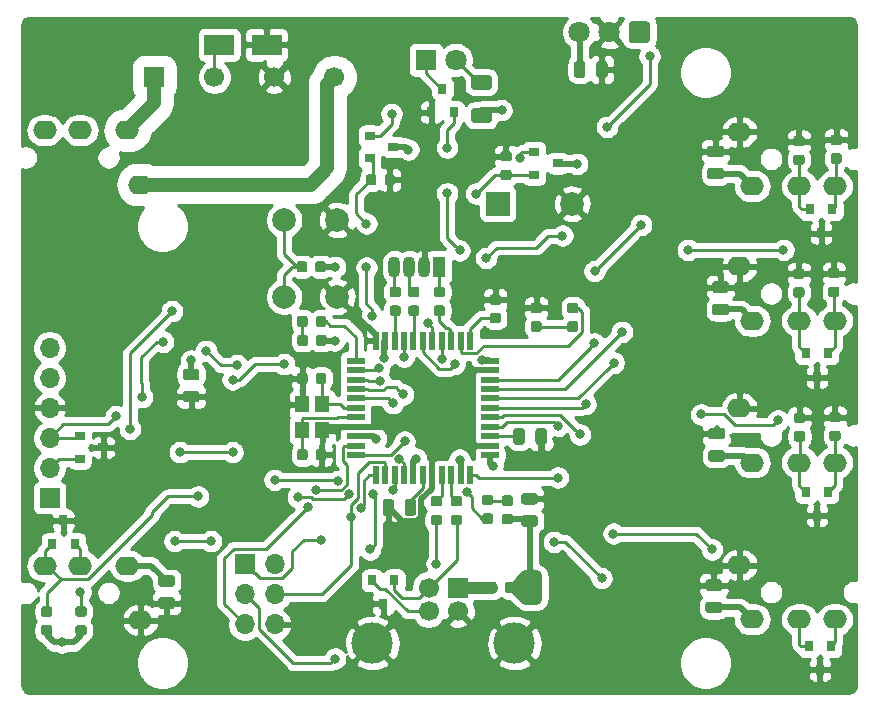
<source format=gbl>
G04 #@! TF.GenerationSoftware,KiCad,Pcbnew,5.1.5-52549c5~86~ubuntu16.04.1*
G04 #@! TF.CreationDate,2020-04-28T17:17:38-04:00*
G04 #@! TF.ProjectId,atmega32u4_hub_pcb_2,61746d65-6761-4333-9275-345f6875625f,1.2*
G04 #@! TF.SameCoordinates,Original*
G04 #@! TF.FileFunction,Copper,L2,Bot*
G04 #@! TF.FilePolarity,Positive*
%FSLAX46Y46*%
G04 Gerber Fmt 4.6, Leading zero omitted, Abs format (unit mm)*
G04 Created by KiCad (PCBNEW 5.1.5-52549c5~86~ubuntu16.04.1) date 2020-04-28 17:17:38*
%MOMM*%
%LPD*%
G04 APERTURE LIST*
%ADD10C,0.100000*%
%ADD11O,1.700000X1.700000*%
%ADD12R,1.700000X1.700000*%
%ADD13R,0.900000X0.800000*%
%ADD14C,1.800000*%
%ADD15O,2.000000X1.600000*%
%ADD16R,0.800000X0.900000*%
%ADD17R,1.800000X1.800000*%
%ADD18R,1.200000X1.400000*%
%ADD19C,2.000000*%
%ADD20R,1.500000X0.550000*%
%ADD21R,0.550000X1.500000*%
%ADD22C,3.500000*%
%ADD23C,1.700000*%
%ADD24O,1.070000X1.800000*%
%ADD25R,1.070000X1.800000*%
%ADD26R,2.500000X1.800000*%
%ADD27R,2.000000X2.000000*%
%ADD28C,0.800000*%
%ADD29C,0.500000*%
%ADD30C,0.250000*%
%ADD31C,1.200000*%
%ADD32C,1.000000*%
%ADD33C,0.254000*%
G04 APERTURE END LIST*
G04 #@! TA.AperFunction,SMDPad,CuDef*
D10*
G36*
X140499091Y-85632053D02*
G01*
X140520326Y-85635203D01*
X140541150Y-85640419D01*
X140561362Y-85647651D01*
X140580768Y-85656830D01*
X140599181Y-85667866D01*
X140616424Y-85680654D01*
X140632330Y-85695070D01*
X140646746Y-85710976D01*
X140659534Y-85728219D01*
X140670570Y-85746632D01*
X140679749Y-85766038D01*
X140686981Y-85786250D01*
X140692197Y-85807074D01*
X140695347Y-85828309D01*
X140696400Y-85849750D01*
X140696400Y-86362250D01*
X140695347Y-86383691D01*
X140692197Y-86404926D01*
X140686981Y-86425750D01*
X140679749Y-86445962D01*
X140670570Y-86465368D01*
X140659534Y-86483781D01*
X140646746Y-86501024D01*
X140632330Y-86516930D01*
X140616424Y-86531346D01*
X140599181Y-86544134D01*
X140580768Y-86555170D01*
X140561362Y-86564349D01*
X140541150Y-86571581D01*
X140520326Y-86576797D01*
X140499091Y-86579947D01*
X140477650Y-86581000D01*
X140040150Y-86581000D01*
X140018709Y-86579947D01*
X139997474Y-86576797D01*
X139976650Y-86571581D01*
X139956438Y-86564349D01*
X139937032Y-86555170D01*
X139918619Y-86544134D01*
X139901376Y-86531346D01*
X139885470Y-86516930D01*
X139871054Y-86501024D01*
X139858266Y-86483781D01*
X139847230Y-86465368D01*
X139838051Y-86445962D01*
X139830819Y-86425750D01*
X139825603Y-86404926D01*
X139822453Y-86383691D01*
X139821400Y-86362250D01*
X139821400Y-85849750D01*
X139822453Y-85828309D01*
X139825603Y-85807074D01*
X139830819Y-85786250D01*
X139838051Y-85766038D01*
X139847230Y-85746632D01*
X139858266Y-85728219D01*
X139871054Y-85710976D01*
X139885470Y-85695070D01*
X139901376Y-85680654D01*
X139918619Y-85667866D01*
X139937032Y-85656830D01*
X139956438Y-85647651D01*
X139976650Y-85640419D01*
X139997474Y-85635203D01*
X140018709Y-85632053D01*
X140040150Y-85631000D01*
X140477650Y-85631000D01*
X140499091Y-85632053D01*
G37*
G04 #@! TD.AperFunction*
G04 #@! TA.AperFunction,SMDPad,CuDef*
G36*
X138924091Y-85632053D02*
G01*
X138945326Y-85635203D01*
X138966150Y-85640419D01*
X138986362Y-85647651D01*
X139005768Y-85656830D01*
X139024181Y-85667866D01*
X139041424Y-85680654D01*
X139057330Y-85695070D01*
X139071746Y-85710976D01*
X139084534Y-85728219D01*
X139095570Y-85746632D01*
X139104749Y-85766038D01*
X139111981Y-85786250D01*
X139117197Y-85807074D01*
X139120347Y-85828309D01*
X139121400Y-85849750D01*
X139121400Y-86362250D01*
X139120347Y-86383691D01*
X139117197Y-86404926D01*
X139111981Y-86425750D01*
X139104749Y-86445962D01*
X139095570Y-86465368D01*
X139084534Y-86483781D01*
X139071746Y-86501024D01*
X139057330Y-86516930D01*
X139041424Y-86531346D01*
X139024181Y-86544134D01*
X139005768Y-86555170D01*
X138986362Y-86564349D01*
X138966150Y-86571581D01*
X138945326Y-86576797D01*
X138924091Y-86579947D01*
X138902650Y-86581000D01*
X138465150Y-86581000D01*
X138443709Y-86579947D01*
X138422474Y-86576797D01*
X138401650Y-86571581D01*
X138381438Y-86564349D01*
X138362032Y-86555170D01*
X138343619Y-86544134D01*
X138326376Y-86531346D01*
X138310470Y-86516930D01*
X138296054Y-86501024D01*
X138283266Y-86483781D01*
X138272230Y-86465368D01*
X138263051Y-86445962D01*
X138255819Y-86425750D01*
X138250603Y-86404926D01*
X138247453Y-86383691D01*
X138246400Y-86362250D01*
X138246400Y-85849750D01*
X138247453Y-85828309D01*
X138250603Y-85807074D01*
X138255819Y-85786250D01*
X138263051Y-85766038D01*
X138272230Y-85746632D01*
X138283266Y-85728219D01*
X138296054Y-85710976D01*
X138310470Y-85695070D01*
X138326376Y-85680654D01*
X138343619Y-85667866D01*
X138362032Y-85656830D01*
X138381438Y-85647651D01*
X138401650Y-85640419D01*
X138422474Y-85635203D01*
X138443709Y-85632053D01*
X138465150Y-85631000D01*
X138902650Y-85631000D01*
X138924091Y-85632053D01*
G37*
G04 #@! TD.AperFunction*
G04 #@! TA.AperFunction,SMDPad,CuDef*
G36*
X111478891Y-122220053D02*
G01*
X111500126Y-122223203D01*
X111520950Y-122228419D01*
X111541162Y-122235651D01*
X111560568Y-122244830D01*
X111578981Y-122255866D01*
X111596224Y-122268654D01*
X111612130Y-122283070D01*
X111626546Y-122298976D01*
X111639334Y-122316219D01*
X111650370Y-122334632D01*
X111659549Y-122354038D01*
X111666781Y-122374250D01*
X111671997Y-122395074D01*
X111675147Y-122416309D01*
X111676200Y-122437750D01*
X111676200Y-122875250D01*
X111675147Y-122896691D01*
X111671997Y-122917926D01*
X111666781Y-122938750D01*
X111659549Y-122958962D01*
X111650370Y-122978368D01*
X111639334Y-122996781D01*
X111626546Y-123014024D01*
X111612130Y-123029930D01*
X111596224Y-123044346D01*
X111578981Y-123057134D01*
X111560568Y-123068170D01*
X111541162Y-123077349D01*
X111520950Y-123084581D01*
X111500126Y-123089797D01*
X111478891Y-123092947D01*
X111457450Y-123094000D01*
X110944950Y-123094000D01*
X110923509Y-123092947D01*
X110902274Y-123089797D01*
X110881450Y-123084581D01*
X110861238Y-123077349D01*
X110841832Y-123068170D01*
X110823419Y-123057134D01*
X110806176Y-123044346D01*
X110790270Y-123029930D01*
X110775854Y-123014024D01*
X110763066Y-122996781D01*
X110752030Y-122978368D01*
X110742851Y-122958962D01*
X110735619Y-122938750D01*
X110730403Y-122917926D01*
X110727253Y-122896691D01*
X110726200Y-122875250D01*
X110726200Y-122437750D01*
X110727253Y-122416309D01*
X110730403Y-122395074D01*
X110735619Y-122374250D01*
X110742851Y-122354038D01*
X110752030Y-122334632D01*
X110763066Y-122316219D01*
X110775854Y-122298976D01*
X110790270Y-122283070D01*
X110806176Y-122268654D01*
X110823419Y-122255866D01*
X110841832Y-122244830D01*
X110861238Y-122235651D01*
X110881450Y-122228419D01*
X110902274Y-122223203D01*
X110923509Y-122220053D01*
X110944950Y-122219000D01*
X111457450Y-122219000D01*
X111478891Y-122220053D01*
G37*
G04 #@! TD.AperFunction*
G04 #@! TA.AperFunction,SMDPad,CuDef*
G36*
X111478891Y-123795053D02*
G01*
X111500126Y-123798203D01*
X111520950Y-123803419D01*
X111541162Y-123810651D01*
X111560568Y-123819830D01*
X111578981Y-123830866D01*
X111596224Y-123843654D01*
X111612130Y-123858070D01*
X111626546Y-123873976D01*
X111639334Y-123891219D01*
X111650370Y-123909632D01*
X111659549Y-123929038D01*
X111666781Y-123949250D01*
X111671997Y-123970074D01*
X111675147Y-123991309D01*
X111676200Y-124012750D01*
X111676200Y-124450250D01*
X111675147Y-124471691D01*
X111671997Y-124492926D01*
X111666781Y-124513750D01*
X111659549Y-124533962D01*
X111650370Y-124553368D01*
X111639334Y-124571781D01*
X111626546Y-124589024D01*
X111612130Y-124604930D01*
X111596224Y-124619346D01*
X111578981Y-124632134D01*
X111560568Y-124643170D01*
X111541162Y-124652349D01*
X111520950Y-124659581D01*
X111500126Y-124664797D01*
X111478891Y-124667947D01*
X111457450Y-124669000D01*
X110944950Y-124669000D01*
X110923509Y-124667947D01*
X110902274Y-124664797D01*
X110881450Y-124659581D01*
X110861238Y-124652349D01*
X110841832Y-124643170D01*
X110823419Y-124632134D01*
X110806176Y-124619346D01*
X110790270Y-124604930D01*
X110775854Y-124589024D01*
X110763066Y-124571781D01*
X110752030Y-124553368D01*
X110742851Y-124533962D01*
X110735619Y-124513750D01*
X110730403Y-124492926D01*
X110727253Y-124471691D01*
X110726200Y-124450250D01*
X110726200Y-124012750D01*
X110727253Y-123991309D01*
X110730403Y-123970074D01*
X110735619Y-123949250D01*
X110742851Y-123929038D01*
X110752030Y-123909632D01*
X110763066Y-123891219D01*
X110775854Y-123873976D01*
X110790270Y-123858070D01*
X110806176Y-123843654D01*
X110823419Y-123830866D01*
X110841832Y-123819830D01*
X110861238Y-123810651D01*
X110881450Y-123803419D01*
X110902274Y-123798203D01*
X110923509Y-123795053D01*
X110944950Y-123794000D01*
X111457450Y-123794000D01*
X111478891Y-123795053D01*
G37*
G04 #@! TD.AperFunction*
G04 #@! TA.AperFunction,SMDPad,CuDef*
G36*
X114399891Y-122220053D02*
G01*
X114421126Y-122223203D01*
X114441950Y-122228419D01*
X114462162Y-122235651D01*
X114481568Y-122244830D01*
X114499981Y-122255866D01*
X114517224Y-122268654D01*
X114533130Y-122283070D01*
X114547546Y-122298976D01*
X114560334Y-122316219D01*
X114571370Y-122334632D01*
X114580549Y-122354038D01*
X114587781Y-122374250D01*
X114592997Y-122395074D01*
X114596147Y-122416309D01*
X114597200Y-122437750D01*
X114597200Y-122875250D01*
X114596147Y-122896691D01*
X114592997Y-122917926D01*
X114587781Y-122938750D01*
X114580549Y-122958962D01*
X114571370Y-122978368D01*
X114560334Y-122996781D01*
X114547546Y-123014024D01*
X114533130Y-123029930D01*
X114517224Y-123044346D01*
X114499981Y-123057134D01*
X114481568Y-123068170D01*
X114462162Y-123077349D01*
X114441950Y-123084581D01*
X114421126Y-123089797D01*
X114399891Y-123092947D01*
X114378450Y-123094000D01*
X113865950Y-123094000D01*
X113844509Y-123092947D01*
X113823274Y-123089797D01*
X113802450Y-123084581D01*
X113782238Y-123077349D01*
X113762832Y-123068170D01*
X113744419Y-123057134D01*
X113727176Y-123044346D01*
X113711270Y-123029930D01*
X113696854Y-123014024D01*
X113684066Y-122996781D01*
X113673030Y-122978368D01*
X113663851Y-122958962D01*
X113656619Y-122938750D01*
X113651403Y-122917926D01*
X113648253Y-122896691D01*
X113647200Y-122875250D01*
X113647200Y-122437750D01*
X113648253Y-122416309D01*
X113651403Y-122395074D01*
X113656619Y-122374250D01*
X113663851Y-122354038D01*
X113673030Y-122334632D01*
X113684066Y-122316219D01*
X113696854Y-122298976D01*
X113711270Y-122283070D01*
X113727176Y-122268654D01*
X113744419Y-122255866D01*
X113762832Y-122244830D01*
X113782238Y-122235651D01*
X113802450Y-122228419D01*
X113823274Y-122223203D01*
X113844509Y-122220053D01*
X113865950Y-122219000D01*
X114378450Y-122219000D01*
X114399891Y-122220053D01*
G37*
G04 #@! TD.AperFunction*
G04 #@! TA.AperFunction,SMDPad,CuDef*
G36*
X114399891Y-123795053D02*
G01*
X114421126Y-123798203D01*
X114441950Y-123803419D01*
X114462162Y-123810651D01*
X114481568Y-123819830D01*
X114499981Y-123830866D01*
X114517224Y-123843654D01*
X114533130Y-123858070D01*
X114547546Y-123873976D01*
X114560334Y-123891219D01*
X114571370Y-123909632D01*
X114580549Y-123929038D01*
X114587781Y-123949250D01*
X114592997Y-123970074D01*
X114596147Y-123991309D01*
X114597200Y-124012750D01*
X114597200Y-124450250D01*
X114596147Y-124471691D01*
X114592997Y-124492926D01*
X114587781Y-124513750D01*
X114580549Y-124533962D01*
X114571370Y-124553368D01*
X114560334Y-124571781D01*
X114547546Y-124589024D01*
X114533130Y-124604930D01*
X114517224Y-124619346D01*
X114499981Y-124632134D01*
X114481568Y-124643170D01*
X114462162Y-124652349D01*
X114441950Y-124659581D01*
X114421126Y-124664797D01*
X114399891Y-124667947D01*
X114378450Y-124669000D01*
X113865950Y-124669000D01*
X113844509Y-124667947D01*
X113823274Y-124664797D01*
X113802450Y-124659581D01*
X113782238Y-124652349D01*
X113762832Y-124643170D01*
X113744419Y-124632134D01*
X113727176Y-124619346D01*
X113711270Y-124604930D01*
X113696854Y-124589024D01*
X113684066Y-124571781D01*
X113673030Y-124553368D01*
X113663851Y-124533962D01*
X113656619Y-124513750D01*
X113651403Y-124492926D01*
X113648253Y-124471691D01*
X113647200Y-124450250D01*
X113647200Y-124012750D01*
X113648253Y-123991309D01*
X113651403Y-123970074D01*
X113656619Y-123949250D01*
X113663851Y-123929038D01*
X113673030Y-123909632D01*
X113684066Y-123891219D01*
X113696854Y-123873976D01*
X113711270Y-123858070D01*
X113727176Y-123843654D01*
X113744419Y-123830866D01*
X113762832Y-123819830D01*
X113782238Y-123810651D01*
X113802450Y-123803419D01*
X113823274Y-123798203D01*
X113844509Y-123795053D01*
X113865950Y-123794000D01*
X114378450Y-123794000D01*
X114399891Y-123795053D01*
G37*
G04 #@! TD.AperFunction*
G04 #@! TA.AperFunction,SMDPad,CuDef*
G36*
X178331691Y-82291253D02*
G01*
X178352926Y-82294403D01*
X178373750Y-82299619D01*
X178393962Y-82306851D01*
X178413368Y-82316030D01*
X178431781Y-82327066D01*
X178449024Y-82339854D01*
X178464930Y-82354270D01*
X178479346Y-82370176D01*
X178492134Y-82387419D01*
X178503170Y-82405832D01*
X178512349Y-82425238D01*
X178519581Y-82445450D01*
X178524797Y-82466274D01*
X178527947Y-82487509D01*
X178529000Y-82508950D01*
X178529000Y-82946450D01*
X178527947Y-82967891D01*
X178524797Y-82989126D01*
X178519581Y-83009950D01*
X178512349Y-83030162D01*
X178503170Y-83049568D01*
X178492134Y-83067981D01*
X178479346Y-83085224D01*
X178464930Y-83101130D01*
X178449024Y-83115546D01*
X178431781Y-83128334D01*
X178413368Y-83139370D01*
X178393962Y-83148549D01*
X178373750Y-83155781D01*
X178352926Y-83160997D01*
X178331691Y-83164147D01*
X178310250Y-83165200D01*
X177797750Y-83165200D01*
X177776309Y-83164147D01*
X177755074Y-83160997D01*
X177734250Y-83155781D01*
X177714038Y-83148549D01*
X177694632Y-83139370D01*
X177676219Y-83128334D01*
X177658976Y-83115546D01*
X177643070Y-83101130D01*
X177628654Y-83085224D01*
X177615866Y-83067981D01*
X177604830Y-83049568D01*
X177595651Y-83030162D01*
X177588419Y-83009950D01*
X177583203Y-82989126D01*
X177580053Y-82967891D01*
X177579000Y-82946450D01*
X177579000Y-82508950D01*
X177580053Y-82487509D01*
X177583203Y-82466274D01*
X177588419Y-82445450D01*
X177595651Y-82425238D01*
X177604830Y-82405832D01*
X177615866Y-82387419D01*
X177628654Y-82370176D01*
X177643070Y-82354270D01*
X177658976Y-82339854D01*
X177676219Y-82327066D01*
X177694632Y-82316030D01*
X177714038Y-82306851D01*
X177734250Y-82299619D01*
X177755074Y-82294403D01*
X177776309Y-82291253D01*
X177797750Y-82290200D01*
X178310250Y-82290200D01*
X178331691Y-82291253D01*
G37*
G04 #@! TD.AperFunction*
G04 #@! TA.AperFunction,SMDPad,CuDef*
G36*
X178331691Y-83866253D02*
G01*
X178352926Y-83869403D01*
X178373750Y-83874619D01*
X178393962Y-83881851D01*
X178413368Y-83891030D01*
X178431781Y-83902066D01*
X178449024Y-83914854D01*
X178464930Y-83929270D01*
X178479346Y-83945176D01*
X178492134Y-83962419D01*
X178503170Y-83980832D01*
X178512349Y-84000238D01*
X178519581Y-84020450D01*
X178524797Y-84041274D01*
X178527947Y-84062509D01*
X178529000Y-84083950D01*
X178529000Y-84521450D01*
X178527947Y-84542891D01*
X178524797Y-84564126D01*
X178519581Y-84584950D01*
X178512349Y-84605162D01*
X178503170Y-84624568D01*
X178492134Y-84642981D01*
X178479346Y-84660224D01*
X178464930Y-84676130D01*
X178449024Y-84690546D01*
X178431781Y-84703334D01*
X178413368Y-84714370D01*
X178393962Y-84723549D01*
X178373750Y-84730781D01*
X178352926Y-84735997D01*
X178331691Y-84739147D01*
X178310250Y-84740200D01*
X177797750Y-84740200D01*
X177776309Y-84739147D01*
X177755074Y-84735997D01*
X177734250Y-84730781D01*
X177714038Y-84723549D01*
X177694632Y-84714370D01*
X177676219Y-84703334D01*
X177658976Y-84690546D01*
X177643070Y-84676130D01*
X177628654Y-84660224D01*
X177615866Y-84642981D01*
X177604830Y-84624568D01*
X177595651Y-84605162D01*
X177588419Y-84584950D01*
X177583203Y-84564126D01*
X177580053Y-84542891D01*
X177579000Y-84521450D01*
X177579000Y-84083950D01*
X177580053Y-84062509D01*
X177583203Y-84041274D01*
X177588419Y-84020450D01*
X177595651Y-84000238D01*
X177604830Y-83980832D01*
X177615866Y-83962419D01*
X177628654Y-83945176D01*
X177643070Y-83929270D01*
X177658976Y-83914854D01*
X177676219Y-83902066D01*
X177694632Y-83891030D01*
X177714038Y-83881851D01*
X177734250Y-83874619D01*
X177755074Y-83869403D01*
X177776309Y-83866253D01*
X177797750Y-83865200D01*
X178310250Y-83865200D01*
X178331691Y-83866253D01*
G37*
G04 #@! TD.AperFunction*
D11*
X111455200Y-100330000D03*
X111455200Y-102870000D03*
X111455200Y-105410000D03*
X111455200Y-107950000D03*
X111455200Y-110490000D03*
D12*
X111455200Y-113030000D03*
D13*
X116011200Y-108762800D03*
X114011200Y-107812800D03*
X114011200Y-109712800D03*
G04 #@! TA.AperFunction,SMDPad,CuDef*
D10*
G36*
X168170942Y-119937374D02*
G01*
X168194603Y-119940884D01*
X168217807Y-119946696D01*
X168240329Y-119954754D01*
X168261953Y-119964982D01*
X168282470Y-119977279D01*
X168301683Y-119991529D01*
X168319407Y-120007593D01*
X168335471Y-120025317D01*
X168349721Y-120044530D01*
X168362018Y-120065047D01*
X168372246Y-120086671D01*
X168380304Y-120109193D01*
X168386116Y-120132397D01*
X168389626Y-120156058D01*
X168390800Y-120179950D01*
X168390800Y-120667450D01*
X168389626Y-120691342D01*
X168386116Y-120715003D01*
X168380304Y-120738207D01*
X168372246Y-120760729D01*
X168362018Y-120782353D01*
X168349721Y-120802870D01*
X168335471Y-120822083D01*
X168319407Y-120839807D01*
X168301683Y-120855871D01*
X168282470Y-120870121D01*
X168261953Y-120882418D01*
X168240329Y-120892646D01*
X168217807Y-120900704D01*
X168194603Y-120906516D01*
X168170942Y-120910026D01*
X168147050Y-120911200D01*
X167234550Y-120911200D01*
X167210658Y-120910026D01*
X167186997Y-120906516D01*
X167163793Y-120900704D01*
X167141271Y-120892646D01*
X167119647Y-120882418D01*
X167099130Y-120870121D01*
X167079917Y-120855871D01*
X167062193Y-120839807D01*
X167046129Y-120822083D01*
X167031879Y-120802870D01*
X167019582Y-120782353D01*
X167009354Y-120760729D01*
X167001296Y-120738207D01*
X166995484Y-120715003D01*
X166991974Y-120691342D01*
X166990800Y-120667450D01*
X166990800Y-120179950D01*
X166991974Y-120156058D01*
X166995484Y-120132397D01*
X167001296Y-120109193D01*
X167009354Y-120086671D01*
X167019582Y-120065047D01*
X167031879Y-120044530D01*
X167046129Y-120025317D01*
X167062193Y-120007593D01*
X167079917Y-119991529D01*
X167099130Y-119977279D01*
X167119647Y-119964982D01*
X167141271Y-119954754D01*
X167163793Y-119946696D01*
X167186997Y-119940884D01*
X167210658Y-119937374D01*
X167234550Y-119936200D01*
X168147050Y-119936200D01*
X168170942Y-119937374D01*
G37*
G04 #@! TD.AperFunction*
G04 #@! TA.AperFunction,SMDPad,CuDef*
G36*
X168170942Y-121812374D02*
G01*
X168194603Y-121815884D01*
X168217807Y-121821696D01*
X168240329Y-121829754D01*
X168261953Y-121839982D01*
X168282470Y-121852279D01*
X168301683Y-121866529D01*
X168319407Y-121882593D01*
X168335471Y-121900317D01*
X168349721Y-121919530D01*
X168362018Y-121940047D01*
X168372246Y-121961671D01*
X168380304Y-121984193D01*
X168386116Y-122007397D01*
X168389626Y-122031058D01*
X168390800Y-122054950D01*
X168390800Y-122542450D01*
X168389626Y-122566342D01*
X168386116Y-122590003D01*
X168380304Y-122613207D01*
X168372246Y-122635729D01*
X168362018Y-122657353D01*
X168349721Y-122677870D01*
X168335471Y-122697083D01*
X168319407Y-122714807D01*
X168301683Y-122730871D01*
X168282470Y-122745121D01*
X168261953Y-122757418D01*
X168240329Y-122767646D01*
X168217807Y-122775704D01*
X168194603Y-122781516D01*
X168170942Y-122785026D01*
X168147050Y-122786200D01*
X167234550Y-122786200D01*
X167210658Y-122785026D01*
X167186997Y-122781516D01*
X167163793Y-122775704D01*
X167141271Y-122767646D01*
X167119647Y-122757418D01*
X167099130Y-122745121D01*
X167079917Y-122730871D01*
X167062193Y-122714807D01*
X167046129Y-122697083D01*
X167031879Y-122677870D01*
X167019582Y-122657353D01*
X167009354Y-122635729D01*
X167001296Y-122613207D01*
X166995484Y-122590003D01*
X166991974Y-122566342D01*
X166990800Y-122542450D01*
X166990800Y-122054950D01*
X166991974Y-122031058D01*
X166995484Y-122007397D01*
X167001296Y-121984193D01*
X167009354Y-121961671D01*
X167019582Y-121940047D01*
X167031879Y-121919530D01*
X167046129Y-121900317D01*
X167062193Y-121882593D01*
X167079917Y-121866529D01*
X167099130Y-121852279D01*
X167119647Y-121839982D01*
X167141271Y-121829754D01*
X167163793Y-121821696D01*
X167186997Y-121815884D01*
X167210658Y-121812374D01*
X167234550Y-121811200D01*
X168147050Y-121811200D01*
X168170942Y-121812374D01*
G37*
G04 #@! TD.AperFunction*
D14*
X156311600Y-73596500D03*
X158851600Y-73596500D03*
G04 #@! TA.AperFunction,ComponentPad*
D10*
G36*
X162067547Y-72697696D02*
G01*
X162091660Y-72701273D01*
X162115307Y-72707196D01*
X162138259Y-72715408D01*
X162160295Y-72725831D01*
X162181204Y-72738363D01*
X162200783Y-72752884D01*
X162218845Y-72769255D01*
X162235216Y-72787317D01*
X162249737Y-72806896D01*
X162262269Y-72827805D01*
X162272692Y-72849841D01*
X162280904Y-72872793D01*
X162286827Y-72896440D01*
X162290404Y-72920553D01*
X162291600Y-72944900D01*
X162291600Y-74248100D01*
X162290404Y-74272447D01*
X162286827Y-74296560D01*
X162280904Y-74320207D01*
X162272692Y-74343159D01*
X162262269Y-74365195D01*
X162249737Y-74386104D01*
X162235216Y-74405683D01*
X162218845Y-74423745D01*
X162200783Y-74440116D01*
X162181204Y-74454637D01*
X162160295Y-74467169D01*
X162138259Y-74477592D01*
X162115307Y-74485804D01*
X162091660Y-74491727D01*
X162067547Y-74495304D01*
X162043200Y-74496500D01*
X160740000Y-74496500D01*
X160715653Y-74495304D01*
X160691540Y-74491727D01*
X160667893Y-74485804D01*
X160644941Y-74477592D01*
X160622905Y-74467169D01*
X160601996Y-74454637D01*
X160582417Y-74440116D01*
X160564355Y-74423745D01*
X160547984Y-74405683D01*
X160533463Y-74386104D01*
X160520931Y-74365195D01*
X160510508Y-74343159D01*
X160502296Y-74320207D01*
X160496373Y-74296560D01*
X160492796Y-74272447D01*
X160491600Y-74248100D01*
X160491600Y-72944900D01*
X160492796Y-72920553D01*
X160496373Y-72896440D01*
X160502296Y-72872793D01*
X160510508Y-72849841D01*
X160520931Y-72827805D01*
X160533463Y-72806896D01*
X160547984Y-72787317D01*
X160564355Y-72769255D01*
X160582417Y-72752884D01*
X160601996Y-72738363D01*
X160622905Y-72725831D01*
X160644941Y-72715408D01*
X160667893Y-72707196D01*
X160691540Y-72701273D01*
X160715653Y-72697696D01*
X160740000Y-72696500D01*
X162043200Y-72696500D01*
X162067547Y-72697696D01*
G37*
G04 #@! TD.AperFunction*
D15*
X169850000Y-118717000D03*
X170950000Y-123317000D03*
X177950000Y-123317000D03*
X174950000Y-123317000D03*
D16*
X176682400Y-127593600D03*
X177632400Y-125593600D03*
X175732400Y-125593600D03*
G04 #@! TA.AperFunction,SMDPad,CuDef*
D10*
G36*
X158481942Y-76059974D02*
G01*
X158505603Y-76063484D01*
X158528807Y-76069296D01*
X158551329Y-76077354D01*
X158572953Y-76087582D01*
X158593470Y-76099879D01*
X158612683Y-76114129D01*
X158630407Y-76130193D01*
X158646471Y-76147917D01*
X158660721Y-76167130D01*
X158673018Y-76187647D01*
X158683246Y-76209271D01*
X158691304Y-76231793D01*
X158697116Y-76254997D01*
X158700626Y-76278658D01*
X158701800Y-76302550D01*
X158701800Y-77215050D01*
X158700626Y-77238942D01*
X158697116Y-77262603D01*
X158691304Y-77285807D01*
X158683246Y-77308329D01*
X158673018Y-77329953D01*
X158660721Y-77350470D01*
X158646471Y-77369683D01*
X158630407Y-77387407D01*
X158612683Y-77403471D01*
X158593470Y-77417721D01*
X158572953Y-77430018D01*
X158551329Y-77440246D01*
X158528807Y-77448304D01*
X158505603Y-77454116D01*
X158481942Y-77457626D01*
X158458050Y-77458800D01*
X157970550Y-77458800D01*
X157946658Y-77457626D01*
X157922997Y-77454116D01*
X157899793Y-77448304D01*
X157877271Y-77440246D01*
X157855647Y-77430018D01*
X157835130Y-77417721D01*
X157815917Y-77403471D01*
X157798193Y-77387407D01*
X157782129Y-77369683D01*
X157767879Y-77350470D01*
X157755582Y-77329953D01*
X157745354Y-77308329D01*
X157737296Y-77285807D01*
X157731484Y-77262603D01*
X157727974Y-77238942D01*
X157726800Y-77215050D01*
X157726800Y-76302550D01*
X157727974Y-76278658D01*
X157731484Y-76254997D01*
X157737296Y-76231793D01*
X157745354Y-76209271D01*
X157755582Y-76187647D01*
X157767879Y-76167130D01*
X157782129Y-76147917D01*
X157798193Y-76130193D01*
X157815917Y-76114129D01*
X157835130Y-76099879D01*
X157855647Y-76087582D01*
X157877271Y-76077354D01*
X157899793Y-76069296D01*
X157922997Y-76063484D01*
X157946658Y-76059974D01*
X157970550Y-76058800D01*
X158458050Y-76058800D01*
X158481942Y-76059974D01*
G37*
G04 #@! TD.AperFunction*
G04 #@! TA.AperFunction,SMDPad,CuDef*
G36*
X156606942Y-76059974D02*
G01*
X156630603Y-76063484D01*
X156653807Y-76069296D01*
X156676329Y-76077354D01*
X156697953Y-76087582D01*
X156718470Y-76099879D01*
X156737683Y-76114129D01*
X156755407Y-76130193D01*
X156771471Y-76147917D01*
X156785721Y-76167130D01*
X156798018Y-76187647D01*
X156808246Y-76209271D01*
X156816304Y-76231793D01*
X156822116Y-76254997D01*
X156825626Y-76278658D01*
X156826800Y-76302550D01*
X156826800Y-77215050D01*
X156825626Y-77238942D01*
X156822116Y-77262603D01*
X156816304Y-77285807D01*
X156808246Y-77308329D01*
X156798018Y-77329953D01*
X156785721Y-77350470D01*
X156771471Y-77369683D01*
X156755407Y-77387407D01*
X156737683Y-77403471D01*
X156718470Y-77417721D01*
X156697953Y-77430018D01*
X156676329Y-77440246D01*
X156653807Y-77448304D01*
X156630603Y-77454116D01*
X156606942Y-77457626D01*
X156583050Y-77458800D01*
X156095550Y-77458800D01*
X156071658Y-77457626D01*
X156047997Y-77454116D01*
X156024793Y-77448304D01*
X156002271Y-77440246D01*
X155980647Y-77430018D01*
X155960130Y-77417721D01*
X155940917Y-77403471D01*
X155923193Y-77387407D01*
X155907129Y-77369683D01*
X155892879Y-77350470D01*
X155880582Y-77329953D01*
X155870354Y-77308329D01*
X155862296Y-77285807D01*
X155856484Y-77262603D01*
X155852974Y-77238942D01*
X155851800Y-77215050D01*
X155851800Y-76302550D01*
X155852974Y-76278658D01*
X155856484Y-76254997D01*
X155862296Y-76231793D01*
X155870354Y-76209271D01*
X155880582Y-76187647D01*
X155892879Y-76167130D01*
X155907129Y-76147917D01*
X155923193Y-76130193D01*
X155940917Y-76114129D01*
X155960130Y-76099879D01*
X155980647Y-76087582D01*
X156002271Y-76077354D01*
X156024793Y-76069296D01*
X156047997Y-76063484D01*
X156071658Y-76059974D01*
X156095550Y-76058800D01*
X156583050Y-76058800D01*
X156606942Y-76059974D01*
G37*
G04 #@! TD.AperFunction*
D12*
X128000000Y-118668800D03*
D11*
X130540000Y-118668800D03*
X128000000Y-121208800D03*
X130540000Y-121208800D03*
X128000000Y-123748800D03*
X130540000Y-123748800D03*
D13*
X140547600Y-83312000D03*
X138547600Y-82362000D03*
X138547600Y-84262000D03*
X154466800Y-84709000D03*
X152466800Y-83759000D03*
X152466800Y-85659000D03*
D16*
X144716500Y-78375000D03*
X143766500Y-80375000D03*
X145666500Y-80375000D03*
D14*
X145859500Y-75946000D03*
D17*
X143319500Y-75946000D03*
G04 #@! TA.AperFunction,SMDPad,CuDef*
D10*
G36*
X148668004Y-80024204D02*
G01*
X148692273Y-80027804D01*
X148716071Y-80033765D01*
X148739171Y-80042030D01*
X148761349Y-80052520D01*
X148782393Y-80065133D01*
X148802098Y-80079747D01*
X148820277Y-80096223D01*
X148836753Y-80114402D01*
X148851367Y-80134107D01*
X148863980Y-80155151D01*
X148874470Y-80177329D01*
X148882735Y-80200429D01*
X148888696Y-80224227D01*
X148892296Y-80248496D01*
X148893500Y-80273000D01*
X148893500Y-81023000D01*
X148892296Y-81047504D01*
X148888696Y-81071773D01*
X148882735Y-81095571D01*
X148874470Y-81118671D01*
X148863980Y-81140849D01*
X148851367Y-81161893D01*
X148836753Y-81181598D01*
X148820277Y-81199777D01*
X148802098Y-81216253D01*
X148782393Y-81230867D01*
X148761349Y-81243480D01*
X148739171Y-81253970D01*
X148716071Y-81262235D01*
X148692273Y-81268196D01*
X148668004Y-81271796D01*
X148643500Y-81273000D01*
X147393500Y-81273000D01*
X147368996Y-81271796D01*
X147344727Y-81268196D01*
X147320929Y-81262235D01*
X147297829Y-81253970D01*
X147275651Y-81243480D01*
X147254607Y-81230867D01*
X147234902Y-81216253D01*
X147216723Y-81199777D01*
X147200247Y-81181598D01*
X147185633Y-81161893D01*
X147173020Y-81140849D01*
X147162530Y-81118671D01*
X147154265Y-81095571D01*
X147148304Y-81071773D01*
X147144704Y-81047504D01*
X147143500Y-81023000D01*
X147143500Y-80273000D01*
X147144704Y-80248496D01*
X147148304Y-80224227D01*
X147154265Y-80200429D01*
X147162530Y-80177329D01*
X147173020Y-80155151D01*
X147185633Y-80134107D01*
X147200247Y-80114402D01*
X147216723Y-80096223D01*
X147234902Y-80079747D01*
X147254607Y-80065133D01*
X147275651Y-80052520D01*
X147297829Y-80042030D01*
X147320929Y-80033765D01*
X147344727Y-80027804D01*
X147368996Y-80024204D01*
X147393500Y-80023000D01*
X148643500Y-80023000D01*
X148668004Y-80024204D01*
G37*
G04 #@! TD.AperFunction*
G04 #@! TA.AperFunction,SMDPad,CuDef*
G36*
X148668004Y-77224204D02*
G01*
X148692273Y-77227804D01*
X148716071Y-77233765D01*
X148739171Y-77242030D01*
X148761349Y-77252520D01*
X148782393Y-77265133D01*
X148802098Y-77279747D01*
X148820277Y-77296223D01*
X148836753Y-77314402D01*
X148851367Y-77334107D01*
X148863980Y-77355151D01*
X148874470Y-77377329D01*
X148882735Y-77400429D01*
X148888696Y-77424227D01*
X148892296Y-77448496D01*
X148893500Y-77473000D01*
X148893500Y-78223000D01*
X148892296Y-78247504D01*
X148888696Y-78271773D01*
X148882735Y-78295571D01*
X148874470Y-78318671D01*
X148863980Y-78340849D01*
X148851367Y-78361893D01*
X148836753Y-78381598D01*
X148820277Y-78399777D01*
X148802098Y-78416253D01*
X148782393Y-78430867D01*
X148761349Y-78443480D01*
X148739171Y-78453970D01*
X148716071Y-78462235D01*
X148692273Y-78468196D01*
X148668004Y-78471796D01*
X148643500Y-78473000D01*
X147393500Y-78473000D01*
X147368996Y-78471796D01*
X147344727Y-78468196D01*
X147320929Y-78462235D01*
X147297829Y-78453970D01*
X147275651Y-78443480D01*
X147254607Y-78430867D01*
X147234902Y-78416253D01*
X147216723Y-78399777D01*
X147200247Y-78381598D01*
X147185633Y-78361893D01*
X147173020Y-78340849D01*
X147162530Y-78318671D01*
X147154265Y-78295571D01*
X147148304Y-78271773D01*
X147144704Y-78247504D01*
X147143500Y-78223000D01*
X147143500Y-77473000D01*
X147144704Y-77448496D01*
X147148304Y-77424227D01*
X147154265Y-77400429D01*
X147162530Y-77377329D01*
X147173020Y-77355151D01*
X147185633Y-77334107D01*
X147200247Y-77314402D01*
X147216723Y-77296223D01*
X147234902Y-77279747D01*
X147254607Y-77265133D01*
X147275651Y-77252520D01*
X147297829Y-77242030D01*
X147320929Y-77233765D01*
X147344727Y-77227804D01*
X147368996Y-77224204D01*
X147393500Y-77223000D01*
X148643500Y-77223000D01*
X148668004Y-77224204D01*
G37*
G04 #@! TD.AperFunction*
D18*
X134555600Y-107322800D03*
X134555600Y-105122800D03*
X132855600Y-105122800D03*
X132855600Y-107322800D03*
D19*
X131318000Y-89512000D03*
X135818000Y-89512000D03*
X131318000Y-96012000D03*
X135818000Y-96012000D03*
G04 #@! TA.AperFunction,SMDPad,CuDef*
D10*
G36*
X146200691Y-114460553D02*
G01*
X146221926Y-114463703D01*
X146242750Y-114468919D01*
X146262962Y-114476151D01*
X146282368Y-114485330D01*
X146300781Y-114496366D01*
X146318024Y-114509154D01*
X146333930Y-114523570D01*
X146348346Y-114539476D01*
X146361134Y-114556719D01*
X146372170Y-114575132D01*
X146381349Y-114594538D01*
X146388581Y-114614750D01*
X146393797Y-114635574D01*
X146396947Y-114656809D01*
X146398000Y-114678250D01*
X146398000Y-115115750D01*
X146396947Y-115137191D01*
X146393797Y-115158426D01*
X146388581Y-115179250D01*
X146381349Y-115199462D01*
X146372170Y-115218868D01*
X146361134Y-115237281D01*
X146348346Y-115254524D01*
X146333930Y-115270430D01*
X146318024Y-115284846D01*
X146300781Y-115297634D01*
X146282368Y-115308670D01*
X146262962Y-115317849D01*
X146242750Y-115325081D01*
X146221926Y-115330297D01*
X146200691Y-115333447D01*
X146179250Y-115334500D01*
X145666750Y-115334500D01*
X145645309Y-115333447D01*
X145624074Y-115330297D01*
X145603250Y-115325081D01*
X145583038Y-115317849D01*
X145563632Y-115308670D01*
X145545219Y-115297634D01*
X145527976Y-115284846D01*
X145512070Y-115270430D01*
X145497654Y-115254524D01*
X145484866Y-115237281D01*
X145473830Y-115218868D01*
X145464651Y-115199462D01*
X145457419Y-115179250D01*
X145452203Y-115158426D01*
X145449053Y-115137191D01*
X145448000Y-115115750D01*
X145448000Y-114678250D01*
X145449053Y-114656809D01*
X145452203Y-114635574D01*
X145457419Y-114614750D01*
X145464651Y-114594538D01*
X145473830Y-114575132D01*
X145484866Y-114556719D01*
X145497654Y-114539476D01*
X145512070Y-114523570D01*
X145527976Y-114509154D01*
X145545219Y-114496366D01*
X145563632Y-114485330D01*
X145583038Y-114476151D01*
X145603250Y-114468919D01*
X145624074Y-114463703D01*
X145645309Y-114460553D01*
X145666750Y-114459500D01*
X146179250Y-114459500D01*
X146200691Y-114460553D01*
G37*
G04 #@! TD.AperFunction*
G04 #@! TA.AperFunction,SMDPad,CuDef*
G36*
X146200691Y-112885553D02*
G01*
X146221926Y-112888703D01*
X146242750Y-112893919D01*
X146262962Y-112901151D01*
X146282368Y-112910330D01*
X146300781Y-112921366D01*
X146318024Y-112934154D01*
X146333930Y-112948570D01*
X146348346Y-112964476D01*
X146361134Y-112981719D01*
X146372170Y-113000132D01*
X146381349Y-113019538D01*
X146388581Y-113039750D01*
X146393797Y-113060574D01*
X146396947Y-113081809D01*
X146398000Y-113103250D01*
X146398000Y-113540750D01*
X146396947Y-113562191D01*
X146393797Y-113583426D01*
X146388581Y-113604250D01*
X146381349Y-113624462D01*
X146372170Y-113643868D01*
X146361134Y-113662281D01*
X146348346Y-113679524D01*
X146333930Y-113695430D01*
X146318024Y-113709846D01*
X146300781Y-113722634D01*
X146282368Y-113733670D01*
X146262962Y-113742849D01*
X146242750Y-113750081D01*
X146221926Y-113755297D01*
X146200691Y-113758447D01*
X146179250Y-113759500D01*
X145666750Y-113759500D01*
X145645309Y-113758447D01*
X145624074Y-113755297D01*
X145603250Y-113750081D01*
X145583038Y-113742849D01*
X145563632Y-113733670D01*
X145545219Y-113722634D01*
X145527976Y-113709846D01*
X145512070Y-113695430D01*
X145497654Y-113679524D01*
X145484866Y-113662281D01*
X145473830Y-113643868D01*
X145464651Y-113624462D01*
X145457419Y-113604250D01*
X145452203Y-113583426D01*
X145449053Y-113562191D01*
X145448000Y-113540750D01*
X145448000Y-113103250D01*
X145449053Y-113081809D01*
X145452203Y-113060574D01*
X145457419Y-113039750D01*
X145464651Y-113019538D01*
X145473830Y-113000132D01*
X145484866Y-112981719D01*
X145497654Y-112964476D01*
X145512070Y-112948570D01*
X145527976Y-112934154D01*
X145545219Y-112921366D01*
X145563632Y-112910330D01*
X145583038Y-112901151D01*
X145603250Y-112893919D01*
X145624074Y-112888703D01*
X145645309Y-112885553D01*
X145666750Y-112884500D01*
X146179250Y-112884500D01*
X146200691Y-112885553D01*
G37*
G04 #@! TD.AperFunction*
G04 #@! TA.AperFunction,SMDPad,CuDef*
G36*
X144486191Y-114460553D02*
G01*
X144507426Y-114463703D01*
X144528250Y-114468919D01*
X144548462Y-114476151D01*
X144567868Y-114485330D01*
X144586281Y-114496366D01*
X144603524Y-114509154D01*
X144619430Y-114523570D01*
X144633846Y-114539476D01*
X144646634Y-114556719D01*
X144657670Y-114575132D01*
X144666849Y-114594538D01*
X144674081Y-114614750D01*
X144679297Y-114635574D01*
X144682447Y-114656809D01*
X144683500Y-114678250D01*
X144683500Y-115115750D01*
X144682447Y-115137191D01*
X144679297Y-115158426D01*
X144674081Y-115179250D01*
X144666849Y-115199462D01*
X144657670Y-115218868D01*
X144646634Y-115237281D01*
X144633846Y-115254524D01*
X144619430Y-115270430D01*
X144603524Y-115284846D01*
X144586281Y-115297634D01*
X144567868Y-115308670D01*
X144548462Y-115317849D01*
X144528250Y-115325081D01*
X144507426Y-115330297D01*
X144486191Y-115333447D01*
X144464750Y-115334500D01*
X143952250Y-115334500D01*
X143930809Y-115333447D01*
X143909574Y-115330297D01*
X143888750Y-115325081D01*
X143868538Y-115317849D01*
X143849132Y-115308670D01*
X143830719Y-115297634D01*
X143813476Y-115284846D01*
X143797570Y-115270430D01*
X143783154Y-115254524D01*
X143770366Y-115237281D01*
X143759330Y-115218868D01*
X143750151Y-115199462D01*
X143742919Y-115179250D01*
X143737703Y-115158426D01*
X143734553Y-115137191D01*
X143733500Y-115115750D01*
X143733500Y-114678250D01*
X143734553Y-114656809D01*
X143737703Y-114635574D01*
X143742919Y-114614750D01*
X143750151Y-114594538D01*
X143759330Y-114575132D01*
X143770366Y-114556719D01*
X143783154Y-114539476D01*
X143797570Y-114523570D01*
X143813476Y-114509154D01*
X143830719Y-114496366D01*
X143849132Y-114485330D01*
X143868538Y-114476151D01*
X143888750Y-114468919D01*
X143909574Y-114463703D01*
X143930809Y-114460553D01*
X143952250Y-114459500D01*
X144464750Y-114459500D01*
X144486191Y-114460553D01*
G37*
G04 #@! TD.AperFunction*
G04 #@! TA.AperFunction,SMDPad,CuDef*
G36*
X144486191Y-112885553D02*
G01*
X144507426Y-112888703D01*
X144528250Y-112893919D01*
X144548462Y-112901151D01*
X144567868Y-112910330D01*
X144586281Y-112921366D01*
X144603524Y-112934154D01*
X144619430Y-112948570D01*
X144633846Y-112964476D01*
X144646634Y-112981719D01*
X144657670Y-113000132D01*
X144666849Y-113019538D01*
X144674081Y-113039750D01*
X144679297Y-113060574D01*
X144682447Y-113081809D01*
X144683500Y-113103250D01*
X144683500Y-113540750D01*
X144682447Y-113562191D01*
X144679297Y-113583426D01*
X144674081Y-113604250D01*
X144666849Y-113624462D01*
X144657670Y-113643868D01*
X144646634Y-113662281D01*
X144633846Y-113679524D01*
X144619430Y-113695430D01*
X144603524Y-113709846D01*
X144586281Y-113722634D01*
X144567868Y-113733670D01*
X144548462Y-113742849D01*
X144528250Y-113750081D01*
X144507426Y-113755297D01*
X144486191Y-113758447D01*
X144464750Y-113759500D01*
X143952250Y-113759500D01*
X143930809Y-113758447D01*
X143909574Y-113755297D01*
X143888750Y-113750081D01*
X143868538Y-113742849D01*
X143849132Y-113733670D01*
X143830719Y-113722634D01*
X143813476Y-113709846D01*
X143797570Y-113695430D01*
X143783154Y-113679524D01*
X143770366Y-113662281D01*
X143759330Y-113643868D01*
X143750151Y-113624462D01*
X143742919Y-113604250D01*
X143737703Y-113583426D01*
X143734553Y-113562191D01*
X143733500Y-113540750D01*
X143733500Y-113103250D01*
X143734553Y-113081809D01*
X143737703Y-113060574D01*
X143742919Y-113039750D01*
X143750151Y-113019538D01*
X143759330Y-113000132D01*
X143770366Y-112981719D01*
X143783154Y-112964476D01*
X143797570Y-112948570D01*
X143813476Y-112934154D01*
X143830719Y-112921366D01*
X143849132Y-112910330D01*
X143868538Y-112901151D01*
X143888750Y-112893919D01*
X143909574Y-112888703D01*
X143930809Y-112885553D01*
X143952250Y-112884500D01*
X144464750Y-112884500D01*
X144486191Y-112885553D01*
G37*
G04 #@! TD.AperFunction*
G04 #@! TA.AperFunction,SMDPad,CuDef*
G36*
X149477291Y-95804053D02*
G01*
X149498526Y-95807203D01*
X149519350Y-95812419D01*
X149539562Y-95819651D01*
X149558968Y-95828830D01*
X149577381Y-95839866D01*
X149594624Y-95852654D01*
X149610530Y-95867070D01*
X149624946Y-95882976D01*
X149637734Y-95900219D01*
X149648770Y-95918632D01*
X149657949Y-95938038D01*
X149665181Y-95958250D01*
X149670397Y-95979074D01*
X149673547Y-96000309D01*
X149674600Y-96021750D01*
X149674600Y-96459250D01*
X149673547Y-96480691D01*
X149670397Y-96501926D01*
X149665181Y-96522750D01*
X149657949Y-96542962D01*
X149648770Y-96562368D01*
X149637734Y-96580781D01*
X149624946Y-96598024D01*
X149610530Y-96613930D01*
X149594624Y-96628346D01*
X149577381Y-96641134D01*
X149558968Y-96652170D01*
X149539562Y-96661349D01*
X149519350Y-96668581D01*
X149498526Y-96673797D01*
X149477291Y-96676947D01*
X149455850Y-96678000D01*
X148943350Y-96678000D01*
X148921909Y-96676947D01*
X148900674Y-96673797D01*
X148879850Y-96668581D01*
X148859638Y-96661349D01*
X148840232Y-96652170D01*
X148821819Y-96641134D01*
X148804576Y-96628346D01*
X148788670Y-96613930D01*
X148774254Y-96598024D01*
X148761466Y-96580781D01*
X148750430Y-96562368D01*
X148741251Y-96542962D01*
X148734019Y-96522750D01*
X148728803Y-96501926D01*
X148725653Y-96480691D01*
X148724600Y-96459250D01*
X148724600Y-96021750D01*
X148725653Y-96000309D01*
X148728803Y-95979074D01*
X148734019Y-95958250D01*
X148741251Y-95938038D01*
X148750430Y-95918632D01*
X148761466Y-95900219D01*
X148774254Y-95882976D01*
X148788670Y-95867070D01*
X148804576Y-95852654D01*
X148821819Y-95839866D01*
X148840232Y-95828830D01*
X148859638Y-95819651D01*
X148879850Y-95812419D01*
X148900674Y-95807203D01*
X148921909Y-95804053D01*
X148943350Y-95803000D01*
X149455850Y-95803000D01*
X149477291Y-95804053D01*
G37*
G04 #@! TD.AperFunction*
G04 #@! TA.AperFunction,SMDPad,CuDef*
G36*
X149477291Y-97379053D02*
G01*
X149498526Y-97382203D01*
X149519350Y-97387419D01*
X149539562Y-97394651D01*
X149558968Y-97403830D01*
X149577381Y-97414866D01*
X149594624Y-97427654D01*
X149610530Y-97442070D01*
X149624946Y-97457976D01*
X149637734Y-97475219D01*
X149648770Y-97493632D01*
X149657949Y-97513038D01*
X149665181Y-97533250D01*
X149670397Y-97554074D01*
X149673547Y-97575309D01*
X149674600Y-97596750D01*
X149674600Y-98034250D01*
X149673547Y-98055691D01*
X149670397Y-98076926D01*
X149665181Y-98097750D01*
X149657949Y-98117962D01*
X149648770Y-98137368D01*
X149637734Y-98155781D01*
X149624946Y-98173024D01*
X149610530Y-98188930D01*
X149594624Y-98203346D01*
X149577381Y-98216134D01*
X149558968Y-98227170D01*
X149539562Y-98236349D01*
X149519350Y-98243581D01*
X149498526Y-98248797D01*
X149477291Y-98251947D01*
X149455850Y-98253000D01*
X148943350Y-98253000D01*
X148921909Y-98251947D01*
X148900674Y-98248797D01*
X148879850Y-98243581D01*
X148859638Y-98236349D01*
X148840232Y-98227170D01*
X148821819Y-98216134D01*
X148804576Y-98203346D01*
X148788670Y-98188930D01*
X148774254Y-98173024D01*
X148761466Y-98155781D01*
X148750430Y-98137368D01*
X148741251Y-98117962D01*
X148734019Y-98097750D01*
X148728803Y-98076926D01*
X148725653Y-98055691D01*
X148724600Y-98034250D01*
X148724600Y-97596750D01*
X148725653Y-97575309D01*
X148728803Y-97554074D01*
X148734019Y-97533250D01*
X148741251Y-97513038D01*
X148750430Y-97493632D01*
X148761466Y-97475219D01*
X148774254Y-97457976D01*
X148788670Y-97442070D01*
X148804576Y-97427654D01*
X148821819Y-97414866D01*
X148840232Y-97403830D01*
X148859638Y-97394651D01*
X148879850Y-97387419D01*
X148900674Y-97382203D01*
X148921909Y-97379053D01*
X148943350Y-97378000D01*
X149455850Y-97378000D01*
X149477291Y-97379053D01*
G37*
G04 #@! TD.AperFunction*
G04 #@! TA.AperFunction,SMDPad,CuDef*
G36*
X133056691Y-92998053D02*
G01*
X133077926Y-93001203D01*
X133098750Y-93006419D01*
X133118962Y-93013651D01*
X133138368Y-93022830D01*
X133156781Y-93033866D01*
X133174024Y-93046654D01*
X133189930Y-93061070D01*
X133204346Y-93076976D01*
X133217134Y-93094219D01*
X133228170Y-93112632D01*
X133237349Y-93132038D01*
X133244581Y-93152250D01*
X133249797Y-93173074D01*
X133252947Y-93194309D01*
X133254000Y-93215750D01*
X133254000Y-93728250D01*
X133252947Y-93749691D01*
X133249797Y-93770926D01*
X133244581Y-93791750D01*
X133237349Y-93811962D01*
X133228170Y-93831368D01*
X133217134Y-93849781D01*
X133204346Y-93867024D01*
X133189930Y-93882930D01*
X133174024Y-93897346D01*
X133156781Y-93910134D01*
X133138368Y-93921170D01*
X133118962Y-93930349D01*
X133098750Y-93937581D01*
X133077926Y-93942797D01*
X133056691Y-93945947D01*
X133035250Y-93947000D01*
X132597750Y-93947000D01*
X132576309Y-93945947D01*
X132555074Y-93942797D01*
X132534250Y-93937581D01*
X132514038Y-93930349D01*
X132494632Y-93921170D01*
X132476219Y-93910134D01*
X132458976Y-93897346D01*
X132443070Y-93882930D01*
X132428654Y-93867024D01*
X132415866Y-93849781D01*
X132404830Y-93831368D01*
X132395651Y-93811962D01*
X132388419Y-93791750D01*
X132383203Y-93770926D01*
X132380053Y-93749691D01*
X132379000Y-93728250D01*
X132379000Y-93215750D01*
X132380053Y-93194309D01*
X132383203Y-93173074D01*
X132388419Y-93152250D01*
X132395651Y-93132038D01*
X132404830Y-93112632D01*
X132415866Y-93094219D01*
X132428654Y-93076976D01*
X132443070Y-93061070D01*
X132458976Y-93046654D01*
X132476219Y-93033866D01*
X132494632Y-93022830D01*
X132514038Y-93013651D01*
X132534250Y-93006419D01*
X132555074Y-93001203D01*
X132576309Y-92998053D01*
X132597750Y-92997000D01*
X133035250Y-92997000D01*
X133056691Y-92998053D01*
G37*
G04 #@! TD.AperFunction*
G04 #@! TA.AperFunction,SMDPad,CuDef*
G36*
X134631691Y-92998053D02*
G01*
X134652926Y-93001203D01*
X134673750Y-93006419D01*
X134693962Y-93013651D01*
X134713368Y-93022830D01*
X134731781Y-93033866D01*
X134749024Y-93046654D01*
X134764930Y-93061070D01*
X134779346Y-93076976D01*
X134792134Y-93094219D01*
X134803170Y-93112632D01*
X134812349Y-93132038D01*
X134819581Y-93152250D01*
X134824797Y-93173074D01*
X134827947Y-93194309D01*
X134829000Y-93215750D01*
X134829000Y-93728250D01*
X134827947Y-93749691D01*
X134824797Y-93770926D01*
X134819581Y-93791750D01*
X134812349Y-93811962D01*
X134803170Y-93831368D01*
X134792134Y-93849781D01*
X134779346Y-93867024D01*
X134764930Y-93882930D01*
X134749024Y-93897346D01*
X134731781Y-93910134D01*
X134713368Y-93921170D01*
X134693962Y-93930349D01*
X134673750Y-93937581D01*
X134652926Y-93942797D01*
X134631691Y-93945947D01*
X134610250Y-93947000D01*
X134172750Y-93947000D01*
X134151309Y-93945947D01*
X134130074Y-93942797D01*
X134109250Y-93937581D01*
X134089038Y-93930349D01*
X134069632Y-93921170D01*
X134051219Y-93910134D01*
X134033976Y-93897346D01*
X134018070Y-93882930D01*
X134003654Y-93867024D01*
X133990866Y-93849781D01*
X133979830Y-93831368D01*
X133970651Y-93811962D01*
X133963419Y-93791750D01*
X133958203Y-93770926D01*
X133955053Y-93749691D01*
X133954000Y-93728250D01*
X133954000Y-93215750D01*
X133955053Y-93194309D01*
X133958203Y-93173074D01*
X133963419Y-93152250D01*
X133970651Y-93132038D01*
X133979830Y-93112632D01*
X133990866Y-93094219D01*
X134003654Y-93076976D01*
X134018070Y-93061070D01*
X134033976Y-93046654D01*
X134051219Y-93033866D01*
X134069632Y-93022830D01*
X134089038Y-93013651D01*
X134109250Y-93006419D01*
X134130074Y-93001203D01*
X134151309Y-92998053D01*
X134172750Y-92997000D01*
X134610250Y-92997000D01*
X134631691Y-92998053D01*
G37*
G04 #@! TD.AperFunction*
G04 #@! TA.AperFunction,SMDPad,CuDef*
G36*
X156030491Y-98090253D02*
G01*
X156051726Y-98093403D01*
X156072550Y-98098619D01*
X156092762Y-98105851D01*
X156112168Y-98115030D01*
X156130581Y-98126066D01*
X156147824Y-98138854D01*
X156163730Y-98153270D01*
X156178146Y-98169176D01*
X156190934Y-98186419D01*
X156201970Y-98204832D01*
X156211149Y-98224238D01*
X156218381Y-98244450D01*
X156223597Y-98265274D01*
X156226747Y-98286509D01*
X156227800Y-98307950D01*
X156227800Y-98745450D01*
X156226747Y-98766891D01*
X156223597Y-98788126D01*
X156218381Y-98808950D01*
X156211149Y-98829162D01*
X156201970Y-98848568D01*
X156190934Y-98866981D01*
X156178146Y-98884224D01*
X156163730Y-98900130D01*
X156147824Y-98914546D01*
X156130581Y-98927334D01*
X156112168Y-98938370D01*
X156092762Y-98947549D01*
X156072550Y-98954781D01*
X156051726Y-98959997D01*
X156030491Y-98963147D01*
X156009050Y-98964200D01*
X155496550Y-98964200D01*
X155475109Y-98963147D01*
X155453874Y-98959997D01*
X155433050Y-98954781D01*
X155412838Y-98947549D01*
X155393432Y-98938370D01*
X155375019Y-98927334D01*
X155357776Y-98914546D01*
X155341870Y-98900130D01*
X155327454Y-98884224D01*
X155314666Y-98866981D01*
X155303630Y-98848568D01*
X155294451Y-98829162D01*
X155287219Y-98808950D01*
X155282003Y-98788126D01*
X155278853Y-98766891D01*
X155277800Y-98745450D01*
X155277800Y-98307950D01*
X155278853Y-98286509D01*
X155282003Y-98265274D01*
X155287219Y-98244450D01*
X155294451Y-98224238D01*
X155303630Y-98204832D01*
X155314666Y-98186419D01*
X155327454Y-98169176D01*
X155341870Y-98153270D01*
X155357776Y-98138854D01*
X155375019Y-98126066D01*
X155393432Y-98115030D01*
X155412838Y-98105851D01*
X155433050Y-98098619D01*
X155453874Y-98093403D01*
X155475109Y-98090253D01*
X155496550Y-98089200D01*
X156009050Y-98089200D01*
X156030491Y-98090253D01*
G37*
G04 #@! TD.AperFunction*
G04 #@! TA.AperFunction,SMDPad,CuDef*
G36*
X156030491Y-96515253D02*
G01*
X156051726Y-96518403D01*
X156072550Y-96523619D01*
X156092762Y-96530851D01*
X156112168Y-96540030D01*
X156130581Y-96551066D01*
X156147824Y-96563854D01*
X156163730Y-96578270D01*
X156178146Y-96594176D01*
X156190934Y-96611419D01*
X156201970Y-96629832D01*
X156211149Y-96649238D01*
X156218381Y-96669450D01*
X156223597Y-96690274D01*
X156226747Y-96711509D01*
X156227800Y-96732950D01*
X156227800Y-97170450D01*
X156226747Y-97191891D01*
X156223597Y-97213126D01*
X156218381Y-97233950D01*
X156211149Y-97254162D01*
X156201970Y-97273568D01*
X156190934Y-97291981D01*
X156178146Y-97309224D01*
X156163730Y-97325130D01*
X156147824Y-97339546D01*
X156130581Y-97352334D01*
X156112168Y-97363370D01*
X156092762Y-97372549D01*
X156072550Y-97379781D01*
X156051726Y-97384997D01*
X156030491Y-97388147D01*
X156009050Y-97389200D01*
X155496550Y-97389200D01*
X155475109Y-97388147D01*
X155453874Y-97384997D01*
X155433050Y-97379781D01*
X155412838Y-97372549D01*
X155393432Y-97363370D01*
X155375019Y-97352334D01*
X155357776Y-97339546D01*
X155341870Y-97325130D01*
X155327454Y-97309224D01*
X155314666Y-97291981D01*
X155303630Y-97273568D01*
X155294451Y-97254162D01*
X155287219Y-97233950D01*
X155282003Y-97213126D01*
X155278853Y-97191891D01*
X155277800Y-97170450D01*
X155277800Y-96732950D01*
X155278853Y-96711509D01*
X155282003Y-96690274D01*
X155287219Y-96669450D01*
X155294451Y-96649238D01*
X155303630Y-96629832D01*
X155314666Y-96611419D01*
X155327454Y-96594176D01*
X155341870Y-96578270D01*
X155357776Y-96563854D01*
X155375019Y-96551066D01*
X155393432Y-96540030D01*
X155412838Y-96530851D01*
X155433050Y-96523619D01*
X155453874Y-96518403D01*
X155475109Y-96515253D01*
X155496550Y-96514200D01*
X156009050Y-96514200D01*
X156030491Y-96515253D01*
G37*
G04 #@! TD.AperFunction*
G04 #@! TA.AperFunction,SMDPad,CuDef*
G36*
X133120191Y-99221053D02*
G01*
X133141426Y-99224203D01*
X133162250Y-99229419D01*
X133182462Y-99236651D01*
X133201868Y-99245830D01*
X133220281Y-99256866D01*
X133237524Y-99269654D01*
X133253430Y-99284070D01*
X133267846Y-99299976D01*
X133280634Y-99317219D01*
X133291670Y-99335632D01*
X133300849Y-99355038D01*
X133308081Y-99375250D01*
X133313297Y-99396074D01*
X133316447Y-99417309D01*
X133317500Y-99438750D01*
X133317500Y-99951250D01*
X133316447Y-99972691D01*
X133313297Y-99993926D01*
X133308081Y-100014750D01*
X133300849Y-100034962D01*
X133291670Y-100054368D01*
X133280634Y-100072781D01*
X133267846Y-100090024D01*
X133253430Y-100105930D01*
X133237524Y-100120346D01*
X133220281Y-100133134D01*
X133201868Y-100144170D01*
X133182462Y-100153349D01*
X133162250Y-100160581D01*
X133141426Y-100165797D01*
X133120191Y-100168947D01*
X133098750Y-100170000D01*
X132661250Y-100170000D01*
X132639809Y-100168947D01*
X132618574Y-100165797D01*
X132597750Y-100160581D01*
X132577538Y-100153349D01*
X132558132Y-100144170D01*
X132539719Y-100133134D01*
X132522476Y-100120346D01*
X132506570Y-100105930D01*
X132492154Y-100090024D01*
X132479366Y-100072781D01*
X132468330Y-100054368D01*
X132459151Y-100034962D01*
X132451919Y-100014750D01*
X132446703Y-99993926D01*
X132443553Y-99972691D01*
X132442500Y-99951250D01*
X132442500Y-99438750D01*
X132443553Y-99417309D01*
X132446703Y-99396074D01*
X132451919Y-99375250D01*
X132459151Y-99355038D01*
X132468330Y-99335632D01*
X132479366Y-99317219D01*
X132492154Y-99299976D01*
X132506570Y-99284070D01*
X132522476Y-99269654D01*
X132539719Y-99256866D01*
X132558132Y-99245830D01*
X132577538Y-99236651D01*
X132597750Y-99229419D01*
X132618574Y-99224203D01*
X132639809Y-99221053D01*
X132661250Y-99220000D01*
X133098750Y-99220000D01*
X133120191Y-99221053D01*
G37*
G04 #@! TD.AperFunction*
G04 #@! TA.AperFunction,SMDPad,CuDef*
G36*
X134695191Y-99221053D02*
G01*
X134716426Y-99224203D01*
X134737250Y-99229419D01*
X134757462Y-99236651D01*
X134776868Y-99245830D01*
X134795281Y-99256866D01*
X134812524Y-99269654D01*
X134828430Y-99284070D01*
X134842846Y-99299976D01*
X134855634Y-99317219D01*
X134866670Y-99335632D01*
X134875849Y-99355038D01*
X134883081Y-99375250D01*
X134888297Y-99396074D01*
X134891447Y-99417309D01*
X134892500Y-99438750D01*
X134892500Y-99951250D01*
X134891447Y-99972691D01*
X134888297Y-99993926D01*
X134883081Y-100014750D01*
X134875849Y-100034962D01*
X134866670Y-100054368D01*
X134855634Y-100072781D01*
X134842846Y-100090024D01*
X134828430Y-100105930D01*
X134812524Y-100120346D01*
X134795281Y-100133134D01*
X134776868Y-100144170D01*
X134757462Y-100153349D01*
X134737250Y-100160581D01*
X134716426Y-100165797D01*
X134695191Y-100168947D01*
X134673750Y-100170000D01*
X134236250Y-100170000D01*
X134214809Y-100168947D01*
X134193574Y-100165797D01*
X134172750Y-100160581D01*
X134152538Y-100153349D01*
X134133132Y-100144170D01*
X134114719Y-100133134D01*
X134097476Y-100120346D01*
X134081570Y-100105930D01*
X134067154Y-100090024D01*
X134054366Y-100072781D01*
X134043330Y-100054368D01*
X134034151Y-100034962D01*
X134026919Y-100014750D01*
X134021703Y-99993926D01*
X134018553Y-99972691D01*
X134017500Y-99951250D01*
X134017500Y-99438750D01*
X134018553Y-99417309D01*
X134021703Y-99396074D01*
X134026919Y-99375250D01*
X134034151Y-99355038D01*
X134043330Y-99335632D01*
X134054366Y-99317219D01*
X134067154Y-99299976D01*
X134081570Y-99284070D01*
X134097476Y-99269654D01*
X134114719Y-99256866D01*
X134133132Y-99245830D01*
X134152538Y-99236651D01*
X134172750Y-99229419D01*
X134193574Y-99224203D01*
X134214809Y-99221053D01*
X134236250Y-99220000D01*
X134673750Y-99220000D01*
X134695191Y-99221053D01*
G37*
G04 #@! TD.AperFunction*
G04 #@! TA.AperFunction,SMDPad,CuDef*
G36*
X150493291Y-112822053D02*
G01*
X150514526Y-112825203D01*
X150535350Y-112830419D01*
X150555562Y-112837651D01*
X150574968Y-112846830D01*
X150593381Y-112857866D01*
X150610624Y-112870654D01*
X150626530Y-112885070D01*
X150640946Y-112900976D01*
X150653734Y-112918219D01*
X150664770Y-112936632D01*
X150673949Y-112956038D01*
X150681181Y-112976250D01*
X150686397Y-112997074D01*
X150689547Y-113018309D01*
X150690600Y-113039750D01*
X150690600Y-113477250D01*
X150689547Y-113498691D01*
X150686397Y-113519926D01*
X150681181Y-113540750D01*
X150673949Y-113560962D01*
X150664770Y-113580368D01*
X150653734Y-113598781D01*
X150640946Y-113616024D01*
X150626530Y-113631930D01*
X150610624Y-113646346D01*
X150593381Y-113659134D01*
X150574968Y-113670170D01*
X150555562Y-113679349D01*
X150535350Y-113686581D01*
X150514526Y-113691797D01*
X150493291Y-113694947D01*
X150471850Y-113696000D01*
X149959350Y-113696000D01*
X149937909Y-113694947D01*
X149916674Y-113691797D01*
X149895850Y-113686581D01*
X149875638Y-113679349D01*
X149856232Y-113670170D01*
X149837819Y-113659134D01*
X149820576Y-113646346D01*
X149804670Y-113631930D01*
X149790254Y-113616024D01*
X149777466Y-113598781D01*
X149766430Y-113580368D01*
X149757251Y-113560962D01*
X149750019Y-113540750D01*
X149744803Y-113519926D01*
X149741653Y-113498691D01*
X149740600Y-113477250D01*
X149740600Y-113039750D01*
X149741653Y-113018309D01*
X149744803Y-112997074D01*
X149750019Y-112976250D01*
X149757251Y-112956038D01*
X149766430Y-112936632D01*
X149777466Y-112918219D01*
X149790254Y-112900976D01*
X149804670Y-112885070D01*
X149820576Y-112870654D01*
X149837819Y-112857866D01*
X149856232Y-112846830D01*
X149875638Y-112837651D01*
X149895850Y-112830419D01*
X149916674Y-112825203D01*
X149937909Y-112822053D01*
X149959350Y-112821000D01*
X150471850Y-112821000D01*
X150493291Y-112822053D01*
G37*
G04 #@! TD.AperFunction*
G04 #@! TA.AperFunction,SMDPad,CuDef*
G36*
X150493291Y-114397053D02*
G01*
X150514526Y-114400203D01*
X150535350Y-114405419D01*
X150555562Y-114412651D01*
X150574968Y-114421830D01*
X150593381Y-114432866D01*
X150610624Y-114445654D01*
X150626530Y-114460070D01*
X150640946Y-114475976D01*
X150653734Y-114493219D01*
X150664770Y-114511632D01*
X150673949Y-114531038D01*
X150681181Y-114551250D01*
X150686397Y-114572074D01*
X150689547Y-114593309D01*
X150690600Y-114614750D01*
X150690600Y-115052250D01*
X150689547Y-115073691D01*
X150686397Y-115094926D01*
X150681181Y-115115750D01*
X150673949Y-115135962D01*
X150664770Y-115155368D01*
X150653734Y-115173781D01*
X150640946Y-115191024D01*
X150626530Y-115206930D01*
X150610624Y-115221346D01*
X150593381Y-115234134D01*
X150574968Y-115245170D01*
X150555562Y-115254349D01*
X150535350Y-115261581D01*
X150514526Y-115266797D01*
X150493291Y-115269947D01*
X150471850Y-115271000D01*
X149959350Y-115271000D01*
X149937909Y-115269947D01*
X149916674Y-115266797D01*
X149895850Y-115261581D01*
X149875638Y-115254349D01*
X149856232Y-115245170D01*
X149837819Y-115234134D01*
X149820576Y-115221346D01*
X149804670Y-115206930D01*
X149790254Y-115191024D01*
X149777466Y-115173781D01*
X149766430Y-115155368D01*
X149757251Y-115135962D01*
X149750019Y-115115750D01*
X149744803Y-115094926D01*
X149741653Y-115073691D01*
X149740600Y-115052250D01*
X149740600Y-114614750D01*
X149741653Y-114593309D01*
X149744803Y-114572074D01*
X149750019Y-114551250D01*
X149757251Y-114531038D01*
X149766430Y-114511632D01*
X149777466Y-114493219D01*
X149790254Y-114475976D01*
X149804670Y-114460070D01*
X149820576Y-114445654D01*
X149837819Y-114432866D01*
X149856232Y-114421830D01*
X149875638Y-114412651D01*
X149895850Y-114405419D01*
X149916674Y-114400203D01*
X149937909Y-114397053D01*
X149959350Y-114396000D01*
X150471850Y-114396000D01*
X150493291Y-114397053D01*
G37*
G04 #@! TD.AperFunction*
G04 #@! TA.AperFunction,SMDPad,CuDef*
G36*
X149122191Y-120150653D02*
G01*
X149143426Y-120153803D01*
X149164250Y-120159019D01*
X149184462Y-120166251D01*
X149203868Y-120175430D01*
X149222281Y-120186466D01*
X149239524Y-120199254D01*
X149255430Y-120213670D01*
X149269846Y-120229576D01*
X149282634Y-120246819D01*
X149293670Y-120265232D01*
X149302849Y-120284638D01*
X149310081Y-120304850D01*
X149315297Y-120325674D01*
X149318447Y-120346909D01*
X149319500Y-120368350D01*
X149319500Y-120880850D01*
X149318447Y-120902291D01*
X149315297Y-120923526D01*
X149310081Y-120944350D01*
X149302849Y-120964562D01*
X149293670Y-120983968D01*
X149282634Y-121002381D01*
X149269846Y-121019624D01*
X149255430Y-121035530D01*
X149239524Y-121049946D01*
X149222281Y-121062734D01*
X149203868Y-121073770D01*
X149184462Y-121082949D01*
X149164250Y-121090181D01*
X149143426Y-121095397D01*
X149122191Y-121098547D01*
X149100750Y-121099600D01*
X148663250Y-121099600D01*
X148641809Y-121098547D01*
X148620574Y-121095397D01*
X148599750Y-121090181D01*
X148579538Y-121082949D01*
X148560132Y-121073770D01*
X148541719Y-121062734D01*
X148524476Y-121049946D01*
X148508570Y-121035530D01*
X148494154Y-121019624D01*
X148481366Y-121002381D01*
X148470330Y-120983968D01*
X148461151Y-120964562D01*
X148453919Y-120944350D01*
X148448703Y-120923526D01*
X148445553Y-120902291D01*
X148444500Y-120880850D01*
X148444500Y-120368350D01*
X148445553Y-120346909D01*
X148448703Y-120325674D01*
X148453919Y-120304850D01*
X148461151Y-120284638D01*
X148470330Y-120265232D01*
X148481366Y-120246819D01*
X148494154Y-120229576D01*
X148508570Y-120213670D01*
X148524476Y-120199254D01*
X148541719Y-120186466D01*
X148560132Y-120175430D01*
X148579538Y-120166251D01*
X148599750Y-120159019D01*
X148620574Y-120153803D01*
X148641809Y-120150653D01*
X148663250Y-120149600D01*
X149100750Y-120149600D01*
X149122191Y-120150653D01*
G37*
G04 #@! TD.AperFunction*
G04 #@! TA.AperFunction,SMDPad,CuDef*
G36*
X150697191Y-120150653D02*
G01*
X150718426Y-120153803D01*
X150739250Y-120159019D01*
X150759462Y-120166251D01*
X150778868Y-120175430D01*
X150797281Y-120186466D01*
X150814524Y-120199254D01*
X150830430Y-120213670D01*
X150844846Y-120229576D01*
X150857634Y-120246819D01*
X150868670Y-120265232D01*
X150877849Y-120284638D01*
X150885081Y-120304850D01*
X150890297Y-120325674D01*
X150893447Y-120346909D01*
X150894500Y-120368350D01*
X150894500Y-120880850D01*
X150893447Y-120902291D01*
X150890297Y-120923526D01*
X150885081Y-120944350D01*
X150877849Y-120964562D01*
X150868670Y-120983968D01*
X150857634Y-121002381D01*
X150844846Y-121019624D01*
X150830430Y-121035530D01*
X150814524Y-121049946D01*
X150797281Y-121062734D01*
X150778868Y-121073770D01*
X150759462Y-121082949D01*
X150739250Y-121090181D01*
X150718426Y-121095397D01*
X150697191Y-121098547D01*
X150675750Y-121099600D01*
X150238250Y-121099600D01*
X150216809Y-121098547D01*
X150195574Y-121095397D01*
X150174750Y-121090181D01*
X150154538Y-121082949D01*
X150135132Y-121073770D01*
X150116719Y-121062734D01*
X150099476Y-121049946D01*
X150083570Y-121035530D01*
X150069154Y-121019624D01*
X150056366Y-121002381D01*
X150045330Y-120983968D01*
X150036151Y-120964562D01*
X150028919Y-120944350D01*
X150023703Y-120923526D01*
X150020553Y-120902291D01*
X150019500Y-120880850D01*
X150019500Y-120368350D01*
X150020553Y-120346909D01*
X150023703Y-120325674D01*
X150028919Y-120304850D01*
X150036151Y-120284638D01*
X150045330Y-120265232D01*
X150056366Y-120246819D01*
X150069154Y-120229576D01*
X150083570Y-120213670D01*
X150099476Y-120199254D01*
X150116719Y-120186466D01*
X150135132Y-120175430D01*
X150154538Y-120166251D01*
X150174750Y-120159019D01*
X150195574Y-120153803D01*
X150216809Y-120150653D01*
X150238250Y-120149600D01*
X150675750Y-120149600D01*
X150697191Y-120150653D01*
G37*
G04 #@! TD.AperFunction*
D16*
X139700000Y-122005600D03*
X140650000Y-120005600D03*
X138750000Y-120005600D03*
X176428400Y-114538000D03*
X177378400Y-112538000D03*
X175478400Y-112538000D03*
X176428400Y-102803200D03*
X177378400Y-100803200D03*
X175478400Y-100803200D03*
X176784000Y-90611200D03*
X177734000Y-88611200D03*
X175834000Y-88611200D03*
X112623600Y-114925600D03*
X111673600Y-116925600D03*
X113573600Y-116925600D03*
G04 #@! TA.AperFunction,SMDPad,CuDef*
D10*
G36*
X152931691Y-98090253D02*
G01*
X152952926Y-98093403D01*
X152973750Y-98098619D01*
X152993962Y-98105851D01*
X153013368Y-98115030D01*
X153031781Y-98126066D01*
X153049024Y-98138854D01*
X153064930Y-98153270D01*
X153079346Y-98169176D01*
X153092134Y-98186419D01*
X153103170Y-98204832D01*
X153112349Y-98224238D01*
X153119581Y-98244450D01*
X153124797Y-98265274D01*
X153127947Y-98286509D01*
X153129000Y-98307950D01*
X153129000Y-98745450D01*
X153127947Y-98766891D01*
X153124797Y-98788126D01*
X153119581Y-98808950D01*
X153112349Y-98829162D01*
X153103170Y-98848568D01*
X153092134Y-98866981D01*
X153079346Y-98884224D01*
X153064930Y-98900130D01*
X153049024Y-98914546D01*
X153031781Y-98927334D01*
X153013368Y-98938370D01*
X152993962Y-98947549D01*
X152973750Y-98954781D01*
X152952926Y-98959997D01*
X152931691Y-98963147D01*
X152910250Y-98964200D01*
X152397750Y-98964200D01*
X152376309Y-98963147D01*
X152355074Y-98959997D01*
X152334250Y-98954781D01*
X152314038Y-98947549D01*
X152294632Y-98938370D01*
X152276219Y-98927334D01*
X152258976Y-98914546D01*
X152243070Y-98900130D01*
X152228654Y-98884224D01*
X152215866Y-98866981D01*
X152204830Y-98848568D01*
X152195651Y-98829162D01*
X152188419Y-98808950D01*
X152183203Y-98788126D01*
X152180053Y-98766891D01*
X152179000Y-98745450D01*
X152179000Y-98307950D01*
X152180053Y-98286509D01*
X152183203Y-98265274D01*
X152188419Y-98244450D01*
X152195651Y-98224238D01*
X152204830Y-98204832D01*
X152215866Y-98186419D01*
X152228654Y-98169176D01*
X152243070Y-98153270D01*
X152258976Y-98138854D01*
X152276219Y-98126066D01*
X152294632Y-98115030D01*
X152314038Y-98105851D01*
X152334250Y-98098619D01*
X152355074Y-98093403D01*
X152376309Y-98090253D01*
X152397750Y-98089200D01*
X152910250Y-98089200D01*
X152931691Y-98090253D01*
G37*
G04 #@! TD.AperFunction*
G04 #@! TA.AperFunction,SMDPad,CuDef*
G36*
X152931691Y-96515253D02*
G01*
X152952926Y-96518403D01*
X152973750Y-96523619D01*
X152993962Y-96530851D01*
X153013368Y-96540030D01*
X153031781Y-96551066D01*
X153049024Y-96563854D01*
X153064930Y-96578270D01*
X153079346Y-96594176D01*
X153092134Y-96611419D01*
X153103170Y-96629832D01*
X153112349Y-96649238D01*
X153119581Y-96669450D01*
X153124797Y-96690274D01*
X153127947Y-96711509D01*
X153129000Y-96732950D01*
X153129000Y-97170450D01*
X153127947Y-97191891D01*
X153124797Y-97213126D01*
X153119581Y-97233950D01*
X153112349Y-97254162D01*
X153103170Y-97273568D01*
X153092134Y-97291981D01*
X153079346Y-97309224D01*
X153064930Y-97325130D01*
X153049024Y-97339546D01*
X153031781Y-97352334D01*
X153013368Y-97363370D01*
X152993962Y-97372549D01*
X152973750Y-97379781D01*
X152952926Y-97384997D01*
X152931691Y-97388147D01*
X152910250Y-97389200D01*
X152397750Y-97389200D01*
X152376309Y-97388147D01*
X152355074Y-97384997D01*
X152334250Y-97379781D01*
X152314038Y-97372549D01*
X152294632Y-97363370D01*
X152276219Y-97352334D01*
X152258976Y-97339546D01*
X152243070Y-97325130D01*
X152228654Y-97309224D01*
X152215866Y-97291981D01*
X152204830Y-97273568D01*
X152195651Y-97254162D01*
X152188419Y-97233950D01*
X152183203Y-97213126D01*
X152180053Y-97191891D01*
X152179000Y-97170450D01*
X152179000Y-96732950D01*
X152180053Y-96711509D01*
X152183203Y-96690274D01*
X152188419Y-96669450D01*
X152195651Y-96649238D01*
X152204830Y-96629832D01*
X152215866Y-96611419D01*
X152228654Y-96594176D01*
X152243070Y-96578270D01*
X152258976Y-96563854D01*
X152276219Y-96551066D01*
X152294632Y-96540030D01*
X152314038Y-96530851D01*
X152334250Y-96523619D01*
X152355074Y-96518403D01*
X152376309Y-96515253D01*
X152397750Y-96514200D01*
X152910250Y-96514200D01*
X152931691Y-96515253D01*
G37*
G04 #@! TD.AperFunction*
G04 #@! TA.AperFunction,SMDPad,CuDef*
G36*
X133107491Y-97620853D02*
G01*
X133128726Y-97624003D01*
X133149550Y-97629219D01*
X133169762Y-97636451D01*
X133189168Y-97645630D01*
X133207581Y-97656666D01*
X133224824Y-97669454D01*
X133240730Y-97683870D01*
X133255146Y-97699776D01*
X133267934Y-97717019D01*
X133278970Y-97735432D01*
X133288149Y-97754838D01*
X133295381Y-97775050D01*
X133300597Y-97795874D01*
X133303747Y-97817109D01*
X133304800Y-97838550D01*
X133304800Y-98351050D01*
X133303747Y-98372491D01*
X133300597Y-98393726D01*
X133295381Y-98414550D01*
X133288149Y-98434762D01*
X133278970Y-98454168D01*
X133267934Y-98472581D01*
X133255146Y-98489824D01*
X133240730Y-98505730D01*
X133224824Y-98520146D01*
X133207581Y-98532934D01*
X133189168Y-98543970D01*
X133169762Y-98553149D01*
X133149550Y-98560381D01*
X133128726Y-98565597D01*
X133107491Y-98568747D01*
X133086050Y-98569800D01*
X132648550Y-98569800D01*
X132627109Y-98568747D01*
X132605874Y-98565597D01*
X132585050Y-98560381D01*
X132564838Y-98553149D01*
X132545432Y-98543970D01*
X132527019Y-98532934D01*
X132509776Y-98520146D01*
X132493870Y-98505730D01*
X132479454Y-98489824D01*
X132466666Y-98472581D01*
X132455630Y-98454168D01*
X132446451Y-98434762D01*
X132439219Y-98414550D01*
X132434003Y-98393726D01*
X132430853Y-98372491D01*
X132429800Y-98351050D01*
X132429800Y-97838550D01*
X132430853Y-97817109D01*
X132434003Y-97795874D01*
X132439219Y-97775050D01*
X132446451Y-97754838D01*
X132455630Y-97735432D01*
X132466666Y-97717019D01*
X132479454Y-97699776D01*
X132493870Y-97683870D01*
X132509776Y-97669454D01*
X132527019Y-97656666D01*
X132545432Y-97645630D01*
X132564838Y-97636451D01*
X132585050Y-97629219D01*
X132605874Y-97624003D01*
X132627109Y-97620853D01*
X132648550Y-97619800D01*
X133086050Y-97619800D01*
X133107491Y-97620853D01*
G37*
G04 #@! TD.AperFunction*
G04 #@! TA.AperFunction,SMDPad,CuDef*
G36*
X134682491Y-97620853D02*
G01*
X134703726Y-97624003D01*
X134724550Y-97629219D01*
X134744762Y-97636451D01*
X134764168Y-97645630D01*
X134782581Y-97656666D01*
X134799824Y-97669454D01*
X134815730Y-97683870D01*
X134830146Y-97699776D01*
X134842934Y-97717019D01*
X134853970Y-97735432D01*
X134863149Y-97754838D01*
X134870381Y-97775050D01*
X134875597Y-97795874D01*
X134878747Y-97817109D01*
X134879800Y-97838550D01*
X134879800Y-98351050D01*
X134878747Y-98372491D01*
X134875597Y-98393726D01*
X134870381Y-98414550D01*
X134863149Y-98434762D01*
X134853970Y-98454168D01*
X134842934Y-98472581D01*
X134830146Y-98489824D01*
X134815730Y-98505730D01*
X134799824Y-98520146D01*
X134782581Y-98532934D01*
X134764168Y-98543970D01*
X134744762Y-98553149D01*
X134724550Y-98560381D01*
X134703726Y-98565597D01*
X134682491Y-98568747D01*
X134661050Y-98569800D01*
X134223550Y-98569800D01*
X134202109Y-98568747D01*
X134180874Y-98565597D01*
X134160050Y-98560381D01*
X134139838Y-98553149D01*
X134120432Y-98543970D01*
X134102019Y-98532934D01*
X134084776Y-98520146D01*
X134068870Y-98505730D01*
X134054454Y-98489824D01*
X134041666Y-98472581D01*
X134030630Y-98454168D01*
X134021451Y-98434762D01*
X134014219Y-98414550D01*
X134009003Y-98393726D01*
X134005853Y-98372491D01*
X134004800Y-98351050D01*
X134004800Y-97838550D01*
X134005853Y-97817109D01*
X134009003Y-97795874D01*
X134014219Y-97775050D01*
X134021451Y-97754838D01*
X134030630Y-97735432D01*
X134041666Y-97717019D01*
X134054454Y-97699776D01*
X134068870Y-97683870D01*
X134084776Y-97669454D01*
X134102019Y-97656666D01*
X134120432Y-97645630D01*
X134139838Y-97636451D01*
X134160050Y-97629219D01*
X134180874Y-97624003D01*
X134202109Y-97620853D01*
X134223550Y-97619800D01*
X134661050Y-97619800D01*
X134682491Y-97620853D01*
G37*
G04 #@! TD.AperFunction*
G04 #@! TA.AperFunction,SMDPad,CuDef*
G36*
X148816891Y-114346253D02*
G01*
X148838126Y-114349403D01*
X148858950Y-114354619D01*
X148879162Y-114361851D01*
X148898568Y-114371030D01*
X148916981Y-114382066D01*
X148934224Y-114394854D01*
X148950130Y-114409270D01*
X148964546Y-114425176D01*
X148977334Y-114442419D01*
X148988370Y-114460832D01*
X148997549Y-114480238D01*
X149004781Y-114500450D01*
X149009997Y-114521274D01*
X149013147Y-114542509D01*
X149014200Y-114563950D01*
X149014200Y-115001450D01*
X149013147Y-115022891D01*
X149009997Y-115044126D01*
X149004781Y-115064950D01*
X148997549Y-115085162D01*
X148988370Y-115104568D01*
X148977334Y-115122981D01*
X148964546Y-115140224D01*
X148950130Y-115156130D01*
X148934224Y-115170546D01*
X148916981Y-115183334D01*
X148898568Y-115194370D01*
X148879162Y-115203549D01*
X148858950Y-115210781D01*
X148838126Y-115215997D01*
X148816891Y-115219147D01*
X148795450Y-115220200D01*
X148282950Y-115220200D01*
X148261509Y-115219147D01*
X148240274Y-115215997D01*
X148219450Y-115210781D01*
X148199238Y-115203549D01*
X148179832Y-115194370D01*
X148161419Y-115183334D01*
X148144176Y-115170546D01*
X148128270Y-115156130D01*
X148113854Y-115140224D01*
X148101066Y-115122981D01*
X148090030Y-115104568D01*
X148080851Y-115085162D01*
X148073619Y-115064950D01*
X148068403Y-115044126D01*
X148065253Y-115022891D01*
X148064200Y-115001450D01*
X148064200Y-114563950D01*
X148065253Y-114542509D01*
X148068403Y-114521274D01*
X148073619Y-114500450D01*
X148080851Y-114480238D01*
X148090030Y-114460832D01*
X148101066Y-114442419D01*
X148113854Y-114425176D01*
X148128270Y-114409270D01*
X148144176Y-114394854D01*
X148161419Y-114382066D01*
X148179832Y-114371030D01*
X148199238Y-114361851D01*
X148219450Y-114354619D01*
X148240274Y-114349403D01*
X148261509Y-114346253D01*
X148282950Y-114345200D01*
X148795450Y-114345200D01*
X148816891Y-114346253D01*
G37*
G04 #@! TD.AperFunction*
G04 #@! TA.AperFunction,SMDPad,CuDef*
G36*
X148816891Y-112771253D02*
G01*
X148838126Y-112774403D01*
X148858950Y-112779619D01*
X148879162Y-112786851D01*
X148898568Y-112796030D01*
X148916981Y-112807066D01*
X148934224Y-112819854D01*
X148950130Y-112834270D01*
X148964546Y-112850176D01*
X148977334Y-112867419D01*
X148988370Y-112885832D01*
X148997549Y-112905238D01*
X149004781Y-112925450D01*
X149009997Y-112946274D01*
X149013147Y-112967509D01*
X149014200Y-112988950D01*
X149014200Y-113426450D01*
X149013147Y-113447891D01*
X149009997Y-113469126D01*
X149004781Y-113489950D01*
X148997549Y-113510162D01*
X148988370Y-113529568D01*
X148977334Y-113547981D01*
X148964546Y-113565224D01*
X148950130Y-113581130D01*
X148934224Y-113595546D01*
X148916981Y-113608334D01*
X148898568Y-113619370D01*
X148879162Y-113628549D01*
X148858950Y-113635781D01*
X148838126Y-113640997D01*
X148816891Y-113644147D01*
X148795450Y-113645200D01*
X148282950Y-113645200D01*
X148261509Y-113644147D01*
X148240274Y-113640997D01*
X148219450Y-113635781D01*
X148199238Y-113628549D01*
X148179832Y-113619370D01*
X148161419Y-113608334D01*
X148144176Y-113595546D01*
X148128270Y-113581130D01*
X148113854Y-113565224D01*
X148101066Y-113547981D01*
X148090030Y-113529568D01*
X148080851Y-113510162D01*
X148073619Y-113489950D01*
X148068403Y-113469126D01*
X148065253Y-113447891D01*
X148064200Y-113426450D01*
X148064200Y-112988950D01*
X148065253Y-112967509D01*
X148068403Y-112946274D01*
X148073619Y-112925450D01*
X148080851Y-112905238D01*
X148090030Y-112885832D01*
X148101066Y-112867419D01*
X148113854Y-112850176D01*
X148128270Y-112834270D01*
X148144176Y-112819854D01*
X148161419Y-112807066D01*
X148179832Y-112796030D01*
X148199238Y-112786851D01*
X148219450Y-112779619D01*
X148240274Y-112774403D01*
X148261509Y-112771253D01*
X148282950Y-112770200D01*
X148795450Y-112770200D01*
X148816891Y-112771253D01*
G37*
G04 #@! TD.AperFunction*
G04 #@! TA.AperFunction,SMDPad,CuDef*
G36*
X152575342Y-114497174D02*
G01*
X152599003Y-114500684D01*
X152622207Y-114506496D01*
X152644729Y-114514554D01*
X152666353Y-114524782D01*
X152686870Y-114537079D01*
X152706083Y-114551329D01*
X152723807Y-114567393D01*
X152739871Y-114585117D01*
X152754121Y-114604330D01*
X152766418Y-114624847D01*
X152776646Y-114646471D01*
X152784704Y-114668993D01*
X152790516Y-114692197D01*
X152794026Y-114715858D01*
X152795200Y-114739750D01*
X152795200Y-115227250D01*
X152794026Y-115251142D01*
X152790516Y-115274803D01*
X152784704Y-115298007D01*
X152776646Y-115320529D01*
X152766418Y-115342153D01*
X152754121Y-115362670D01*
X152739871Y-115381883D01*
X152723807Y-115399607D01*
X152706083Y-115415671D01*
X152686870Y-115429921D01*
X152666353Y-115442218D01*
X152644729Y-115452446D01*
X152622207Y-115460504D01*
X152599003Y-115466316D01*
X152575342Y-115469826D01*
X152551450Y-115471000D01*
X151638950Y-115471000D01*
X151615058Y-115469826D01*
X151591397Y-115466316D01*
X151568193Y-115460504D01*
X151545671Y-115452446D01*
X151524047Y-115442218D01*
X151503530Y-115429921D01*
X151484317Y-115415671D01*
X151466593Y-115399607D01*
X151450529Y-115381883D01*
X151436279Y-115362670D01*
X151423982Y-115342153D01*
X151413754Y-115320529D01*
X151405696Y-115298007D01*
X151399884Y-115274803D01*
X151396374Y-115251142D01*
X151395200Y-115227250D01*
X151395200Y-114739750D01*
X151396374Y-114715858D01*
X151399884Y-114692197D01*
X151405696Y-114668993D01*
X151413754Y-114646471D01*
X151423982Y-114624847D01*
X151436279Y-114604330D01*
X151450529Y-114585117D01*
X151466593Y-114567393D01*
X151484317Y-114551329D01*
X151503530Y-114537079D01*
X151524047Y-114524782D01*
X151545671Y-114514554D01*
X151568193Y-114506496D01*
X151591397Y-114500684D01*
X151615058Y-114497174D01*
X151638950Y-114496000D01*
X152551450Y-114496000D01*
X152575342Y-114497174D01*
G37*
G04 #@! TD.AperFunction*
G04 #@! TA.AperFunction,SMDPad,CuDef*
G36*
X152575342Y-112622174D02*
G01*
X152599003Y-112625684D01*
X152622207Y-112631496D01*
X152644729Y-112639554D01*
X152666353Y-112649782D01*
X152686870Y-112662079D01*
X152706083Y-112676329D01*
X152723807Y-112692393D01*
X152739871Y-112710117D01*
X152754121Y-112729330D01*
X152766418Y-112749847D01*
X152776646Y-112771471D01*
X152784704Y-112793993D01*
X152790516Y-112817197D01*
X152794026Y-112840858D01*
X152795200Y-112864750D01*
X152795200Y-113352250D01*
X152794026Y-113376142D01*
X152790516Y-113399803D01*
X152784704Y-113423007D01*
X152776646Y-113445529D01*
X152766418Y-113467153D01*
X152754121Y-113487670D01*
X152739871Y-113506883D01*
X152723807Y-113524607D01*
X152706083Y-113540671D01*
X152686870Y-113554921D01*
X152666353Y-113567218D01*
X152644729Y-113577446D01*
X152622207Y-113585504D01*
X152599003Y-113591316D01*
X152575342Y-113594826D01*
X152551450Y-113596000D01*
X151638950Y-113596000D01*
X151615058Y-113594826D01*
X151591397Y-113591316D01*
X151568193Y-113585504D01*
X151545671Y-113577446D01*
X151524047Y-113567218D01*
X151503530Y-113554921D01*
X151484317Y-113540671D01*
X151466593Y-113524607D01*
X151450529Y-113506883D01*
X151436279Y-113487670D01*
X151423982Y-113467153D01*
X151413754Y-113445529D01*
X151405696Y-113423007D01*
X151399884Y-113399803D01*
X151396374Y-113376142D01*
X151395200Y-113352250D01*
X151395200Y-112864750D01*
X151396374Y-112840858D01*
X151399884Y-112817197D01*
X151405696Y-112793993D01*
X151413754Y-112771471D01*
X151423982Y-112749847D01*
X151436279Y-112729330D01*
X151450529Y-112710117D01*
X151466593Y-112692393D01*
X151484317Y-112676329D01*
X151503530Y-112662079D01*
X151524047Y-112649782D01*
X151545671Y-112639554D01*
X151568193Y-112631496D01*
X151591397Y-112625684D01*
X151615058Y-112622174D01*
X151638950Y-112621000D01*
X152551450Y-112621000D01*
X152575342Y-112622174D01*
G37*
G04 #@! TD.AperFunction*
G04 #@! TA.AperFunction,SMDPad,CuDef*
G36*
X133107491Y-102446853D02*
G01*
X133128726Y-102450003D01*
X133149550Y-102455219D01*
X133169762Y-102462451D01*
X133189168Y-102471630D01*
X133207581Y-102482666D01*
X133224824Y-102495454D01*
X133240730Y-102509870D01*
X133255146Y-102525776D01*
X133267934Y-102543019D01*
X133278970Y-102561432D01*
X133288149Y-102580838D01*
X133295381Y-102601050D01*
X133300597Y-102621874D01*
X133303747Y-102643109D01*
X133304800Y-102664550D01*
X133304800Y-103177050D01*
X133303747Y-103198491D01*
X133300597Y-103219726D01*
X133295381Y-103240550D01*
X133288149Y-103260762D01*
X133278970Y-103280168D01*
X133267934Y-103298581D01*
X133255146Y-103315824D01*
X133240730Y-103331730D01*
X133224824Y-103346146D01*
X133207581Y-103358934D01*
X133189168Y-103369970D01*
X133169762Y-103379149D01*
X133149550Y-103386381D01*
X133128726Y-103391597D01*
X133107491Y-103394747D01*
X133086050Y-103395800D01*
X132648550Y-103395800D01*
X132627109Y-103394747D01*
X132605874Y-103391597D01*
X132585050Y-103386381D01*
X132564838Y-103379149D01*
X132545432Y-103369970D01*
X132527019Y-103358934D01*
X132509776Y-103346146D01*
X132493870Y-103331730D01*
X132479454Y-103315824D01*
X132466666Y-103298581D01*
X132455630Y-103280168D01*
X132446451Y-103260762D01*
X132439219Y-103240550D01*
X132434003Y-103219726D01*
X132430853Y-103198491D01*
X132429800Y-103177050D01*
X132429800Y-102664550D01*
X132430853Y-102643109D01*
X132434003Y-102621874D01*
X132439219Y-102601050D01*
X132446451Y-102580838D01*
X132455630Y-102561432D01*
X132466666Y-102543019D01*
X132479454Y-102525776D01*
X132493870Y-102509870D01*
X132509776Y-102495454D01*
X132527019Y-102482666D01*
X132545432Y-102471630D01*
X132564838Y-102462451D01*
X132585050Y-102455219D01*
X132605874Y-102450003D01*
X132627109Y-102446853D01*
X132648550Y-102445800D01*
X133086050Y-102445800D01*
X133107491Y-102446853D01*
G37*
G04 #@! TD.AperFunction*
G04 #@! TA.AperFunction,SMDPad,CuDef*
G36*
X134682491Y-102446853D02*
G01*
X134703726Y-102450003D01*
X134724550Y-102455219D01*
X134744762Y-102462451D01*
X134764168Y-102471630D01*
X134782581Y-102482666D01*
X134799824Y-102495454D01*
X134815730Y-102509870D01*
X134830146Y-102525776D01*
X134842934Y-102543019D01*
X134853970Y-102561432D01*
X134863149Y-102580838D01*
X134870381Y-102601050D01*
X134875597Y-102621874D01*
X134878747Y-102643109D01*
X134879800Y-102664550D01*
X134879800Y-103177050D01*
X134878747Y-103198491D01*
X134875597Y-103219726D01*
X134870381Y-103240550D01*
X134863149Y-103260762D01*
X134853970Y-103280168D01*
X134842934Y-103298581D01*
X134830146Y-103315824D01*
X134815730Y-103331730D01*
X134799824Y-103346146D01*
X134782581Y-103358934D01*
X134764168Y-103369970D01*
X134744762Y-103379149D01*
X134724550Y-103386381D01*
X134703726Y-103391597D01*
X134682491Y-103394747D01*
X134661050Y-103395800D01*
X134223550Y-103395800D01*
X134202109Y-103394747D01*
X134180874Y-103391597D01*
X134160050Y-103386381D01*
X134139838Y-103379149D01*
X134120432Y-103369970D01*
X134102019Y-103358934D01*
X134084776Y-103346146D01*
X134068870Y-103331730D01*
X134054454Y-103315824D01*
X134041666Y-103298581D01*
X134030630Y-103280168D01*
X134021451Y-103260762D01*
X134014219Y-103240550D01*
X134009003Y-103219726D01*
X134005853Y-103198491D01*
X134004800Y-103177050D01*
X134004800Y-102664550D01*
X134005853Y-102643109D01*
X134009003Y-102621874D01*
X134014219Y-102601050D01*
X134021451Y-102580838D01*
X134030630Y-102561432D01*
X134041666Y-102543019D01*
X134054454Y-102525776D01*
X134068870Y-102509870D01*
X134084776Y-102495454D01*
X134102019Y-102482666D01*
X134120432Y-102471630D01*
X134139838Y-102462451D01*
X134160050Y-102455219D01*
X134180874Y-102450003D01*
X134202109Y-102446853D01*
X134223550Y-102445800D01*
X134661050Y-102445800D01*
X134682491Y-102446853D01*
G37*
G04 #@! TD.AperFunction*
G04 #@! TA.AperFunction,SMDPad,CuDef*
G36*
X168323342Y-83208974D02*
G01*
X168347003Y-83212484D01*
X168370207Y-83218296D01*
X168392729Y-83226354D01*
X168414353Y-83236582D01*
X168434870Y-83248879D01*
X168454083Y-83263129D01*
X168471807Y-83279193D01*
X168487871Y-83296917D01*
X168502121Y-83316130D01*
X168514418Y-83336647D01*
X168524646Y-83358271D01*
X168532704Y-83380793D01*
X168538516Y-83403997D01*
X168542026Y-83427658D01*
X168543200Y-83451550D01*
X168543200Y-83939050D01*
X168542026Y-83962942D01*
X168538516Y-83986603D01*
X168532704Y-84009807D01*
X168524646Y-84032329D01*
X168514418Y-84053953D01*
X168502121Y-84074470D01*
X168487871Y-84093683D01*
X168471807Y-84111407D01*
X168454083Y-84127471D01*
X168434870Y-84141721D01*
X168414353Y-84154018D01*
X168392729Y-84164246D01*
X168370207Y-84172304D01*
X168347003Y-84178116D01*
X168323342Y-84181626D01*
X168299450Y-84182800D01*
X167386950Y-84182800D01*
X167363058Y-84181626D01*
X167339397Y-84178116D01*
X167316193Y-84172304D01*
X167293671Y-84164246D01*
X167272047Y-84154018D01*
X167251530Y-84141721D01*
X167232317Y-84127471D01*
X167214593Y-84111407D01*
X167198529Y-84093683D01*
X167184279Y-84074470D01*
X167171982Y-84053953D01*
X167161754Y-84032329D01*
X167153696Y-84009807D01*
X167147884Y-83986603D01*
X167144374Y-83962942D01*
X167143200Y-83939050D01*
X167143200Y-83451550D01*
X167144374Y-83427658D01*
X167147884Y-83403997D01*
X167153696Y-83380793D01*
X167161754Y-83358271D01*
X167171982Y-83336647D01*
X167184279Y-83316130D01*
X167198529Y-83296917D01*
X167214593Y-83279193D01*
X167232317Y-83263129D01*
X167251530Y-83248879D01*
X167272047Y-83236582D01*
X167293671Y-83226354D01*
X167316193Y-83218296D01*
X167339397Y-83212484D01*
X167363058Y-83208974D01*
X167386950Y-83207800D01*
X168299450Y-83207800D01*
X168323342Y-83208974D01*
G37*
G04 #@! TD.AperFunction*
G04 #@! TA.AperFunction,SMDPad,CuDef*
G36*
X168323342Y-85083974D02*
G01*
X168347003Y-85087484D01*
X168370207Y-85093296D01*
X168392729Y-85101354D01*
X168414353Y-85111582D01*
X168434870Y-85123879D01*
X168454083Y-85138129D01*
X168471807Y-85154193D01*
X168487871Y-85171917D01*
X168502121Y-85191130D01*
X168514418Y-85211647D01*
X168524646Y-85233271D01*
X168532704Y-85255793D01*
X168538516Y-85278997D01*
X168542026Y-85302658D01*
X168543200Y-85326550D01*
X168543200Y-85814050D01*
X168542026Y-85837942D01*
X168538516Y-85861603D01*
X168532704Y-85884807D01*
X168524646Y-85907329D01*
X168514418Y-85928953D01*
X168502121Y-85949470D01*
X168487871Y-85968683D01*
X168471807Y-85986407D01*
X168454083Y-86002471D01*
X168434870Y-86016721D01*
X168414353Y-86029018D01*
X168392729Y-86039246D01*
X168370207Y-86047304D01*
X168347003Y-86053116D01*
X168323342Y-86056626D01*
X168299450Y-86057800D01*
X167386950Y-86057800D01*
X167363058Y-86056626D01*
X167339397Y-86053116D01*
X167316193Y-86047304D01*
X167293671Y-86039246D01*
X167272047Y-86029018D01*
X167251530Y-86016721D01*
X167232317Y-86002471D01*
X167214593Y-85986407D01*
X167198529Y-85968683D01*
X167184279Y-85949470D01*
X167171982Y-85928953D01*
X167161754Y-85907329D01*
X167153696Y-85884807D01*
X167147884Y-85861603D01*
X167144374Y-85837942D01*
X167143200Y-85814050D01*
X167143200Y-85326550D01*
X167144374Y-85302658D01*
X167147884Y-85278997D01*
X167153696Y-85255793D01*
X167161754Y-85233271D01*
X167171982Y-85211647D01*
X167184279Y-85191130D01*
X167198529Y-85171917D01*
X167214593Y-85154193D01*
X167232317Y-85138129D01*
X167251530Y-85123879D01*
X167272047Y-85111582D01*
X167293671Y-85101354D01*
X167316193Y-85093296D01*
X167339397Y-85087484D01*
X167363058Y-85083974D01*
X167386950Y-85082800D01*
X168299450Y-85082800D01*
X168323342Y-85083974D01*
G37*
G04 #@! TD.AperFunction*
G04 #@! TA.AperFunction,SMDPad,CuDef*
G36*
X123924142Y-103981574D02*
G01*
X123947803Y-103985084D01*
X123971007Y-103990896D01*
X123993529Y-103998954D01*
X124015153Y-104009182D01*
X124035670Y-104021479D01*
X124054883Y-104035729D01*
X124072607Y-104051793D01*
X124088671Y-104069517D01*
X124102921Y-104088730D01*
X124115218Y-104109247D01*
X124125446Y-104130871D01*
X124133504Y-104153393D01*
X124139316Y-104176597D01*
X124142826Y-104200258D01*
X124144000Y-104224150D01*
X124144000Y-104711650D01*
X124142826Y-104735542D01*
X124139316Y-104759203D01*
X124133504Y-104782407D01*
X124125446Y-104804929D01*
X124115218Y-104826553D01*
X124102921Y-104847070D01*
X124088671Y-104866283D01*
X124072607Y-104884007D01*
X124054883Y-104900071D01*
X124035670Y-104914321D01*
X124015153Y-104926618D01*
X123993529Y-104936846D01*
X123971007Y-104944904D01*
X123947803Y-104950716D01*
X123924142Y-104954226D01*
X123900250Y-104955400D01*
X122987750Y-104955400D01*
X122963858Y-104954226D01*
X122940197Y-104950716D01*
X122916993Y-104944904D01*
X122894471Y-104936846D01*
X122872847Y-104926618D01*
X122852330Y-104914321D01*
X122833117Y-104900071D01*
X122815393Y-104884007D01*
X122799329Y-104866283D01*
X122785079Y-104847070D01*
X122772782Y-104826553D01*
X122762554Y-104804929D01*
X122754496Y-104782407D01*
X122748684Y-104759203D01*
X122745174Y-104735542D01*
X122744000Y-104711650D01*
X122744000Y-104224150D01*
X122745174Y-104200258D01*
X122748684Y-104176597D01*
X122754496Y-104153393D01*
X122762554Y-104130871D01*
X122772782Y-104109247D01*
X122785079Y-104088730D01*
X122799329Y-104069517D01*
X122815393Y-104051793D01*
X122833117Y-104035729D01*
X122852330Y-104021479D01*
X122872847Y-104009182D01*
X122894471Y-103998954D01*
X122916993Y-103990896D01*
X122940197Y-103985084D01*
X122963858Y-103981574D01*
X122987750Y-103980400D01*
X123900250Y-103980400D01*
X123924142Y-103981574D01*
G37*
G04 #@! TD.AperFunction*
G04 #@! TA.AperFunction,SMDPad,CuDef*
G36*
X123924142Y-102106574D02*
G01*
X123947803Y-102110084D01*
X123971007Y-102115896D01*
X123993529Y-102123954D01*
X124015153Y-102134182D01*
X124035670Y-102146479D01*
X124054883Y-102160729D01*
X124072607Y-102176793D01*
X124088671Y-102194517D01*
X124102921Y-102213730D01*
X124115218Y-102234247D01*
X124125446Y-102255871D01*
X124133504Y-102278393D01*
X124139316Y-102301597D01*
X124142826Y-102325258D01*
X124144000Y-102349150D01*
X124144000Y-102836650D01*
X124142826Y-102860542D01*
X124139316Y-102884203D01*
X124133504Y-102907407D01*
X124125446Y-102929929D01*
X124115218Y-102951553D01*
X124102921Y-102972070D01*
X124088671Y-102991283D01*
X124072607Y-103009007D01*
X124054883Y-103025071D01*
X124035670Y-103039321D01*
X124015153Y-103051618D01*
X123993529Y-103061846D01*
X123971007Y-103069904D01*
X123947803Y-103075716D01*
X123924142Y-103079226D01*
X123900250Y-103080400D01*
X122987750Y-103080400D01*
X122963858Y-103079226D01*
X122940197Y-103075716D01*
X122916993Y-103069904D01*
X122894471Y-103061846D01*
X122872847Y-103051618D01*
X122852330Y-103039321D01*
X122833117Y-103025071D01*
X122815393Y-103009007D01*
X122799329Y-102991283D01*
X122785079Y-102972070D01*
X122772782Y-102951553D01*
X122762554Y-102929929D01*
X122754496Y-102907407D01*
X122748684Y-102884203D01*
X122745174Y-102860542D01*
X122744000Y-102836650D01*
X122744000Y-102349150D01*
X122745174Y-102325258D01*
X122748684Y-102301597D01*
X122754496Y-102278393D01*
X122762554Y-102255871D01*
X122772782Y-102234247D01*
X122785079Y-102213730D01*
X122799329Y-102194517D01*
X122815393Y-102176793D01*
X122833117Y-102160729D01*
X122852330Y-102146479D01*
X122872847Y-102134182D01*
X122894471Y-102123954D01*
X122916993Y-102115896D01*
X122940197Y-102110084D01*
X122963858Y-102106574D01*
X122987750Y-102105400D01*
X123900250Y-102105400D01*
X123924142Y-102106574D01*
G37*
G04 #@! TD.AperFunction*
G04 #@! TA.AperFunction,SMDPad,CuDef*
G36*
X153351142Y-107124174D02*
G01*
X153374803Y-107127684D01*
X153398007Y-107133496D01*
X153420529Y-107141554D01*
X153442153Y-107151782D01*
X153462670Y-107164079D01*
X153481883Y-107178329D01*
X153499607Y-107194393D01*
X153515671Y-107212117D01*
X153529921Y-107231330D01*
X153542218Y-107251847D01*
X153552446Y-107273471D01*
X153560504Y-107295993D01*
X153566316Y-107319197D01*
X153569826Y-107342858D01*
X153571000Y-107366750D01*
X153571000Y-108279250D01*
X153569826Y-108303142D01*
X153566316Y-108326803D01*
X153560504Y-108350007D01*
X153552446Y-108372529D01*
X153542218Y-108394153D01*
X153529921Y-108414670D01*
X153515671Y-108433883D01*
X153499607Y-108451607D01*
X153481883Y-108467671D01*
X153462670Y-108481921D01*
X153442153Y-108494218D01*
X153420529Y-108504446D01*
X153398007Y-108512504D01*
X153374803Y-108518316D01*
X153351142Y-108521826D01*
X153327250Y-108523000D01*
X152839750Y-108523000D01*
X152815858Y-108521826D01*
X152792197Y-108518316D01*
X152768993Y-108512504D01*
X152746471Y-108504446D01*
X152724847Y-108494218D01*
X152704330Y-108481921D01*
X152685117Y-108467671D01*
X152667393Y-108451607D01*
X152651329Y-108433883D01*
X152637079Y-108414670D01*
X152624782Y-108394153D01*
X152614554Y-108372529D01*
X152606496Y-108350007D01*
X152600684Y-108326803D01*
X152597174Y-108303142D01*
X152596000Y-108279250D01*
X152596000Y-107366750D01*
X152597174Y-107342858D01*
X152600684Y-107319197D01*
X152606496Y-107295993D01*
X152614554Y-107273471D01*
X152624782Y-107251847D01*
X152637079Y-107231330D01*
X152651329Y-107212117D01*
X152667393Y-107194393D01*
X152685117Y-107178329D01*
X152704330Y-107164079D01*
X152724847Y-107151782D01*
X152746471Y-107141554D01*
X152768993Y-107133496D01*
X152792197Y-107127684D01*
X152815858Y-107124174D01*
X152839750Y-107123000D01*
X153327250Y-107123000D01*
X153351142Y-107124174D01*
G37*
G04 #@! TD.AperFunction*
G04 #@! TA.AperFunction,SMDPad,CuDef*
G36*
X151476142Y-107124174D02*
G01*
X151499803Y-107127684D01*
X151523007Y-107133496D01*
X151545529Y-107141554D01*
X151567153Y-107151782D01*
X151587670Y-107164079D01*
X151606883Y-107178329D01*
X151624607Y-107194393D01*
X151640671Y-107212117D01*
X151654921Y-107231330D01*
X151667218Y-107251847D01*
X151677446Y-107273471D01*
X151685504Y-107295993D01*
X151691316Y-107319197D01*
X151694826Y-107342858D01*
X151696000Y-107366750D01*
X151696000Y-108279250D01*
X151694826Y-108303142D01*
X151691316Y-108326803D01*
X151685504Y-108350007D01*
X151677446Y-108372529D01*
X151667218Y-108394153D01*
X151654921Y-108414670D01*
X151640671Y-108433883D01*
X151624607Y-108451607D01*
X151606883Y-108467671D01*
X151587670Y-108481921D01*
X151567153Y-108494218D01*
X151545529Y-108504446D01*
X151523007Y-108512504D01*
X151499803Y-108518316D01*
X151476142Y-108521826D01*
X151452250Y-108523000D01*
X150964750Y-108523000D01*
X150940858Y-108521826D01*
X150917197Y-108518316D01*
X150893993Y-108512504D01*
X150871471Y-108504446D01*
X150849847Y-108494218D01*
X150829330Y-108481921D01*
X150810117Y-108467671D01*
X150792393Y-108451607D01*
X150776329Y-108433883D01*
X150762079Y-108414670D01*
X150749782Y-108394153D01*
X150739554Y-108372529D01*
X150731496Y-108350007D01*
X150725684Y-108326803D01*
X150722174Y-108303142D01*
X150721000Y-108279250D01*
X150721000Y-107366750D01*
X150722174Y-107342858D01*
X150725684Y-107319197D01*
X150731496Y-107295993D01*
X150739554Y-107273471D01*
X150749782Y-107251847D01*
X150762079Y-107231330D01*
X150776329Y-107212117D01*
X150792393Y-107194393D01*
X150810117Y-107178329D01*
X150829330Y-107164079D01*
X150849847Y-107151782D01*
X150871471Y-107141554D01*
X150893993Y-107133496D01*
X150917197Y-107127684D01*
X150940858Y-107124174D01*
X150964750Y-107123000D01*
X151452250Y-107123000D01*
X151476142Y-107124174D01*
G37*
G04 #@! TD.AperFunction*
G04 #@! TA.AperFunction,SMDPad,CuDef*
G36*
X134682491Y-108898453D02*
G01*
X134703726Y-108901603D01*
X134724550Y-108906819D01*
X134744762Y-108914051D01*
X134764168Y-108923230D01*
X134782581Y-108934266D01*
X134799824Y-108947054D01*
X134815730Y-108961470D01*
X134830146Y-108977376D01*
X134842934Y-108994619D01*
X134853970Y-109013032D01*
X134863149Y-109032438D01*
X134870381Y-109052650D01*
X134875597Y-109073474D01*
X134878747Y-109094709D01*
X134879800Y-109116150D01*
X134879800Y-109628650D01*
X134878747Y-109650091D01*
X134875597Y-109671326D01*
X134870381Y-109692150D01*
X134863149Y-109712362D01*
X134853970Y-109731768D01*
X134842934Y-109750181D01*
X134830146Y-109767424D01*
X134815730Y-109783330D01*
X134799824Y-109797746D01*
X134782581Y-109810534D01*
X134764168Y-109821570D01*
X134744762Y-109830749D01*
X134724550Y-109837981D01*
X134703726Y-109843197D01*
X134682491Y-109846347D01*
X134661050Y-109847400D01*
X134223550Y-109847400D01*
X134202109Y-109846347D01*
X134180874Y-109843197D01*
X134160050Y-109837981D01*
X134139838Y-109830749D01*
X134120432Y-109821570D01*
X134102019Y-109810534D01*
X134084776Y-109797746D01*
X134068870Y-109783330D01*
X134054454Y-109767424D01*
X134041666Y-109750181D01*
X134030630Y-109731768D01*
X134021451Y-109712362D01*
X134014219Y-109692150D01*
X134009003Y-109671326D01*
X134005853Y-109650091D01*
X134004800Y-109628650D01*
X134004800Y-109116150D01*
X134005853Y-109094709D01*
X134009003Y-109073474D01*
X134014219Y-109052650D01*
X134021451Y-109032438D01*
X134030630Y-109013032D01*
X134041666Y-108994619D01*
X134054454Y-108977376D01*
X134068870Y-108961470D01*
X134084776Y-108947054D01*
X134102019Y-108934266D01*
X134120432Y-108923230D01*
X134139838Y-108914051D01*
X134160050Y-108906819D01*
X134180874Y-108901603D01*
X134202109Y-108898453D01*
X134223550Y-108897400D01*
X134661050Y-108897400D01*
X134682491Y-108898453D01*
G37*
G04 #@! TD.AperFunction*
G04 #@! TA.AperFunction,SMDPad,CuDef*
G36*
X133107491Y-108898453D02*
G01*
X133128726Y-108901603D01*
X133149550Y-108906819D01*
X133169762Y-108914051D01*
X133189168Y-108923230D01*
X133207581Y-108934266D01*
X133224824Y-108947054D01*
X133240730Y-108961470D01*
X133255146Y-108977376D01*
X133267934Y-108994619D01*
X133278970Y-109013032D01*
X133288149Y-109032438D01*
X133295381Y-109052650D01*
X133300597Y-109073474D01*
X133303747Y-109094709D01*
X133304800Y-109116150D01*
X133304800Y-109628650D01*
X133303747Y-109650091D01*
X133300597Y-109671326D01*
X133295381Y-109692150D01*
X133288149Y-109712362D01*
X133278970Y-109731768D01*
X133267934Y-109750181D01*
X133255146Y-109767424D01*
X133240730Y-109783330D01*
X133224824Y-109797746D01*
X133207581Y-109810534D01*
X133189168Y-109821570D01*
X133169762Y-109830749D01*
X133149550Y-109837981D01*
X133128726Y-109843197D01*
X133107491Y-109846347D01*
X133086050Y-109847400D01*
X132648550Y-109847400D01*
X132627109Y-109846347D01*
X132605874Y-109843197D01*
X132585050Y-109837981D01*
X132564838Y-109830749D01*
X132545432Y-109821570D01*
X132527019Y-109810534D01*
X132509776Y-109797746D01*
X132493870Y-109783330D01*
X132479454Y-109767424D01*
X132466666Y-109750181D01*
X132455630Y-109731768D01*
X132446451Y-109712362D01*
X132439219Y-109692150D01*
X132434003Y-109671326D01*
X132430853Y-109650091D01*
X132429800Y-109628650D01*
X132429800Y-109116150D01*
X132430853Y-109094709D01*
X132434003Y-109073474D01*
X132439219Y-109052650D01*
X132446451Y-109032438D01*
X132455630Y-109013032D01*
X132466666Y-108994619D01*
X132479454Y-108977376D01*
X132493870Y-108961470D01*
X132509776Y-108947054D01*
X132527019Y-108934266D01*
X132545432Y-108923230D01*
X132564838Y-108914051D01*
X132585050Y-108906819D01*
X132605874Y-108901603D01*
X132627109Y-108898453D01*
X132648550Y-108897400D01*
X133086050Y-108897400D01*
X133107491Y-108898453D01*
G37*
G04 #@! TD.AperFunction*
G04 #@! TA.AperFunction,SMDPad,CuDef*
G36*
X140401742Y-113143974D02*
G01*
X140425403Y-113147484D01*
X140448607Y-113153296D01*
X140471129Y-113161354D01*
X140492753Y-113171582D01*
X140513270Y-113183879D01*
X140532483Y-113198129D01*
X140550207Y-113214193D01*
X140566271Y-113231917D01*
X140580521Y-113251130D01*
X140592818Y-113271647D01*
X140603046Y-113293271D01*
X140611104Y-113315793D01*
X140616916Y-113338997D01*
X140620426Y-113362658D01*
X140621600Y-113386550D01*
X140621600Y-114299050D01*
X140620426Y-114322942D01*
X140616916Y-114346603D01*
X140611104Y-114369807D01*
X140603046Y-114392329D01*
X140592818Y-114413953D01*
X140580521Y-114434470D01*
X140566271Y-114453683D01*
X140550207Y-114471407D01*
X140532483Y-114487471D01*
X140513270Y-114501721D01*
X140492753Y-114514018D01*
X140471129Y-114524246D01*
X140448607Y-114532304D01*
X140425403Y-114538116D01*
X140401742Y-114541626D01*
X140377850Y-114542800D01*
X139890350Y-114542800D01*
X139866458Y-114541626D01*
X139842797Y-114538116D01*
X139819593Y-114532304D01*
X139797071Y-114524246D01*
X139775447Y-114514018D01*
X139754930Y-114501721D01*
X139735717Y-114487471D01*
X139717993Y-114471407D01*
X139701929Y-114453683D01*
X139687679Y-114434470D01*
X139675382Y-114413953D01*
X139665154Y-114392329D01*
X139657096Y-114369807D01*
X139651284Y-114346603D01*
X139647774Y-114322942D01*
X139646600Y-114299050D01*
X139646600Y-113386550D01*
X139647774Y-113362658D01*
X139651284Y-113338997D01*
X139657096Y-113315793D01*
X139665154Y-113293271D01*
X139675382Y-113271647D01*
X139687679Y-113251130D01*
X139701929Y-113231917D01*
X139717993Y-113214193D01*
X139735717Y-113198129D01*
X139754930Y-113183879D01*
X139775447Y-113171582D01*
X139797071Y-113161354D01*
X139819593Y-113153296D01*
X139842797Y-113147484D01*
X139866458Y-113143974D01*
X139890350Y-113142800D01*
X140377850Y-113142800D01*
X140401742Y-113143974D01*
G37*
G04 #@! TD.AperFunction*
G04 #@! TA.AperFunction,SMDPad,CuDef*
G36*
X142276742Y-113143974D02*
G01*
X142300403Y-113147484D01*
X142323607Y-113153296D01*
X142346129Y-113161354D01*
X142367753Y-113171582D01*
X142388270Y-113183879D01*
X142407483Y-113198129D01*
X142425207Y-113214193D01*
X142441271Y-113231917D01*
X142455521Y-113251130D01*
X142467818Y-113271647D01*
X142478046Y-113293271D01*
X142486104Y-113315793D01*
X142491916Y-113338997D01*
X142495426Y-113362658D01*
X142496600Y-113386550D01*
X142496600Y-114299050D01*
X142495426Y-114322942D01*
X142491916Y-114346603D01*
X142486104Y-114369807D01*
X142478046Y-114392329D01*
X142467818Y-114413953D01*
X142455521Y-114434470D01*
X142441271Y-114453683D01*
X142425207Y-114471407D01*
X142407483Y-114487471D01*
X142388270Y-114501721D01*
X142367753Y-114514018D01*
X142346129Y-114524246D01*
X142323607Y-114532304D01*
X142300403Y-114538116D01*
X142276742Y-114541626D01*
X142252850Y-114542800D01*
X141765350Y-114542800D01*
X141741458Y-114541626D01*
X141717797Y-114538116D01*
X141694593Y-114532304D01*
X141672071Y-114524246D01*
X141650447Y-114514018D01*
X141629930Y-114501721D01*
X141610717Y-114487471D01*
X141592993Y-114471407D01*
X141576929Y-114453683D01*
X141562679Y-114434470D01*
X141550382Y-114413953D01*
X141540154Y-114392329D01*
X141532096Y-114369807D01*
X141526284Y-114346603D01*
X141522774Y-114322942D01*
X141521600Y-114299050D01*
X141521600Y-113386550D01*
X141522774Y-113362658D01*
X141526284Y-113338997D01*
X141532096Y-113315793D01*
X141540154Y-113293271D01*
X141550382Y-113271647D01*
X141562679Y-113251130D01*
X141576929Y-113231917D01*
X141592993Y-113214193D01*
X141610717Y-113198129D01*
X141629930Y-113183879D01*
X141650447Y-113171582D01*
X141672071Y-113161354D01*
X141694593Y-113153296D01*
X141717797Y-113147484D01*
X141741458Y-113143974D01*
X141765350Y-113142800D01*
X142252850Y-113142800D01*
X142276742Y-113143974D01*
G37*
G04 #@! TD.AperFunction*
G04 #@! TA.AperFunction,SMDPad,CuDef*
G36*
X168412242Y-107110374D02*
G01*
X168435903Y-107113884D01*
X168459107Y-107119696D01*
X168481629Y-107127754D01*
X168503253Y-107137982D01*
X168523770Y-107150279D01*
X168542983Y-107164529D01*
X168560707Y-107180593D01*
X168576771Y-107198317D01*
X168591021Y-107217530D01*
X168603318Y-107238047D01*
X168613546Y-107259671D01*
X168621604Y-107282193D01*
X168627416Y-107305397D01*
X168630926Y-107329058D01*
X168632100Y-107352950D01*
X168632100Y-107840450D01*
X168630926Y-107864342D01*
X168627416Y-107888003D01*
X168621604Y-107911207D01*
X168613546Y-107933729D01*
X168603318Y-107955353D01*
X168591021Y-107975870D01*
X168576771Y-107995083D01*
X168560707Y-108012807D01*
X168542983Y-108028871D01*
X168523770Y-108043121D01*
X168503253Y-108055418D01*
X168481629Y-108065646D01*
X168459107Y-108073704D01*
X168435903Y-108079516D01*
X168412242Y-108083026D01*
X168388350Y-108084200D01*
X167475850Y-108084200D01*
X167451958Y-108083026D01*
X167428297Y-108079516D01*
X167405093Y-108073704D01*
X167382571Y-108065646D01*
X167360947Y-108055418D01*
X167340430Y-108043121D01*
X167321217Y-108028871D01*
X167303493Y-108012807D01*
X167287429Y-107995083D01*
X167273179Y-107975870D01*
X167260882Y-107955353D01*
X167250654Y-107933729D01*
X167242596Y-107911207D01*
X167236784Y-107888003D01*
X167233274Y-107864342D01*
X167232100Y-107840450D01*
X167232100Y-107352950D01*
X167233274Y-107329058D01*
X167236784Y-107305397D01*
X167242596Y-107282193D01*
X167250654Y-107259671D01*
X167260882Y-107238047D01*
X167273179Y-107217530D01*
X167287429Y-107198317D01*
X167303493Y-107180593D01*
X167321217Y-107164529D01*
X167340430Y-107150279D01*
X167360947Y-107137982D01*
X167382571Y-107127754D01*
X167405093Y-107119696D01*
X167428297Y-107113884D01*
X167451958Y-107110374D01*
X167475850Y-107109200D01*
X168388350Y-107109200D01*
X168412242Y-107110374D01*
G37*
G04 #@! TD.AperFunction*
G04 #@! TA.AperFunction,SMDPad,CuDef*
G36*
X168412242Y-108985374D02*
G01*
X168435903Y-108988884D01*
X168459107Y-108994696D01*
X168481629Y-109002754D01*
X168503253Y-109012982D01*
X168523770Y-109025279D01*
X168542983Y-109039529D01*
X168560707Y-109055593D01*
X168576771Y-109073317D01*
X168591021Y-109092530D01*
X168603318Y-109113047D01*
X168613546Y-109134671D01*
X168621604Y-109157193D01*
X168627416Y-109180397D01*
X168630926Y-109204058D01*
X168632100Y-109227950D01*
X168632100Y-109715450D01*
X168630926Y-109739342D01*
X168627416Y-109763003D01*
X168621604Y-109786207D01*
X168613546Y-109808729D01*
X168603318Y-109830353D01*
X168591021Y-109850870D01*
X168576771Y-109870083D01*
X168560707Y-109887807D01*
X168542983Y-109903871D01*
X168523770Y-109918121D01*
X168503253Y-109930418D01*
X168481629Y-109940646D01*
X168459107Y-109948704D01*
X168435903Y-109954516D01*
X168412242Y-109958026D01*
X168388350Y-109959200D01*
X167475850Y-109959200D01*
X167451958Y-109958026D01*
X167428297Y-109954516D01*
X167405093Y-109948704D01*
X167382571Y-109940646D01*
X167360947Y-109930418D01*
X167340430Y-109918121D01*
X167321217Y-109903871D01*
X167303493Y-109887807D01*
X167287429Y-109870083D01*
X167273179Y-109850870D01*
X167260882Y-109830353D01*
X167250654Y-109808729D01*
X167242596Y-109786207D01*
X167236784Y-109763003D01*
X167233274Y-109739342D01*
X167232100Y-109715450D01*
X167232100Y-109227950D01*
X167233274Y-109204058D01*
X167236784Y-109180397D01*
X167242596Y-109157193D01*
X167250654Y-109134671D01*
X167260882Y-109113047D01*
X167273179Y-109092530D01*
X167287429Y-109073317D01*
X167303493Y-109055593D01*
X167321217Y-109039529D01*
X167340430Y-109025279D01*
X167360947Y-109012982D01*
X167382571Y-109002754D01*
X167405093Y-108994696D01*
X167428297Y-108988884D01*
X167451958Y-108985374D01*
X167475850Y-108984200D01*
X168388350Y-108984200D01*
X168412242Y-108985374D01*
G37*
G04 #@! TD.AperFunction*
G04 #@! TA.AperFunction,SMDPad,CuDef*
G36*
X121841342Y-121456774D02*
G01*
X121865003Y-121460284D01*
X121888207Y-121466096D01*
X121910729Y-121474154D01*
X121932353Y-121484382D01*
X121952870Y-121496679D01*
X121972083Y-121510929D01*
X121989807Y-121526993D01*
X122005871Y-121544717D01*
X122020121Y-121563930D01*
X122032418Y-121584447D01*
X122042646Y-121606071D01*
X122050704Y-121628593D01*
X122056516Y-121651797D01*
X122060026Y-121675458D01*
X122061200Y-121699350D01*
X122061200Y-122186850D01*
X122060026Y-122210742D01*
X122056516Y-122234403D01*
X122050704Y-122257607D01*
X122042646Y-122280129D01*
X122032418Y-122301753D01*
X122020121Y-122322270D01*
X122005871Y-122341483D01*
X121989807Y-122359207D01*
X121972083Y-122375271D01*
X121952870Y-122389521D01*
X121932353Y-122401818D01*
X121910729Y-122412046D01*
X121888207Y-122420104D01*
X121865003Y-122425916D01*
X121841342Y-122429426D01*
X121817450Y-122430600D01*
X120904950Y-122430600D01*
X120881058Y-122429426D01*
X120857397Y-122425916D01*
X120834193Y-122420104D01*
X120811671Y-122412046D01*
X120790047Y-122401818D01*
X120769530Y-122389521D01*
X120750317Y-122375271D01*
X120732593Y-122359207D01*
X120716529Y-122341483D01*
X120702279Y-122322270D01*
X120689982Y-122301753D01*
X120679754Y-122280129D01*
X120671696Y-122257607D01*
X120665884Y-122234403D01*
X120662374Y-122210742D01*
X120661200Y-122186850D01*
X120661200Y-121699350D01*
X120662374Y-121675458D01*
X120665884Y-121651797D01*
X120671696Y-121628593D01*
X120679754Y-121606071D01*
X120689982Y-121584447D01*
X120702279Y-121563930D01*
X120716529Y-121544717D01*
X120732593Y-121526993D01*
X120750317Y-121510929D01*
X120769530Y-121496679D01*
X120790047Y-121484382D01*
X120811671Y-121474154D01*
X120834193Y-121466096D01*
X120857397Y-121460284D01*
X120881058Y-121456774D01*
X120904950Y-121455600D01*
X121817450Y-121455600D01*
X121841342Y-121456774D01*
G37*
G04 #@! TD.AperFunction*
G04 #@! TA.AperFunction,SMDPad,CuDef*
G36*
X121841342Y-119581774D02*
G01*
X121865003Y-119585284D01*
X121888207Y-119591096D01*
X121910729Y-119599154D01*
X121932353Y-119609382D01*
X121952870Y-119621679D01*
X121972083Y-119635929D01*
X121989807Y-119651993D01*
X122005871Y-119669717D01*
X122020121Y-119688930D01*
X122032418Y-119709447D01*
X122042646Y-119731071D01*
X122050704Y-119753593D01*
X122056516Y-119776797D01*
X122060026Y-119800458D01*
X122061200Y-119824350D01*
X122061200Y-120311850D01*
X122060026Y-120335742D01*
X122056516Y-120359403D01*
X122050704Y-120382607D01*
X122042646Y-120405129D01*
X122032418Y-120426753D01*
X122020121Y-120447270D01*
X122005871Y-120466483D01*
X121989807Y-120484207D01*
X121972083Y-120500271D01*
X121952870Y-120514521D01*
X121932353Y-120526818D01*
X121910729Y-120537046D01*
X121888207Y-120545104D01*
X121865003Y-120550916D01*
X121841342Y-120554426D01*
X121817450Y-120555600D01*
X120904950Y-120555600D01*
X120881058Y-120554426D01*
X120857397Y-120550916D01*
X120834193Y-120545104D01*
X120811671Y-120537046D01*
X120790047Y-120526818D01*
X120769530Y-120514521D01*
X120750317Y-120500271D01*
X120732593Y-120484207D01*
X120716529Y-120466483D01*
X120702279Y-120447270D01*
X120689982Y-120426753D01*
X120679754Y-120405129D01*
X120671696Y-120382607D01*
X120665884Y-120359403D01*
X120662374Y-120335742D01*
X120661200Y-120311850D01*
X120661200Y-119824350D01*
X120662374Y-119800458D01*
X120665884Y-119776797D01*
X120671696Y-119753593D01*
X120679754Y-119731071D01*
X120689982Y-119709447D01*
X120702279Y-119688930D01*
X120716529Y-119669717D01*
X120732593Y-119651993D01*
X120750317Y-119635929D01*
X120769530Y-119621679D01*
X120790047Y-119609382D01*
X120811671Y-119599154D01*
X120834193Y-119591096D01*
X120857397Y-119585284D01*
X120881058Y-119581774D01*
X120904950Y-119580600D01*
X121817450Y-119580600D01*
X121841342Y-119581774D01*
G37*
G04 #@! TD.AperFunction*
D20*
X148765500Y-109410000D03*
X148765500Y-108610000D03*
X148765500Y-107810000D03*
X148765500Y-107010000D03*
X148765500Y-106210000D03*
X148765500Y-105410000D03*
X148765500Y-104610000D03*
X148765500Y-103810000D03*
X148765500Y-103010000D03*
X148765500Y-102210000D03*
X148765500Y-101410000D03*
D21*
X147065500Y-99710000D03*
X146265500Y-99710000D03*
X145465500Y-99710000D03*
X144665500Y-99710000D03*
X143865500Y-99710000D03*
X143065500Y-99710000D03*
X142265500Y-99710000D03*
X141465500Y-99710000D03*
X140665500Y-99710000D03*
X139865500Y-99710000D03*
X139065500Y-99710000D03*
D20*
X137365500Y-101410000D03*
X137365500Y-102210000D03*
X137365500Y-103010000D03*
X137365500Y-103810000D03*
X137365500Y-104610000D03*
X137365500Y-105410000D03*
X137365500Y-106210000D03*
X137365500Y-107010000D03*
X137365500Y-107810000D03*
X137365500Y-108610000D03*
X137365500Y-109410000D03*
D21*
X139065500Y-111110000D03*
X139865500Y-111110000D03*
X140665500Y-111110000D03*
X141465500Y-111110000D03*
X142265500Y-111110000D03*
X143065500Y-111110000D03*
X143865500Y-111110000D03*
X144665500Y-111110000D03*
X145465500Y-111110000D03*
X146265500Y-111110000D03*
X147065500Y-111110000D03*
D22*
X138780000Y-125334600D03*
X150820000Y-125334600D03*
D23*
X146050000Y-122624600D03*
X143550000Y-122624600D03*
X143550000Y-120624600D03*
D12*
X146050000Y-120624600D03*
G04 #@! TA.AperFunction,SMDPad,CuDef*
D10*
G36*
X168742442Y-94702474D02*
G01*
X168766103Y-94705984D01*
X168789307Y-94711796D01*
X168811829Y-94719854D01*
X168833453Y-94730082D01*
X168853970Y-94742379D01*
X168873183Y-94756629D01*
X168890907Y-94772693D01*
X168906971Y-94790417D01*
X168921221Y-94809630D01*
X168933518Y-94830147D01*
X168943746Y-94851771D01*
X168951804Y-94874293D01*
X168957616Y-94897497D01*
X168961126Y-94921158D01*
X168962300Y-94945050D01*
X168962300Y-95432550D01*
X168961126Y-95456442D01*
X168957616Y-95480103D01*
X168951804Y-95503307D01*
X168943746Y-95525829D01*
X168933518Y-95547453D01*
X168921221Y-95567970D01*
X168906971Y-95587183D01*
X168890907Y-95604907D01*
X168873183Y-95620971D01*
X168853970Y-95635221D01*
X168833453Y-95647518D01*
X168811829Y-95657746D01*
X168789307Y-95665804D01*
X168766103Y-95671616D01*
X168742442Y-95675126D01*
X168718550Y-95676300D01*
X167806050Y-95676300D01*
X167782158Y-95675126D01*
X167758497Y-95671616D01*
X167735293Y-95665804D01*
X167712771Y-95657746D01*
X167691147Y-95647518D01*
X167670630Y-95635221D01*
X167651417Y-95620971D01*
X167633693Y-95604907D01*
X167617629Y-95587183D01*
X167603379Y-95567970D01*
X167591082Y-95547453D01*
X167580854Y-95525829D01*
X167572796Y-95503307D01*
X167566984Y-95480103D01*
X167563474Y-95456442D01*
X167562300Y-95432550D01*
X167562300Y-94945050D01*
X167563474Y-94921158D01*
X167566984Y-94897497D01*
X167572796Y-94874293D01*
X167580854Y-94851771D01*
X167591082Y-94830147D01*
X167603379Y-94809630D01*
X167617629Y-94790417D01*
X167633693Y-94772693D01*
X167651417Y-94756629D01*
X167670630Y-94742379D01*
X167691147Y-94730082D01*
X167712771Y-94719854D01*
X167735293Y-94711796D01*
X167758497Y-94705984D01*
X167782158Y-94702474D01*
X167806050Y-94701300D01*
X168718550Y-94701300D01*
X168742442Y-94702474D01*
G37*
G04 #@! TD.AperFunction*
G04 #@! TA.AperFunction,SMDPad,CuDef*
G36*
X168742442Y-96577474D02*
G01*
X168766103Y-96580984D01*
X168789307Y-96586796D01*
X168811829Y-96594854D01*
X168833453Y-96605082D01*
X168853970Y-96617379D01*
X168873183Y-96631629D01*
X168890907Y-96647693D01*
X168906971Y-96665417D01*
X168921221Y-96684630D01*
X168933518Y-96705147D01*
X168943746Y-96726771D01*
X168951804Y-96749293D01*
X168957616Y-96772497D01*
X168961126Y-96796158D01*
X168962300Y-96820050D01*
X168962300Y-97307550D01*
X168961126Y-97331442D01*
X168957616Y-97355103D01*
X168951804Y-97378307D01*
X168943746Y-97400829D01*
X168933518Y-97422453D01*
X168921221Y-97442970D01*
X168906971Y-97462183D01*
X168890907Y-97479907D01*
X168873183Y-97495971D01*
X168853970Y-97510221D01*
X168833453Y-97522518D01*
X168811829Y-97532746D01*
X168789307Y-97540804D01*
X168766103Y-97546616D01*
X168742442Y-97550126D01*
X168718550Y-97551300D01*
X167806050Y-97551300D01*
X167782158Y-97550126D01*
X167758497Y-97546616D01*
X167735293Y-97540804D01*
X167712771Y-97532746D01*
X167691147Y-97522518D01*
X167670630Y-97510221D01*
X167651417Y-97495971D01*
X167633693Y-97479907D01*
X167617629Y-97462183D01*
X167603379Y-97442970D01*
X167591082Y-97422453D01*
X167580854Y-97400829D01*
X167572796Y-97378307D01*
X167566984Y-97355103D01*
X167563474Y-97331442D01*
X167562300Y-97307550D01*
X167562300Y-96820050D01*
X167563474Y-96796158D01*
X167566984Y-96772497D01*
X167572796Y-96749293D01*
X167580854Y-96726771D01*
X167591082Y-96705147D01*
X167603379Y-96684630D01*
X167617629Y-96665417D01*
X167633693Y-96647693D01*
X167651417Y-96631629D01*
X167670630Y-96617379D01*
X167691147Y-96605082D01*
X167712771Y-96594854D01*
X167735293Y-96586796D01*
X167758497Y-96580984D01*
X167782158Y-96577474D01*
X167806050Y-96576300D01*
X168718550Y-96576300D01*
X168742442Y-96577474D01*
G37*
G04 #@! TD.AperFunction*
G04 #@! TA.AperFunction,SMDPad,CuDef*
G36*
X178230091Y-105760853D02*
G01*
X178251326Y-105764003D01*
X178272150Y-105769219D01*
X178292362Y-105776451D01*
X178311768Y-105785630D01*
X178330181Y-105796666D01*
X178347424Y-105809454D01*
X178363330Y-105823870D01*
X178377746Y-105839776D01*
X178390534Y-105857019D01*
X178401570Y-105875432D01*
X178410749Y-105894838D01*
X178417981Y-105915050D01*
X178423197Y-105935874D01*
X178426347Y-105957109D01*
X178427400Y-105978550D01*
X178427400Y-106416050D01*
X178426347Y-106437491D01*
X178423197Y-106458726D01*
X178417981Y-106479550D01*
X178410749Y-106499762D01*
X178401570Y-106519168D01*
X178390534Y-106537581D01*
X178377746Y-106554824D01*
X178363330Y-106570730D01*
X178347424Y-106585146D01*
X178330181Y-106597934D01*
X178311768Y-106608970D01*
X178292362Y-106618149D01*
X178272150Y-106625381D01*
X178251326Y-106630597D01*
X178230091Y-106633747D01*
X178208650Y-106634800D01*
X177696150Y-106634800D01*
X177674709Y-106633747D01*
X177653474Y-106630597D01*
X177632650Y-106625381D01*
X177612438Y-106618149D01*
X177593032Y-106608970D01*
X177574619Y-106597934D01*
X177557376Y-106585146D01*
X177541470Y-106570730D01*
X177527054Y-106554824D01*
X177514266Y-106537581D01*
X177503230Y-106519168D01*
X177494051Y-106499762D01*
X177486819Y-106479550D01*
X177481603Y-106458726D01*
X177478453Y-106437491D01*
X177477400Y-106416050D01*
X177477400Y-105978550D01*
X177478453Y-105957109D01*
X177481603Y-105935874D01*
X177486819Y-105915050D01*
X177494051Y-105894838D01*
X177503230Y-105875432D01*
X177514266Y-105857019D01*
X177527054Y-105839776D01*
X177541470Y-105823870D01*
X177557376Y-105809454D01*
X177574619Y-105796666D01*
X177593032Y-105785630D01*
X177612438Y-105776451D01*
X177632650Y-105769219D01*
X177653474Y-105764003D01*
X177674709Y-105760853D01*
X177696150Y-105759800D01*
X178208650Y-105759800D01*
X178230091Y-105760853D01*
G37*
G04 #@! TD.AperFunction*
G04 #@! TA.AperFunction,SMDPad,CuDef*
G36*
X178230091Y-107335853D02*
G01*
X178251326Y-107339003D01*
X178272150Y-107344219D01*
X178292362Y-107351451D01*
X178311768Y-107360630D01*
X178330181Y-107371666D01*
X178347424Y-107384454D01*
X178363330Y-107398870D01*
X178377746Y-107414776D01*
X178390534Y-107432019D01*
X178401570Y-107450432D01*
X178410749Y-107469838D01*
X178417981Y-107490050D01*
X178423197Y-107510874D01*
X178426347Y-107532109D01*
X178427400Y-107553550D01*
X178427400Y-107991050D01*
X178426347Y-108012491D01*
X178423197Y-108033726D01*
X178417981Y-108054550D01*
X178410749Y-108074762D01*
X178401570Y-108094168D01*
X178390534Y-108112581D01*
X178377746Y-108129824D01*
X178363330Y-108145730D01*
X178347424Y-108160146D01*
X178330181Y-108172934D01*
X178311768Y-108183970D01*
X178292362Y-108193149D01*
X178272150Y-108200381D01*
X178251326Y-108205597D01*
X178230091Y-108208747D01*
X178208650Y-108209800D01*
X177696150Y-108209800D01*
X177674709Y-108208747D01*
X177653474Y-108205597D01*
X177632650Y-108200381D01*
X177612438Y-108193149D01*
X177593032Y-108183970D01*
X177574619Y-108172934D01*
X177557376Y-108160146D01*
X177541470Y-108145730D01*
X177527054Y-108129824D01*
X177514266Y-108112581D01*
X177503230Y-108094168D01*
X177494051Y-108074762D01*
X177486819Y-108054550D01*
X177481603Y-108033726D01*
X177478453Y-108012491D01*
X177477400Y-107991050D01*
X177477400Y-107553550D01*
X177478453Y-107532109D01*
X177481603Y-107510874D01*
X177486819Y-107490050D01*
X177494051Y-107469838D01*
X177503230Y-107450432D01*
X177514266Y-107432019D01*
X177527054Y-107414776D01*
X177541470Y-107398870D01*
X177557376Y-107384454D01*
X177574619Y-107371666D01*
X177593032Y-107360630D01*
X177612438Y-107351451D01*
X177632650Y-107344219D01*
X177653474Y-107339003D01*
X177674709Y-107335853D01*
X177696150Y-107334800D01*
X178208650Y-107334800D01*
X178230091Y-107335853D01*
G37*
G04 #@! TD.AperFunction*
G04 #@! TA.AperFunction,SMDPad,CuDef*
G36*
X144740191Y-96744053D02*
G01*
X144761426Y-96747203D01*
X144782250Y-96752419D01*
X144802462Y-96759651D01*
X144821868Y-96768830D01*
X144840281Y-96779866D01*
X144857524Y-96792654D01*
X144873430Y-96807070D01*
X144887846Y-96822976D01*
X144900634Y-96840219D01*
X144911670Y-96858632D01*
X144920849Y-96878038D01*
X144928081Y-96898250D01*
X144933297Y-96919074D01*
X144936447Y-96940309D01*
X144937500Y-96961750D01*
X144937500Y-97399250D01*
X144936447Y-97420691D01*
X144933297Y-97441926D01*
X144928081Y-97462750D01*
X144920849Y-97482962D01*
X144911670Y-97502368D01*
X144900634Y-97520781D01*
X144887846Y-97538024D01*
X144873430Y-97553930D01*
X144857524Y-97568346D01*
X144840281Y-97581134D01*
X144821868Y-97592170D01*
X144802462Y-97601349D01*
X144782250Y-97608581D01*
X144761426Y-97613797D01*
X144740191Y-97616947D01*
X144718750Y-97618000D01*
X144206250Y-97618000D01*
X144184809Y-97616947D01*
X144163574Y-97613797D01*
X144142750Y-97608581D01*
X144122538Y-97601349D01*
X144103132Y-97592170D01*
X144084719Y-97581134D01*
X144067476Y-97568346D01*
X144051570Y-97553930D01*
X144037154Y-97538024D01*
X144024366Y-97520781D01*
X144013330Y-97502368D01*
X144004151Y-97482962D01*
X143996919Y-97462750D01*
X143991703Y-97441926D01*
X143988553Y-97420691D01*
X143987500Y-97399250D01*
X143987500Y-96961750D01*
X143988553Y-96940309D01*
X143991703Y-96919074D01*
X143996919Y-96898250D01*
X144004151Y-96878038D01*
X144013330Y-96858632D01*
X144024366Y-96840219D01*
X144037154Y-96822976D01*
X144051570Y-96807070D01*
X144067476Y-96792654D01*
X144084719Y-96779866D01*
X144103132Y-96768830D01*
X144122538Y-96759651D01*
X144142750Y-96752419D01*
X144163574Y-96747203D01*
X144184809Y-96744053D01*
X144206250Y-96743000D01*
X144718750Y-96743000D01*
X144740191Y-96744053D01*
G37*
G04 #@! TD.AperFunction*
G04 #@! TA.AperFunction,SMDPad,CuDef*
G36*
X144740191Y-95169053D02*
G01*
X144761426Y-95172203D01*
X144782250Y-95177419D01*
X144802462Y-95184651D01*
X144821868Y-95193830D01*
X144840281Y-95204866D01*
X144857524Y-95217654D01*
X144873430Y-95232070D01*
X144887846Y-95247976D01*
X144900634Y-95265219D01*
X144911670Y-95283632D01*
X144920849Y-95303038D01*
X144928081Y-95323250D01*
X144933297Y-95344074D01*
X144936447Y-95365309D01*
X144937500Y-95386750D01*
X144937500Y-95824250D01*
X144936447Y-95845691D01*
X144933297Y-95866926D01*
X144928081Y-95887750D01*
X144920849Y-95907962D01*
X144911670Y-95927368D01*
X144900634Y-95945781D01*
X144887846Y-95963024D01*
X144873430Y-95978930D01*
X144857524Y-95993346D01*
X144840281Y-96006134D01*
X144821868Y-96017170D01*
X144802462Y-96026349D01*
X144782250Y-96033581D01*
X144761426Y-96038797D01*
X144740191Y-96041947D01*
X144718750Y-96043000D01*
X144206250Y-96043000D01*
X144184809Y-96041947D01*
X144163574Y-96038797D01*
X144142750Y-96033581D01*
X144122538Y-96026349D01*
X144103132Y-96017170D01*
X144084719Y-96006134D01*
X144067476Y-95993346D01*
X144051570Y-95978930D01*
X144037154Y-95963024D01*
X144024366Y-95945781D01*
X144013330Y-95927368D01*
X144004151Y-95907962D01*
X143996919Y-95887750D01*
X143991703Y-95866926D01*
X143988553Y-95845691D01*
X143987500Y-95824250D01*
X143987500Y-95386750D01*
X143988553Y-95365309D01*
X143991703Y-95344074D01*
X143996919Y-95323250D01*
X144004151Y-95303038D01*
X144013330Y-95283632D01*
X144024366Y-95265219D01*
X144037154Y-95247976D01*
X144051570Y-95232070D01*
X144067476Y-95217654D01*
X144084719Y-95204866D01*
X144103132Y-95193830D01*
X144122538Y-95184651D01*
X144142750Y-95177419D01*
X144163574Y-95172203D01*
X144184809Y-95169053D01*
X144206250Y-95168000D01*
X144718750Y-95168000D01*
X144740191Y-95169053D01*
G37*
G04 #@! TD.AperFunction*
G04 #@! TA.AperFunction,SMDPad,CuDef*
G36*
X142581191Y-96744053D02*
G01*
X142602426Y-96747203D01*
X142623250Y-96752419D01*
X142643462Y-96759651D01*
X142662868Y-96768830D01*
X142681281Y-96779866D01*
X142698524Y-96792654D01*
X142714430Y-96807070D01*
X142728846Y-96822976D01*
X142741634Y-96840219D01*
X142752670Y-96858632D01*
X142761849Y-96878038D01*
X142769081Y-96898250D01*
X142774297Y-96919074D01*
X142777447Y-96940309D01*
X142778500Y-96961750D01*
X142778500Y-97399250D01*
X142777447Y-97420691D01*
X142774297Y-97441926D01*
X142769081Y-97462750D01*
X142761849Y-97482962D01*
X142752670Y-97502368D01*
X142741634Y-97520781D01*
X142728846Y-97538024D01*
X142714430Y-97553930D01*
X142698524Y-97568346D01*
X142681281Y-97581134D01*
X142662868Y-97592170D01*
X142643462Y-97601349D01*
X142623250Y-97608581D01*
X142602426Y-97613797D01*
X142581191Y-97616947D01*
X142559750Y-97618000D01*
X142047250Y-97618000D01*
X142025809Y-97616947D01*
X142004574Y-97613797D01*
X141983750Y-97608581D01*
X141963538Y-97601349D01*
X141944132Y-97592170D01*
X141925719Y-97581134D01*
X141908476Y-97568346D01*
X141892570Y-97553930D01*
X141878154Y-97538024D01*
X141865366Y-97520781D01*
X141854330Y-97502368D01*
X141845151Y-97482962D01*
X141837919Y-97462750D01*
X141832703Y-97441926D01*
X141829553Y-97420691D01*
X141828500Y-97399250D01*
X141828500Y-96961750D01*
X141829553Y-96940309D01*
X141832703Y-96919074D01*
X141837919Y-96898250D01*
X141845151Y-96878038D01*
X141854330Y-96858632D01*
X141865366Y-96840219D01*
X141878154Y-96822976D01*
X141892570Y-96807070D01*
X141908476Y-96792654D01*
X141925719Y-96779866D01*
X141944132Y-96768830D01*
X141963538Y-96759651D01*
X141983750Y-96752419D01*
X142004574Y-96747203D01*
X142025809Y-96744053D01*
X142047250Y-96743000D01*
X142559750Y-96743000D01*
X142581191Y-96744053D01*
G37*
G04 #@! TD.AperFunction*
G04 #@! TA.AperFunction,SMDPad,CuDef*
G36*
X142581191Y-95169053D02*
G01*
X142602426Y-95172203D01*
X142623250Y-95177419D01*
X142643462Y-95184651D01*
X142662868Y-95193830D01*
X142681281Y-95204866D01*
X142698524Y-95217654D01*
X142714430Y-95232070D01*
X142728846Y-95247976D01*
X142741634Y-95265219D01*
X142752670Y-95283632D01*
X142761849Y-95303038D01*
X142769081Y-95323250D01*
X142774297Y-95344074D01*
X142777447Y-95365309D01*
X142778500Y-95386750D01*
X142778500Y-95824250D01*
X142777447Y-95845691D01*
X142774297Y-95866926D01*
X142769081Y-95887750D01*
X142761849Y-95907962D01*
X142752670Y-95927368D01*
X142741634Y-95945781D01*
X142728846Y-95963024D01*
X142714430Y-95978930D01*
X142698524Y-95993346D01*
X142681281Y-96006134D01*
X142662868Y-96017170D01*
X142643462Y-96026349D01*
X142623250Y-96033581D01*
X142602426Y-96038797D01*
X142581191Y-96041947D01*
X142559750Y-96043000D01*
X142047250Y-96043000D01*
X142025809Y-96041947D01*
X142004574Y-96038797D01*
X141983750Y-96033581D01*
X141963538Y-96026349D01*
X141944132Y-96017170D01*
X141925719Y-96006134D01*
X141908476Y-95993346D01*
X141892570Y-95978930D01*
X141878154Y-95963024D01*
X141865366Y-95945781D01*
X141854330Y-95927368D01*
X141845151Y-95907962D01*
X141837919Y-95887750D01*
X141832703Y-95866926D01*
X141829553Y-95845691D01*
X141828500Y-95824250D01*
X141828500Y-95386750D01*
X141829553Y-95365309D01*
X141832703Y-95344074D01*
X141837919Y-95323250D01*
X141845151Y-95303038D01*
X141854330Y-95283632D01*
X141865366Y-95265219D01*
X141878154Y-95247976D01*
X141892570Y-95232070D01*
X141908476Y-95217654D01*
X141925719Y-95204866D01*
X141944132Y-95193830D01*
X141963538Y-95184651D01*
X141983750Y-95177419D01*
X142004574Y-95172203D01*
X142025809Y-95169053D01*
X142047250Y-95168000D01*
X142559750Y-95168000D01*
X142581191Y-95169053D01*
G37*
G04 #@! TD.AperFunction*
G04 #@! TA.AperFunction,SMDPad,CuDef*
G36*
X175232891Y-105811653D02*
G01*
X175254126Y-105814803D01*
X175274950Y-105820019D01*
X175295162Y-105827251D01*
X175314568Y-105836430D01*
X175332981Y-105847466D01*
X175350224Y-105860254D01*
X175366130Y-105874670D01*
X175380546Y-105890576D01*
X175393334Y-105907819D01*
X175404370Y-105926232D01*
X175413549Y-105945638D01*
X175420781Y-105965850D01*
X175425997Y-105986674D01*
X175429147Y-106007909D01*
X175430200Y-106029350D01*
X175430200Y-106466850D01*
X175429147Y-106488291D01*
X175425997Y-106509526D01*
X175420781Y-106530350D01*
X175413549Y-106550562D01*
X175404370Y-106569968D01*
X175393334Y-106588381D01*
X175380546Y-106605624D01*
X175366130Y-106621530D01*
X175350224Y-106635946D01*
X175332981Y-106648734D01*
X175314568Y-106659770D01*
X175295162Y-106668949D01*
X175274950Y-106676181D01*
X175254126Y-106681397D01*
X175232891Y-106684547D01*
X175211450Y-106685600D01*
X174698950Y-106685600D01*
X174677509Y-106684547D01*
X174656274Y-106681397D01*
X174635450Y-106676181D01*
X174615238Y-106668949D01*
X174595832Y-106659770D01*
X174577419Y-106648734D01*
X174560176Y-106635946D01*
X174544270Y-106621530D01*
X174529854Y-106605624D01*
X174517066Y-106588381D01*
X174506030Y-106569968D01*
X174496851Y-106550562D01*
X174489619Y-106530350D01*
X174484403Y-106509526D01*
X174481253Y-106488291D01*
X174480200Y-106466850D01*
X174480200Y-106029350D01*
X174481253Y-106007909D01*
X174484403Y-105986674D01*
X174489619Y-105965850D01*
X174496851Y-105945638D01*
X174506030Y-105926232D01*
X174517066Y-105907819D01*
X174529854Y-105890576D01*
X174544270Y-105874670D01*
X174560176Y-105860254D01*
X174577419Y-105847466D01*
X174595832Y-105836430D01*
X174615238Y-105827251D01*
X174635450Y-105820019D01*
X174656274Y-105814803D01*
X174677509Y-105811653D01*
X174698950Y-105810600D01*
X175211450Y-105810600D01*
X175232891Y-105811653D01*
G37*
G04 #@! TD.AperFunction*
G04 #@! TA.AperFunction,SMDPad,CuDef*
G36*
X175232891Y-107386653D02*
G01*
X175254126Y-107389803D01*
X175274950Y-107395019D01*
X175295162Y-107402251D01*
X175314568Y-107411430D01*
X175332981Y-107422466D01*
X175350224Y-107435254D01*
X175366130Y-107449670D01*
X175380546Y-107465576D01*
X175393334Y-107482819D01*
X175404370Y-107501232D01*
X175413549Y-107520638D01*
X175420781Y-107540850D01*
X175425997Y-107561674D01*
X175429147Y-107582909D01*
X175430200Y-107604350D01*
X175430200Y-108041850D01*
X175429147Y-108063291D01*
X175425997Y-108084526D01*
X175420781Y-108105350D01*
X175413549Y-108125562D01*
X175404370Y-108144968D01*
X175393334Y-108163381D01*
X175380546Y-108180624D01*
X175366130Y-108196530D01*
X175350224Y-108210946D01*
X175332981Y-108223734D01*
X175314568Y-108234770D01*
X175295162Y-108243949D01*
X175274950Y-108251181D01*
X175254126Y-108256397D01*
X175232891Y-108259547D01*
X175211450Y-108260600D01*
X174698950Y-108260600D01*
X174677509Y-108259547D01*
X174656274Y-108256397D01*
X174635450Y-108251181D01*
X174615238Y-108243949D01*
X174595832Y-108234770D01*
X174577419Y-108223734D01*
X174560176Y-108210946D01*
X174544270Y-108196530D01*
X174529854Y-108180624D01*
X174517066Y-108163381D01*
X174506030Y-108144968D01*
X174496851Y-108125562D01*
X174489619Y-108105350D01*
X174484403Y-108084526D01*
X174481253Y-108063291D01*
X174480200Y-108041850D01*
X174480200Y-107604350D01*
X174481253Y-107582909D01*
X174484403Y-107561674D01*
X174489619Y-107540850D01*
X174496851Y-107520638D01*
X174506030Y-107501232D01*
X174517066Y-107482819D01*
X174529854Y-107465576D01*
X174544270Y-107449670D01*
X174560176Y-107435254D01*
X174577419Y-107422466D01*
X174595832Y-107411430D01*
X174615238Y-107402251D01*
X174635450Y-107395019D01*
X174656274Y-107389803D01*
X174677509Y-107386653D01*
X174698950Y-107385600D01*
X175211450Y-107385600D01*
X175232891Y-107386653D01*
G37*
G04 #@! TD.AperFunction*
G04 #@! TA.AperFunction,SMDPad,CuDef*
G36*
X178128491Y-93568853D02*
G01*
X178149726Y-93572003D01*
X178170550Y-93577219D01*
X178190762Y-93584451D01*
X178210168Y-93593630D01*
X178228581Y-93604666D01*
X178245824Y-93617454D01*
X178261730Y-93631870D01*
X178276146Y-93647776D01*
X178288934Y-93665019D01*
X178299970Y-93683432D01*
X178309149Y-93702838D01*
X178316381Y-93723050D01*
X178321597Y-93743874D01*
X178324747Y-93765109D01*
X178325800Y-93786550D01*
X178325800Y-94224050D01*
X178324747Y-94245491D01*
X178321597Y-94266726D01*
X178316381Y-94287550D01*
X178309149Y-94307762D01*
X178299970Y-94327168D01*
X178288934Y-94345581D01*
X178276146Y-94362824D01*
X178261730Y-94378730D01*
X178245824Y-94393146D01*
X178228581Y-94405934D01*
X178210168Y-94416970D01*
X178190762Y-94426149D01*
X178170550Y-94433381D01*
X178149726Y-94438597D01*
X178128491Y-94441747D01*
X178107050Y-94442800D01*
X177594550Y-94442800D01*
X177573109Y-94441747D01*
X177551874Y-94438597D01*
X177531050Y-94433381D01*
X177510838Y-94426149D01*
X177491432Y-94416970D01*
X177473019Y-94405934D01*
X177455776Y-94393146D01*
X177439870Y-94378730D01*
X177425454Y-94362824D01*
X177412666Y-94345581D01*
X177401630Y-94327168D01*
X177392451Y-94307762D01*
X177385219Y-94287550D01*
X177380003Y-94266726D01*
X177376853Y-94245491D01*
X177375800Y-94224050D01*
X177375800Y-93786550D01*
X177376853Y-93765109D01*
X177380003Y-93743874D01*
X177385219Y-93723050D01*
X177392451Y-93702838D01*
X177401630Y-93683432D01*
X177412666Y-93665019D01*
X177425454Y-93647776D01*
X177439870Y-93631870D01*
X177455776Y-93617454D01*
X177473019Y-93604666D01*
X177491432Y-93593630D01*
X177510838Y-93584451D01*
X177531050Y-93577219D01*
X177551874Y-93572003D01*
X177573109Y-93568853D01*
X177594550Y-93567800D01*
X178107050Y-93567800D01*
X178128491Y-93568853D01*
G37*
G04 #@! TD.AperFunction*
G04 #@! TA.AperFunction,SMDPad,CuDef*
G36*
X178128491Y-95143853D02*
G01*
X178149726Y-95147003D01*
X178170550Y-95152219D01*
X178190762Y-95159451D01*
X178210168Y-95168630D01*
X178228581Y-95179666D01*
X178245824Y-95192454D01*
X178261730Y-95206870D01*
X178276146Y-95222776D01*
X178288934Y-95240019D01*
X178299970Y-95258432D01*
X178309149Y-95277838D01*
X178316381Y-95298050D01*
X178321597Y-95318874D01*
X178324747Y-95340109D01*
X178325800Y-95361550D01*
X178325800Y-95799050D01*
X178324747Y-95820491D01*
X178321597Y-95841726D01*
X178316381Y-95862550D01*
X178309149Y-95882762D01*
X178299970Y-95902168D01*
X178288934Y-95920581D01*
X178276146Y-95937824D01*
X178261730Y-95953730D01*
X178245824Y-95968146D01*
X178228581Y-95980934D01*
X178210168Y-95991970D01*
X178190762Y-96001149D01*
X178170550Y-96008381D01*
X178149726Y-96013597D01*
X178128491Y-96016747D01*
X178107050Y-96017800D01*
X177594550Y-96017800D01*
X177573109Y-96016747D01*
X177551874Y-96013597D01*
X177531050Y-96008381D01*
X177510838Y-96001149D01*
X177491432Y-95991970D01*
X177473019Y-95980934D01*
X177455776Y-95968146D01*
X177439870Y-95953730D01*
X177425454Y-95937824D01*
X177412666Y-95920581D01*
X177401630Y-95902168D01*
X177392451Y-95882762D01*
X177385219Y-95862550D01*
X177380003Y-95841726D01*
X177376853Y-95820491D01*
X177375800Y-95799050D01*
X177375800Y-95361550D01*
X177376853Y-95340109D01*
X177380003Y-95318874D01*
X177385219Y-95298050D01*
X177392451Y-95277838D01*
X177401630Y-95258432D01*
X177412666Y-95240019D01*
X177425454Y-95222776D01*
X177439870Y-95206870D01*
X177455776Y-95192454D01*
X177473019Y-95179666D01*
X177491432Y-95168630D01*
X177510838Y-95159451D01*
X177531050Y-95152219D01*
X177551874Y-95147003D01*
X177573109Y-95143853D01*
X177594550Y-95142800D01*
X178107050Y-95142800D01*
X178128491Y-95143853D01*
G37*
G04 #@! TD.AperFunction*
G04 #@! TA.AperFunction,SMDPad,CuDef*
G36*
X175182091Y-93619653D02*
G01*
X175203326Y-93622803D01*
X175224150Y-93628019D01*
X175244362Y-93635251D01*
X175263768Y-93644430D01*
X175282181Y-93655466D01*
X175299424Y-93668254D01*
X175315330Y-93682670D01*
X175329746Y-93698576D01*
X175342534Y-93715819D01*
X175353570Y-93734232D01*
X175362749Y-93753638D01*
X175369981Y-93773850D01*
X175375197Y-93794674D01*
X175378347Y-93815909D01*
X175379400Y-93837350D01*
X175379400Y-94274850D01*
X175378347Y-94296291D01*
X175375197Y-94317526D01*
X175369981Y-94338350D01*
X175362749Y-94358562D01*
X175353570Y-94377968D01*
X175342534Y-94396381D01*
X175329746Y-94413624D01*
X175315330Y-94429530D01*
X175299424Y-94443946D01*
X175282181Y-94456734D01*
X175263768Y-94467770D01*
X175244362Y-94476949D01*
X175224150Y-94484181D01*
X175203326Y-94489397D01*
X175182091Y-94492547D01*
X175160650Y-94493600D01*
X174648150Y-94493600D01*
X174626709Y-94492547D01*
X174605474Y-94489397D01*
X174584650Y-94484181D01*
X174564438Y-94476949D01*
X174545032Y-94467770D01*
X174526619Y-94456734D01*
X174509376Y-94443946D01*
X174493470Y-94429530D01*
X174479054Y-94413624D01*
X174466266Y-94396381D01*
X174455230Y-94377968D01*
X174446051Y-94358562D01*
X174438819Y-94338350D01*
X174433603Y-94317526D01*
X174430453Y-94296291D01*
X174429400Y-94274850D01*
X174429400Y-93837350D01*
X174430453Y-93815909D01*
X174433603Y-93794674D01*
X174438819Y-93773850D01*
X174446051Y-93753638D01*
X174455230Y-93734232D01*
X174466266Y-93715819D01*
X174479054Y-93698576D01*
X174493470Y-93682670D01*
X174509376Y-93668254D01*
X174526619Y-93655466D01*
X174545032Y-93644430D01*
X174564438Y-93635251D01*
X174584650Y-93628019D01*
X174605474Y-93622803D01*
X174626709Y-93619653D01*
X174648150Y-93618600D01*
X175160650Y-93618600D01*
X175182091Y-93619653D01*
G37*
G04 #@! TD.AperFunction*
G04 #@! TA.AperFunction,SMDPad,CuDef*
G36*
X175182091Y-95194653D02*
G01*
X175203326Y-95197803D01*
X175224150Y-95203019D01*
X175244362Y-95210251D01*
X175263768Y-95219430D01*
X175282181Y-95230466D01*
X175299424Y-95243254D01*
X175315330Y-95257670D01*
X175329746Y-95273576D01*
X175342534Y-95290819D01*
X175353570Y-95309232D01*
X175362749Y-95328638D01*
X175369981Y-95348850D01*
X175375197Y-95369674D01*
X175378347Y-95390909D01*
X175379400Y-95412350D01*
X175379400Y-95849850D01*
X175378347Y-95871291D01*
X175375197Y-95892526D01*
X175369981Y-95913350D01*
X175362749Y-95933562D01*
X175353570Y-95952968D01*
X175342534Y-95971381D01*
X175329746Y-95988624D01*
X175315330Y-96004530D01*
X175299424Y-96018946D01*
X175282181Y-96031734D01*
X175263768Y-96042770D01*
X175244362Y-96051949D01*
X175224150Y-96059181D01*
X175203326Y-96064397D01*
X175182091Y-96067547D01*
X175160650Y-96068600D01*
X174648150Y-96068600D01*
X174626709Y-96067547D01*
X174605474Y-96064397D01*
X174584650Y-96059181D01*
X174564438Y-96051949D01*
X174545032Y-96042770D01*
X174526619Y-96031734D01*
X174509376Y-96018946D01*
X174493470Y-96004530D01*
X174479054Y-95988624D01*
X174466266Y-95971381D01*
X174455230Y-95952968D01*
X174446051Y-95933562D01*
X174438819Y-95913350D01*
X174433603Y-95892526D01*
X174430453Y-95871291D01*
X174429400Y-95849850D01*
X174429400Y-95412350D01*
X174430453Y-95390909D01*
X174433603Y-95369674D01*
X174438819Y-95348850D01*
X174446051Y-95328638D01*
X174455230Y-95309232D01*
X174466266Y-95290819D01*
X174479054Y-95273576D01*
X174493470Y-95257670D01*
X174509376Y-95243254D01*
X174526619Y-95230466D01*
X174545032Y-95219430D01*
X174564438Y-95210251D01*
X174584650Y-95203019D01*
X174605474Y-95197803D01*
X174626709Y-95194653D01*
X174648150Y-95193600D01*
X175160650Y-95193600D01*
X175182091Y-95194653D01*
G37*
G04 #@! TD.AperFunction*
G04 #@! TA.AperFunction,SMDPad,CuDef*
G36*
X150378991Y-83675553D02*
G01*
X150400226Y-83678703D01*
X150421050Y-83683919D01*
X150441262Y-83691151D01*
X150460668Y-83700330D01*
X150479081Y-83711366D01*
X150496324Y-83724154D01*
X150512230Y-83738570D01*
X150526646Y-83754476D01*
X150539434Y-83771719D01*
X150550470Y-83790132D01*
X150559649Y-83809538D01*
X150566881Y-83829750D01*
X150572097Y-83850574D01*
X150575247Y-83871809D01*
X150576300Y-83893250D01*
X150576300Y-84330750D01*
X150575247Y-84352191D01*
X150572097Y-84373426D01*
X150566881Y-84394250D01*
X150559649Y-84414462D01*
X150550470Y-84433868D01*
X150539434Y-84452281D01*
X150526646Y-84469524D01*
X150512230Y-84485430D01*
X150496324Y-84499846D01*
X150479081Y-84512634D01*
X150460668Y-84523670D01*
X150441262Y-84532849D01*
X150421050Y-84540081D01*
X150400226Y-84545297D01*
X150378991Y-84548447D01*
X150357550Y-84549500D01*
X149845050Y-84549500D01*
X149823609Y-84548447D01*
X149802374Y-84545297D01*
X149781550Y-84540081D01*
X149761338Y-84532849D01*
X149741932Y-84523670D01*
X149723519Y-84512634D01*
X149706276Y-84499846D01*
X149690370Y-84485430D01*
X149675954Y-84469524D01*
X149663166Y-84452281D01*
X149652130Y-84433868D01*
X149642951Y-84414462D01*
X149635719Y-84394250D01*
X149630503Y-84373426D01*
X149627353Y-84352191D01*
X149626300Y-84330750D01*
X149626300Y-83893250D01*
X149627353Y-83871809D01*
X149630503Y-83850574D01*
X149635719Y-83829750D01*
X149642951Y-83809538D01*
X149652130Y-83790132D01*
X149663166Y-83771719D01*
X149675954Y-83754476D01*
X149690370Y-83738570D01*
X149706276Y-83724154D01*
X149723519Y-83711366D01*
X149741932Y-83700330D01*
X149761338Y-83691151D01*
X149781550Y-83683919D01*
X149802374Y-83678703D01*
X149823609Y-83675553D01*
X149845050Y-83674500D01*
X150357550Y-83674500D01*
X150378991Y-83675553D01*
G37*
G04 #@! TD.AperFunction*
G04 #@! TA.AperFunction,SMDPad,CuDef*
G36*
X150378991Y-85250553D02*
G01*
X150400226Y-85253703D01*
X150421050Y-85258919D01*
X150441262Y-85266151D01*
X150460668Y-85275330D01*
X150479081Y-85286366D01*
X150496324Y-85299154D01*
X150512230Y-85313570D01*
X150526646Y-85329476D01*
X150539434Y-85346719D01*
X150550470Y-85365132D01*
X150559649Y-85384538D01*
X150566881Y-85404750D01*
X150572097Y-85425574D01*
X150575247Y-85446809D01*
X150576300Y-85468250D01*
X150576300Y-85905750D01*
X150575247Y-85927191D01*
X150572097Y-85948426D01*
X150566881Y-85969250D01*
X150559649Y-85989462D01*
X150550470Y-86008868D01*
X150539434Y-86027281D01*
X150526646Y-86044524D01*
X150512230Y-86060430D01*
X150496324Y-86074846D01*
X150479081Y-86087634D01*
X150460668Y-86098670D01*
X150441262Y-86107849D01*
X150421050Y-86115081D01*
X150400226Y-86120297D01*
X150378991Y-86123447D01*
X150357550Y-86124500D01*
X149845050Y-86124500D01*
X149823609Y-86123447D01*
X149802374Y-86120297D01*
X149781550Y-86115081D01*
X149761338Y-86107849D01*
X149741932Y-86098670D01*
X149723519Y-86087634D01*
X149706276Y-86074846D01*
X149690370Y-86060430D01*
X149675954Y-86044524D01*
X149663166Y-86027281D01*
X149652130Y-86008868D01*
X149642951Y-85989462D01*
X149635719Y-85969250D01*
X149630503Y-85948426D01*
X149627353Y-85927191D01*
X149626300Y-85905750D01*
X149626300Y-85468250D01*
X149627353Y-85446809D01*
X149630503Y-85425574D01*
X149635719Y-85404750D01*
X149642951Y-85384538D01*
X149652130Y-85365132D01*
X149663166Y-85346719D01*
X149675954Y-85329476D01*
X149690370Y-85313570D01*
X149706276Y-85299154D01*
X149723519Y-85286366D01*
X149741932Y-85275330D01*
X149761338Y-85266151D01*
X149781550Y-85258919D01*
X149802374Y-85253703D01*
X149823609Y-85250553D01*
X149845050Y-85249500D01*
X150357550Y-85249500D01*
X150378991Y-85250553D01*
G37*
G04 #@! TD.AperFunction*
G04 #@! TA.AperFunction,SMDPad,CuDef*
G36*
X140993691Y-96744053D02*
G01*
X141014926Y-96747203D01*
X141035750Y-96752419D01*
X141055962Y-96759651D01*
X141075368Y-96768830D01*
X141093781Y-96779866D01*
X141111024Y-96792654D01*
X141126930Y-96807070D01*
X141141346Y-96822976D01*
X141154134Y-96840219D01*
X141165170Y-96858632D01*
X141174349Y-96878038D01*
X141181581Y-96898250D01*
X141186797Y-96919074D01*
X141189947Y-96940309D01*
X141191000Y-96961750D01*
X141191000Y-97399250D01*
X141189947Y-97420691D01*
X141186797Y-97441926D01*
X141181581Y-97462750D01*
X141174349Y-97482962D01*
X141165170Y-97502368D01*
X141154134Y-97520781D01*
X141141346Y-97538024D01*
X141126930Y-97553930D01*
X141111024Y-97568346D01*
X141093781Y-97581134D01*
X141075368Y-97592170D01*
X141055962Y-97601349D01*
X141035750Y-97608581D01*
X141014926Y-97613797D01*
X140993691Y-97616947D01*
X140972250Y-97618000D01*
X140459750Y-97618000D01*
X140438309Y-97616947D01*
X140417074Y-97613797D01*
X140396250Y-97608581D01*
X140376038Y-97601349D01*
X140356632Y-97592170D01*
X140338219Y-97581134D01*
X140320976Y-97568346D01*
X140305070Y-97553930D01*
X140290654Y-97538024D01*
X140277866Y-97520781D01*
X140266830Y-97502368D01*
X140257651Y-97482962D01*
X140250419Y-97462750D01*
X140245203Y-97441926D01*
X140242053Y-97420691D01*
X140241000Y-97399250D01*
X140241000Y-96961750D01*
X140242053Y-96940309D01*
X140245203Y-96919074D01*
X140250419Y-96898250D01*
X140257651Y-96878038D01*
X140266830Y-96858632D01*
X140277866Y-96840219D01*
X140290654Y-96822976D01*
X140305070Y-96807070D01*
X140320976Y-96792654D01*
X140338219Y-96779866D01*
X140356632Y-96768830D01*
X140376038Y-96759651D01*
X140396250Y-96752419D01*
X140417074Y-96747203D01*
X140438309Y-96744053D01*
X140459750Y-96743000D01*
X140972250Y-96743000D01*
X140993691Y-96744053D01*
G37*
G04 #@! TD.AperFunction*
G04 #@! TA.AperFunction,SMDPad,CuDef*
G36*
X140993691Y-95169053D02*
G01*
X141014926Y-95172203D01*
X141035750Y-95177419D01*
X141055962Y-95184651D01*
X141075368Y-95193830D01*
X141093781Y-95204866D01*
X141111024Y-95217654D01*
X141126930Y-95232070D01*
X141141346Y-95247976D01*
X141154134Y-95265219D01*
X141165170Y-95283632D01*
X141174349Y-95303038D01*
X141181581Y-95323250D01*
X141186797Y-95344074D01*
X141189947Y-95365309D01*
X141191000Y-95386750D01*
X141191000Y-95824250D01*
X141189947Y-95845691D01*
X141186797Y-95866926D01*
X141181581Y-95887750D01*
X141174349Y-95907962D01*
X141165170Y-95927368D01*
X141154134Y-95945781D01*
X141141346Y-95963024D01*
X141126930Y-95978930D01*
X141111024Y-95993346D01*
X141093781Y-96006134D01*
X141075368Y-96017170D01*
X141055962Y-96026349D01*
X141035750Y-96033581D01*
X141014926Y-96038797D01*
X140993691Y-96041947D01*
X140972250Y-96043000D01*
X140459750Y-96043000D01*
X140438309Y-96041947D01*
X140417074Y-96038797D01*
X140396250Y-96033581D01*
X140376038Y-96026349D01*
X140356632Y-96017170D01*
X140338219Y-96006134D01*
X140320976Y-95993346D01*
X140305070Y-95978930D01*
X140290654Y-95963024D01*
X140277866Y-95945781D01*
X140266830Y-95927368D01*
X140257651Y-95907962D01*
X140250419Y-95887750D01*
X140245203Y-95866926D01*
X140242053Y-95845691D01*
X140241000Y-95824250D01*
X140241000Y-95386750D01*
X140242053Y-95365309D01*
X140245203Y-95344074D01*
X140250419Y-95323250D01*
X140257651Y-95303038D01*
X140266830Y-95283632D01*
X140277866Y-95265219D01*
X140290654Y-95247976D01*
X140305070Y-95232070D01*
X140320976Y-95217654D01*
X140338219Y-95204866D01*
X140356632Y-95193830D01*
X140376038Y-95184651D01*
X140396250Y-95177419D01*
X140417074Y-95172203D01*
X140438309Y-95169053D01*
X140459750Y-95168000D01*
X140972250Y-95168000D01*
X140993691Y-95169053D01*
G37*
G04 #@! TD.AperFunction*
G04 #@! TA.AperFunction,SMDPad,CuDef*
G36*
X175182091Y-82392853D02*
G01*
X175203326Y-82396003D01*
X175224150Y-82401219D01*
X175244362Y-82408451D01*
X175263768Y-82417630D01*
X175282181Y-82428666D01*
X175299424Y-82441454D01*
X175315330Y-82455870D01*
X175329746Y-82471776D01*
X175342534Y-82489019D01*
X175353570Y-82507432D01*
X175362749Y-82526838D01*
X175369981Y-82547050D01*
X175375197Y-82567874D01*
X175378347Y-82589109D01*
X175379400Y-82610550D01*
X175379400Y-83048050D01*
X175378347Y-83069491D01*
X175375197Y-83090726D01*
X175369981Y-83111550D01*
X175362749Y-83131762D01*
X175353570Y-83151168D01*
X175342534Y-83169581D01*
X175329746Y-83186824D01*
X175315330Y-83202730D01*
X175299424Y-83217146D01*
X175282181Y-83229934D01*
X175263768Y-83240970D01*
X175244362Y-83250149D01*
X175224150Y-83257381D01*
X175203326Y-83262597D01*
X175182091Y-83265747D01*
X175160650Y-83266800D01*
X174648150Y-83266800D01*
X174626709Y-83265747D01*
X174605474Y-83262597D01*
X174584650Y-83257381D01*
X174564438Y-83250149D01*
X174545032Y-83240970D01*
X174526619Y-83229934D01*
X174509376Y-83217146D01*
X174493470Y-83202730D01*
X174479054Y-83186824D01*
X174466266Y-83169581D01*
X174455230Y-83151168D01*
X174446051Y-83131762D01*
X174438819Y-83111550D01*
X174433603Y-83090726D01*
X174430453Y-83069491D01*
X174429400Y-83048050D01*
X174429400Y-82610550D01*
X174430453Y-82589109D01*
X174433603Y-82567874D01*
X174438819Y-82547050D01*
X174446051Y-82526838D01*
X174455230Y-82507432D01*
X174466266Y-82489019D01*
X174479054Y-82471776D01*
X174493470Y-82455870D01*
X174509376Y-82441454D01*
X174526619Y-82428666D01*
X174545032Y-82417630D01*
X174564438Y-82408451D01*
X174584650Y-82401219D01*
X174605474Y-82396003D01*
X174626709Y-82392853D01*
X174648150Y-82391800D01*
X175160650Y-82391800D01*
X175182091Y-82392853D01*
G37*
G04 #@! TD.AperFunction*
G04 #@! TA.AperFunction,SMDPad,CuDef*
G36*
X175182091Y-83967853D02*
G01*
X175203326Y-83971003D01*
X175224150Y-83976219D01*
X175244362Y-83983451D01*
X175263768Y-83992630D01*
X175282181Y-84003666D01*
X175299424Y-84016454D01*
X175315330Y-84030870D01*
X175329746Y-84046776D01*
X175342534Y-84064019D01*
X175353570Y-84082432D01*
X175362749Y-84101838D01*
X175369981Y-84122050D01*
X175375197Y-84142874D01*
X175378347Y-84164109D01*
X175379400Y-84185550D01*
X175379400Y-84623050D01*
X175378347Y-84644491D01*
X175375197Y-84665726D01*
X175369981Y-84686550D01*
X175362749Y-84706762D01*
X175353570Y-84726168D01*
X175342534Y-84744581D01*
X175329746Y-84761824D01*
X175315330Y-84777730D01*
X175299424Y-84792146D01*
X175282181Y-84804934D01*
X175263768Y-84815970D01*
X175244362Y-84825149D01*
X175224150Y-84832381D01*
X175203326Y-84837597D01*
X175182091Y-84840747D01*
X175160650Y-84841800D01*
X174648150Y-84841800D01*
X174626709Y-84840747D01*
X174605474Y-84837597D01*
X174584650Y-84832381D01*
X174564438Y-84825149D01*
X174545032Y-84815970D01*
X174526619Y-84804934D01*
X174509376Y-84792146D01*
X174493470Y-84777730D01*
X174479054Y-84761824D01*
X174466266Y-84744581D01*
X174455230Y-84726168D01*
X174446051Y-84706762D01*
X174438819Y-84686550D01*
X174433603Y-84665726D01*
X174430453Y-84644491D01*
X174429400Y-84623050D01*
X174429400Y-84185550D01*
X174430453Y-84164109D01*
X174433603Y-84142874D01*
X174438819Y-84122050D01*
X174446051Y-84101838D01*
X174455230Y-84082432D01*
X174466266Y-84064019D01*
X174479054Y-84046776D01*
X174493470Y-84030870D01*
X174509376Y-84016454D01*
X174526619Y-84003666D01*
X174545032Y-83992630D01*
X174564438Y-83983451D01*
X174584650Y-83976219D01*
X174605474Y-83971003D01*
X174626709Y-83967853D01*
X174648150Y-83966800D01*
X175160650Y-83966800D01*
X175182091Y-83967853D01*
G37*
G04 #@! TD.AperFunction*
D24*
X140652500Y-93472000D03*
X141922500Y-93472000D03*
X143192500Y-93472000D03*
D25*
X144462500Y-93472000D03*
D26*
X129825500Y-74676000D03*
X125825500Y-74676000D03*
D15*
X169850000Y-105438800D03*
X170950000Y-110038800D03*
X177950000Y-110038800D03*
X174950000Y-110038800D03*
X169850000Y-93437300D03*
X170950000Y-98037300D03*
X177950000Y-98037300D03*
X174950000Y-98037300D03*
X169850000Y-82032700D03*
X170950000Y-86632700D03*
X177950000Y-86632700D03*
X174950000Y-86632700D03*
X119150000Y-123377100D03*
X118050000Y-118777100D03*
X111050000Y-118777100D03*
X114050000Y-118777100D03*
X119150000Y-86509000D03*
X118050000Y-81909000D03*
X111050000Y-81909000D03*
X114050000Y-81909000D03*
D23*
X135572500Y-77406500D03*
X130492500Y-77406500D03*
X125412500Y-77406500D03*
D12*
X120322500Y-77406500D03*
D19*
X155702800Y-88128000D03*
D27*
X149402800Y-88138000D03*
D28*
X153263600Y-109321600D03*
X147370800Y-108661200D03*
X147021091Y-102520940D03*
X144715672Y-101302030D03*
X147574004Y-87274400D03*
X143489467Y-98263847D03*
X146172109Y-92070571D03*
X145116500Y-83381900D03*
X145116500Y-87242700D03*
X130505200Y-111506000D03*
X124046872Y-112902896D03*
X135839200Y-111607600D03*
X141395146Y-104266267D03*
X136818155Y-112726969D03*
X132486400Y-112979200D03*
X125120400Y-116687598D03*
X140512796Y-105003600D03*
X122044500Y-116697000D03*
X114071400Y-121005600D03*
X156845000Y-105105200D03*
X159223338Y-101601854D03*
X154533600Y-106934000D03*
X173126400Y-106476800D03*
X166624000Y-105968800D03*
X156349700Y-107659010D03*
X159905700Y-98971100D03*
X165506400Y-92024200D03*
X173583600Y-92024200D03*
X157593933Y-99952103D03*
X157607000Y-93827600D03*
X161544000Y-89915998D03*
X149733000Y-80200500D03*
X151828500Y-119672100D03*
X151828500Y-120561100D03*
X151828500Y-121577100D03*
X152654000Y-120561100D03*
X152654000Y-119672100D03*
X152654000Y-121577100D03*
X146179005Y-109786209D03*
X135636000Y-93472000D03*
X156133800Y-84747100D03*
X139813765Y-101167061D03*
X141833600Y-83550400D03*
X148072879Y-101335000D03*
X139095144Y-108018388D03*
X142470144Y-109715285D03*
X135585200Y-99720400D03*
X148964628Y-110321909D03*
X123444000Y-101396800D03*
X112496600Y-125272800D03*
X121818400Y-97231200D03*
X122478800Y-109169200D03*
X126949200Y-109169200D03*
X133350000Y-113792000D03*
X134057005Y-112392788D03*
X118262400Y-107200702D03*
X134467600Y-116586000D03*
X137860930Y-113868940D03*
X137007600Y-114655600D03*
X135636000Y-126644400D03*
X138582400Y-117398800D03*
X140563600Y-112369600D03*
X138836404Y-112725200D03*
X141083500Y-109728000D03*
X146812000Y-112572800D03*
X144208500Y-118592600D03*
X140411200Y-80518000D03*
X141465500Y-101079500D03*
X138734800Y-97637600D03*
X138277600Y-89814400D03*
X138277600Y-93522800D03*
X145745200Y-101701600D03*
X148412200Y-92722700D03*
X154879000Y-90827900D03*
X158661100Y-81622900D03*
X162255200Y-75626800D03*
X158191200Y-119837200D03*
X141516100Y-108254800D03*
X154152600Y-116763800D03*
X154495500Y-111315500D03*
X159194500Y-116052600D03*
X167538400Y-117398800D03*
X127304800Y-101803200D03*
X124714000Y-100584000D03*
X121056400Y-99822000D03*
X139438239Y-103167039D03*
X117094000Y-106121200D03*
X119278400Y-104502485D03*
X126949200Y-103022400D03*
X131318000Y-101701600D03*
X139349060Y-102052540D03*
X151257000Y-84289900D03*
D29*
X153083500Y-109141500D02*
X153263600Y-109321600D01*
X153083500Y-107823000D02*
X153083500Y-109141500D01*
D30*
X148714300Y-108661200D02*
X148765500Y-108610000D01*
D29*
X147370800Y-108661200D02*
X148714300Y-108661200D01*
X143865500Y-110110000D02*
X143865500Y-111110000D01*
X147370800Y-108661200D02*
X145314300Y-108661200D01*
X143916400Y-109778800D02*
X143865500Y-110110000D01*
X145314300Y-108661200D02*
X143916400Y-109778800D01*
X167932100Y-107596700D02*
X167932100Y-107131300D01*
X139065500Y-99259500D02*
X139065500Y-99710000D01*
X135818000Y-96012000D02*
X139065500Y-99259500D01*
X168262300Y-95188800D02*
X168262300Y-94990100D01*
X148765500Y-102210000D02*
X147332031Y-102210000D01*
X147332031Y-102210000D02*
X147021091Y-102520940D01*
X142286406Y-107010000D02*
X143916400Y-108639994D01*
X143916400Y-108639994D02*
X143916400Y-109778800D01*
X137365500Y-107010000D02*
X142286406Y-107010000D01*
X134868400Y-107010000D02*
X134555600Y-107322800D01*
X137365500Y-107010000D02*
X134868400Y-107010000D01*
X142540216Y-114992810D02*
X141284110Y-114992810D01*
X141284110Y-114992810D02*
X140619627Y-114328327D01*
X142946610Y-114586416D02*
X142540216Y-114992810D01*
X142946610Y-113163118D02*
X142946610Y-114586416D01*
X143865500Y-112244228D02*
X142946610Y-113163118D01*
X143865500Y-111110000D02*
X143865500Y-112244228D01*
X140619627Y-114328327D02*
X140134100Y-113842800D01*
X167843200Y-83695300D02*
X168187400Y-83695300D01*
D30*
X152388800Y-85687000D02*
X152416800Y-85659000D01*
X150101300Y-85687000D02*
X152388800Y-85687000D01*
X144665500Y-101251858D02*
X144715672Y-101302030D01*
X144665500Y-99710000D02*
X144665500Y-101251858D01*
X149148804Y-85699600D02*
X147574004Y-87274400D01*
X150050500Y-85699600D02*
X149148804Y-85699600D01*
X140716000Y-99659500D02*
X140665500Y-99710000D01*
X140716000Y-97180500D02*
X140716000Y-99659500D01*
X145465500Y-98899998D02*
X145465500Y-99710000D01*
X144462500Y-98088304D02*
X145009195Y-98634999D01*
X145009195Y-98634999D02*
X145200501Y-98634999D01*
X145200501Y-98634999D02*
X145465500Y-98899998D01*
X144462500Y-97180500D02*
X144462500Y-98088304D01*
X142303500Y-99672000D02*
X142265500Y-99710000D01*
X142303500Y-97180500D02*
X142303500Y-99672000D01*
X143865500Y-98639880D02*
X143489467Y-98263847D01*
X143865500Y-99710000D02*
X143865500Y-98639880D01*
X145116500Y-91014962D02*
X145772110Y-91670572D01*
X145772110Y-91670572D02*
X146172109Y-92070571D01*
X145666500Y-80425000D02*
X145666500Y-81325000D01*
X145116500Y-81875000D02*
X145116500Y-83381900D01*
X145666500Y-81325000D02*
X145116500Y-81875000D01*
X145116500Y-87242700D02*
X145116500Y-91014962D01*
X130505200Y-111506000D02*
X135737600Y-111506000D01*
X135737600Y-111506000D02*
X135839200Y-111607600D01*
X140995147Y-103866268D02*
X141395146Y-104266267D01*
X139707594Y-103922998D02*
X140012398Y-103618194D01*
X140012398Y-103618194D02*
X140747073Y-103618194D01*
X137365500Y-103810000D02*
X138365500Y-103810000D01*
X140747073Y-103618194D02*
X140995147Y-103866268D01*
X138365500Y-103810000D02*
X138478498Y-103922998D01*
X138478498Y-103922998D02*
X139707594Y-103922998D01*
X111050000Y-117549200D02*
X111673600Y-116925600D01*
X111050000Y-118777100D02*
X111050000Y-117549200D01*
X111258700Y-118777100D02*
X111050000Y-118777100D01*
X112383710Y-119902110D02*
X111258700Y-118777100D01*
X114715994Y-119902110D02*
X112383710Y-119902110D01*
X124046872Y-112902896D02*
X121453602Y-112902896D01*
X121453602Y-112902896D02*
X120144500Y-114211998D01*
X120144500Y-114211998D02*
X120144500Y-114473604D01*
X120144500Y-114473604D02*
X114715994Y-119902110D01*
X111201200Y-121084620D02*
X112383710Y-119902110D01*
X111201200Y-122656500D02*
X111201200Y-121084620D01*
X125110998Y-116697000D02*
X125120400Y-116687598D01*
X122044500Y-116697000D02*
X125110998Y-116697000D01*
X140119196Y-104610000D02*
X140512796Y-105003600D01*
X137365500Y-104610000D02*
X140119196Y-104610000D01*
X133757972Y-113126968D02*
X136418156Y-113126968D01*
X132486400Y-112979200D02*
X133610204Y-112979200D01*
X136418156Y-113126968D02*
X136818155Y-112726969D01*
X133610204Y-112979200D02*
X133757972Y-113126968D01*
X114050000Y-117402000D02*
X113573600Y-116925600D01*
X114050000Y-118777100D02*
X114050000Y-117402000D01*
X114122200Y-121056400D02*
X114071400Y-121005600D01*
X114122200Y-122656500D02*
X114122200Y-121056400D01*
X154374315Y-105410000D02*
X148765500Y-105410000D01*
X154374315Y-105410000D02*
X156540200Y-105410000D01*
X156540200Y-105410000D02*
X156845000Y-105105200D01*
X177950000Y-100231600D02*
X177378400Y-100803200D01*
X177950000Y-98037300D02*
X177950000Y-100231600D01*
X177850800Y-97938100D02*
X177950000Y-98037300D01*
X177850800Y-95580300D02*
X177850800Y-97938100D01*
X156215192Y-104610000D02*
X158823339Y-102001853D01*
X148765500Y-104610000D02*
X156215192Y-104610000D01*
X158823339Y-102001853D02*
X159223338Y-101601854D01*
X174950000Y-100274800D02*
X175478400Y-100803200D01*
X174950000Y-98037300D02*
X174950000Y-100274800D01*
X174904400Y-97991700D02*
X174950000Y-98037300D01*
X174904400Y-95631100D02*
X174904400Y-97991700D01*
X149765500Y-107010000D02*
X150209800Y-106565700D01*
X148765500Y-107010000D02*
X149765500Y-107010000D01*
X150209800Y-106565700D02*
X154127200Y-106565700D01*
X154127200Y-106565700D02*
X154165300Y-106565700D01*
X154165300Y-106565700D02*
X154533600Y-106934000D01*
X177950000Y-111966400D02*
X177378400Y-112538000D01*
X177950000Y-110038800D02*
X177950000Y-111966400D01*
X177952400Y-110036400D02*
X177950000Y-110038800D01*
X177952400Y-107772300D02*
X177952400Y-110036400D01*
X172726401Y-106876799D02*
X173126400Y-106476800D01*
X168588996Y-105968800D02*
X169496995Y-106876799D01*
X169496995Y-106876799D02*
X172726401Y-106876799D01*
X166624000Y-105968800D02*
X168588996Y-105968800D01*
X155949701Y-107259011D02*
X156349700Y-107659010D01*
X149955900Y-106019600D02*
X154710290Y-106019600D01*
X148765500Y-106210000D02*
X149765500Y-106210000D01*
X149765500Y-106210000D02*
X149955900Y-106019600D01*
X154710290Y-106019600D02*
X155949701Y-107259011D01*
X174950000Y-112009600D02*
X175478400Y-112538000D01*
X174950000Y-110038800D02*
X174950000Y-112009600D01*
X174955200Y-110033600D02*
X174950000Y-110038800D01*
X174955200Y-107823100D02*
X174955200Y-110033600D01*
X155066800Y-103810000D02*
X159505701Y-99371099D01*
X159505701Y-99371099D02*
X159905700Y-98971100D01*
X148765500Y-103810000D02*
X155066800Y-103810000D01*
X177950000Y-88395200D02*
X177734000Y-88611200D01*
X177950000Y-86632700D02*
X177950000Y-88395200D01*
X178054000Y-86528700D02*
X177950000Y-86632700D01*
X178054000Y-84302700D02*
X178054000Y-86528700D01*
X165506400Y-92024200D02*
X173583600Y-92024200D01*
X148765500Y-103010000D02*
X154536036Y-103010000D01*
X157193934Y-100352102D02*
X157593933Y-99952103D01*
X154536036Y-103010000D02*
X157193934Y-100352102D01*
X175184000Y-88611200D02*
X175834000Y-88611200D01*
X174950000Y-88377200D02*
X175184000Y-88611200D01*
X174950000Y-86632700D02*
X174950000Y-88377200D01*
X174904400Y-86587100D02*
X174950000Y-86632700D01*
X174904400Y-84404300D02*
X174904400Y-86587100D01*
X157607000Y-93827600D02*
X161518602Y-89915998D01*
X161518602Y-89915998D02*
X161544000Y-89915998D01*
X147761500Y-77848000D02*
X148018500Y-77848000D01*
X145859500Y-75946000D02*
X147761500Y-77848000D01*
X144548500Y-78325000D02*
X144716500Y-78325000D01*
X143319500Y-77096000D02*
X144548500Y-78325000D01*
X143319500Y-75946000D02*
X143319500Y-77096000D01*
D31*
X134975600Y-78003400D02*
X135572500Y-77406500D01*
X134975600Y-85140800D02*
X134975600Y-78003400D01*
X133607400Y-86509000D02*
X134975600Y-85140800D01*
X127847500Y-86509000D02*
X133607400Y-86509000D01*
X127847500Y-86509000D02*
X119150000Y-86509000D01*
X120322500Y-79636500D02*
X118050000Y-81909000D01*
X120322500Y-77406500D02*
X120322500Y-79636500D01*
D30*
X140652500Y-95542000D02*
X140716000Y-95605500D01*
X140652500Y-93472000D02*
X140652500Y-95542000D01*
X141922500Y-95224500D02*
X142303500Y-95605500D01*
X141922500Y-93472000D02*
X141922500Y-95224500D01*
X144462500Y-93472000D02*
X144462500Y-95605500D01*
D29*
X149718000Y-80185500D02*
X149733000Y-80200500D01*
X148018500Y-80185500D02*
X149718000Y-80185500D01*
D32*
X150876000Y-120624600D02*
X151828500Y-121577100D01*
D30*
X151765000Y-120624600D02*
X151828500Y-120561100D01*
D29*
X150457000Y-120624600D02*
X151765000Y-120624600D01*
D32*
X150876000Y-120624600D02*
X151828500Y-119672100D01*
D30*
X150457000Y-120624600D02*
X150876000Y-120624600D01*
X151828500Y-119672100D02*
X151828500Y-120561100D01*
X151828500Y-120561100D02*
X151828500Y-121577100D01*
D32*
X152654000Y-119672100D02*
X152654000Y-120561100D01*
D30*
X152590500Y-120624600D02*
X152654000Y-120561100D01*
D32*
X152654000Y-120561100D02*
X152654000Y-121577100D01*
X151828500Y-119672100D02*
X152654000Y-119672100D01*
X152654000Y-119735600D02*
X151828500Y-120561100D01*
D30*
X152654000Y-119672100D02*
X152654000Y-119735600D01*
X151828500Y-120561100D02*
X152654000Y-120561100D01*
D32*
X152654000Y-120751600D02*
X151828500Y-121577100D01*
D30*
X152654000Y-120561100D02*
X152654000Y-120751600D01*
D32*
X152654000Y-121577100D02*
X151828500Y-121577100D01*
D29*
X146265500Y-109872704D02*
X146179005Y-109786209D01*
X146265500Y-111110000D02*
X146265500Y-109872704D01*
X139813765Y-99761735D02*
X139865500Y-99710000D01*
X139813765Y-101167061D02*
X139813765Y-99761735D01*
X170259100Y-109471700D02*
X170775400Y-109988000D01*
X167932100Y-109471700D02*
X170259100Y-109471700D01*
X135636000Y-93472000D02*
X134391500Y-93472000D01*
X149733000Y-80200500D02*
X148183500Y-80200500D01*
X154554900Y-84747100D02*
X154516800Y-84709000D01*
X156133800Y-84747100D02*
X154554900Y-84747100D01*
X151762700Y-120495300D02*
X151828500Y-120561100D01*
X170043200Y-97063800D02*
X170965900Y-97986500D01*
X168262300Y-97063800D02*
X170043200Y-97063800D01*
X152095200Y-119113300D02*
X152654000Y-119672100D01*
X152095200Y-114983500D02*
X152095200Y-119113300D01*
X141595200Y-83312000D02*
X141833600Y-83550400D01*
X140445200Y-83312000D02*
X141595200Y-83312000D01*
X141833600Y-83550400D02*
X141833600Y-83550400D01*
X148765500Y-101410000D02*
X148690500Y-101335000D01*
X148690500Y-101335000D02*
X148638564Y-101335000D01*
X148638564Y-101335000D02*
X148072879Y-101335000D01*
X138886756Y-107810000D02*
X139095144Y-108018388D01*
X137365500Y-107810000D02*
X138886756Y-107810000D01*
X142265500Y-111110000D02*
X142265500Y-109919929D01*
X142265500Y-109919929D02*
X142470144Y-109715285D01*
X134892500Y-99695000D02*
X134917900Y-99720400D01*
X134455000Y-99695000D02*
X134892500Y-99695000D01*
X134917900Y-99720400D02*
X135585200Y-99720400D01*
X151945200Y-114833500D02*
X152095200Y-114983500D01*
X150215600Y-114833500D02*
X151945200Y-114833500D01*
X156339300Y-73937100D02*
X156362400Y-73914000D01*
X156339300Y-76758800D02*
X156339300Y-73937100D01*
X169898300Y-122298700D02*
X170916600Y-123317000D01*
X167690800Y-122298700D02*
X169898300Y-122298700D01*
X148902409Y-110321909D02*
X148964628Y-110321909D01*
X148765500Y-110185000D02*
X148902409Y-110321909D01*
X148765500Y-109410000D02*
X148765500Y-110185000D01*
X120070200Y-118777100D02*
X121361200Y-120068100D01*
X118050000Y-118777100D02*
X120070200Y-118777100D01*
X123444000Y-102592900D02*
X123444000Y-102105400D01*
X123444000Y-102105400D02*
X123444000Y-101396800D01*
X169887600Y-85570300D02*
X170950000Y-86632700D01*
X167843200Y-85570300D02*
X169887600Y-85570300D01*
X111201200Y-124669000D02*
X111805000Y-125272800D01*
X111201200Y-124231500D02*
X111201200Y-124669000D01*
X111805000Y-125272800D02*
X112496600Y-125272800D01*
X114122200Y-124669000D02*
X113518400Y-125272800D01*
X113518400Y-125272800D02*
X112496600Y-125272800D01*
X114122200Y-124231500D02*
X114122200Y-124669000D01*
D32*
X146050000Y-120624600D02*
X148882000Y-120624600D01*
D30*
X151195500Y-107810000D02*
X151208500Y-107823000D01*
X148765500Y-107810000D02*
X151195500Y-107810000D01*
X147065500Y-99710000D02*
X147065500Y-98710000D01*
X147065500Y-98710000D02*
X147960000Y-97815500D01*
X148724600Y-97815500D02*
X149199600Y-97815500D01*
X147960000Y-97815500D02*
X148724600Y-97815500D01*
X156227800Y-96951700D02*
X156552810Y-97276710D01*
X155752800Y-96951700D02*
X156227800Y-96951700D01*
X146340501Y-100785001D02*
X146265500Y-100710000D01*
X156552810Y-98970684D02*
X155363484Y-100160010D01*
X156552810Y-97276710D02*
X156552810Y-98970684D01*
X148225492Y-100160010D02*
X147600501Y-100785001D01*
X147600501Y-100785001D02*
X146340501Y-100785001D01*
X146265500Y-100710000D02*
X146265500Y-99710000D01*
X155363484Y-100160010D02*
X148225492Y-100160010D01*
X137365500Y-101410000D02*
X137365500Y-100885000D01*
X134879800Y-98094800D02*
X135235400Y-98450400D01*
X134442300Y-98094800D02*
X134879800Y-98094800D01*
X135235400Y-98450400D02*
X136398000Y-98450400D01*
X137365500Y-99417900D02*
X137365500Y-100885000D01*
X136398000Y-98450400D02*
X137365500Y-99417900D01*
X132867300Y-107334500D02*
X132855600Y-107322800D01*
X132867300Y-109372400D02*
X132867300Y-107334500D01*
X132855600Y-106372800D02*
X132855600Y-107322800D01*
X137365500Y-106210000D02*
X135894898Y-106210000D01*
X132930601Y-106297799D02*
X132855600Y-106372800D01*
X135894898Y-106210000D02*
X135807099Y-106297799D01*
X135807099Y-106297799D02*
X132930601Y-106297799D01*
X132379000Y-93472000D02*
X132816500Y-93472000D01*
X131318000Y-92411000D02*
X132379000Y-93472000D01*
X131318000Y-89512000D02*
X131318000Y-92411000D01*
X131318000Y-96012000D02*
X131318000Y-94132400D01*
X131978400Y-93472000D02*
X132816500Y-93472000D01*
X131318000Y-94132400D02*
X131978400Y-93472000D01*
X126949200Y-109169200D02*
X122478800Y-109169200D01*
X136290499Y-108685001D02*
X136290499Y-109945001D01*
X136365500Y-108610000D02*
X136290499Y-108685001D01*
X137365500Y-108610000D02*
X136365500Y-108610000D01*
X136601200Y-111918604D02*
X136127016Y-112392788D01*
X136127016Y-112392788D02*
X134622690Y-112392788D01*
X136290499Y-109945001D02*
X136601200Y-110255702D01*
X136601200Y-110255702D02*
X136601200Y-111918604D01*
X134622690Y-112392788D02*
X134057005Y-112392788D01*
X118262400Y-100787200D02*
X118262400Y-107200702D01*
X121818400Y-97231200D02*
X118262400Y-100787200D01*
X128000000Y-123748800D02*
X126238000Y-121986800D01*
X126238000Y-118145798D02*
X127035798Y-117348000D01*
X126238000Y-121986800D02*
X126238000Y-118145798D01*
X129794000Y-117348000D02*
X133350000Y-113792000D01*
X127035798Y-117348000D02*
X129794000Y-117348000D01*
X137972800Y-113893600D02*
X137972800Y-113893600D01*
X138060599Y-113669271D02*
X137860930Y-113868940D01*
X138540500Y-111110000D02*
X138060599Y-111589901D01*
X138060599Y-111589901D02*
X138060599Y-113669271D01*
X139065500Y-111110000D02*
X138540500Y-111110000D01*
X128762000Y-119430800D02*
X128000000Y-118668800D01*
X128879600Y-119430800D02*
X128762000Y-119430800D01*
X129292601Y-119843801D02*
X128879600Y-119430800D01*
X131104001Y-119843801D02*
X129292601Y-119843801D01*
X134467600Y-116586000D02*
X132961200Y-116586000D01*
X132961200Y-116586000D02*
X131978400Y-117568800D01*
X131978400Y-117568800D02*
X131978400Y-118969402D01*
X131978400Y-118969402D02*
X131104001Y-119843801D01*
X139790499Y-110034999D02*
X138530499Y-110034999D01*
X137014001Y-113650303D02*
X137014001Y-114662001D01*
X138530499Y-110034999D02*
X137610588Y-110954910D01*
X139865500Y-110110000D02*
X139790499Y-110034999D01*
X139865500Y-111110000D02*
X139865500Y-110110000D01*
X137610588Y-113053716D02*
X137014001Y-113650303D01*
X137610588Y-110954910D02*
X137610588Y-113053716D01*
X137007600Y-118719600D02*
X137007600Y-115221285D01*
X137007600Y-115221285D02*
X137007600Y-114655600D01*
X134518400Y-121208800D02*
X137007600Y-118719600D01*
X130540000Y-121208800D02*
X134518400Y-121208800D01*
X140665500Y-111110000D02*
X140665500Y-112267700D01*
X140665500Y-112267700D02*
X140563600Y-112369600D01*
X138982399Y-112871195D02*
X138836404Y-112725200D01*
X138982399Y-116998801D02*
X138982399Y-112871195D01*
X138582400Y-117398800D02*
X138982399Y-116998801D01*
X128849999Y-122058799D02*
X128000000Y-121208800D01*
X129175001Y-122383801D02*
X128849999Y-122058799D01*
X129175001Y-124122803D02*
X129175001Y-122383801D01*
X132096597Y-127044399D02*
X129175001Y-124122803D01*
X135236001Y-127044399D02*
X132096597Y-127044399D01*
X135636000Y-126644400D02*
X135236001Y-127044399D01*
X141465500Y-110110000D02*
X141083500Y-109728000D01*
X141465500Y-111110000D02*
X141465500Y-110110000D01*
X148064200Y-114782700D02*
X148539200Y-114782700D01*
X147211999Y-113930499D02*
X148064200Y-114782700D01*
X147211999Y-112972799D02*
X147211999Y-113930499D01*
X146812000Y-112572800D02*
X147211999Y-112972799D01*
X143065500Y-112231040D02*
X142009100Y-113287440D01*
X143065500Y-111110000D02*
X143065500Y-112231040D01*
X142009100Y-113287440D02*
X142009100Y-113842800D01*
X144665500Y-112865000D02*
X144665500Y-111110000D01*
X144208500Y-113322000D02*
X144665500Y-112865000D01*
X145465500Y-112864500D02*
X145465500Y-111110000D01*
X145923000Y-113322000D02*
X145465500Y-112864500D01*
X134644500Y-103061500D02*
X134645500Y-103060500D01*
X136078300Y-105122800D02*
X134555600Y-105122800D01*
X136365500Y-105410000D02*
X136078300Y-105122800D01*
X137365500Y-105410000D02*
X136365500Y-105410000D01*
X134555600Y-103034100D02*
X134442300Y-102920800D01*
X134555600Y-105122800D02*
X134555600Y-103034100D01*
X148590000Y-113258500D02*
X148539200Y-113207700D01*
X150215600Y-113258500D02*
X148590000Y-113258500D01*
X132867300Y-99682300D02*
X132880000Y-99695000D01*
X132867300Y-98094800D02*
X132867300Y-99682300D01*
X153129000Y-98526700D02*
X153167496Y-98565196D01*
X155239304Y-98565196D02*
X155277800Y-98526700D01*
X152654000Y-98526700D02*
X153129000Y-98526700D01*
X155277800Y-98526700D02*
X155752800Y-98526700D01*
X153167496Y-98565196D02*
X155239304Y-98565196D01*
X145923000Y-115864000D02*
X145923000Y-114897000D01*
X143550000Y-120624600D02*
X145923000Y-118251600D01*
X145923000Y-118251600D02*
X145923000Y-115864000D01*
X142697999Y-121476601D02*
X142700001Y-121474599D01*
X141282399Y-121476601D02*
X142697999Y-121476601D01*
X140650000Y-120005600D02*
X140650000Y-120844202D01*
X142700001Y-121474599D02*
X143550000Y-120624600D01*
X140650000Y-120844202D02*
X141282399Y-121476601D01*
X144208500Y-116205000D02*
X144208500Y-114897000D01*
X144208500Y-116205000D02*
X144208500Y-118592600D01*
X139400000Y-120705600D02*
X139874987Y-120705600D01*
X142347919Y-122624600D02*
X143550000Y-122624600D01*
X138750000Y-120055600D02*
X139400000Y-120705600D01*
X139874987Y-120705600D02*
X141793987Y-122624600D01*
X138750000Y-120005600D02*
X138750000Y-120055600D01*
X141793987Y-122624600D02*
X142347919Y-122624600D01*
X125412500Y-75089000D02*
X125825500Y-74676000D01*
X125412500Y-77406500D02*
X125412500Y-75089000D01*
X139397600Y-82362000D02*
X140411200Y-81348400D01*
X138497600Y-82362000D02*
X139397600Y-82362000D01*
X140411200Y-81348400D02*
X140411200Y-80518000D01*
X140411200Y-80518000D02*
X140411200Y-80518000D01*
X141465500Y-99710000D02*
X141465500Y-101079500D01*
X138734800Y-97071915D02*
X138277600Y-96614715D01*
X138734800Y-97637600D02*
X138734800Y-97071915D01*
X138277600Y-96614715D02*
X138277600Y-93522800D01*
X137407599Y-88944399D02*
X138277600Y-89814400D01*
X137407599Y-87331601D02*
X137407599Y-88944399D01*
X138633200Y-86106000D02*
X137407599Y-87331601D01*
X138861700Y-84626100D02*
X138497600Y-84262000D01*
X138861700Y-86207600D02*
X138861700Y-84626100D01*
X143065500Y-100710000D02*
X144457099Y-102101599D01*
X145345201Y-102101599D02*
X145745200Y-101701600D01*
X144457099Y-102101599D02*
X145345201Y-102101599D01*
X143065500Y-99710000D02*
X143065500Y-100710000D01*
X153653300Y-90859900D02*
X152679400Y-91833800D01*
X154879000Y-90859900D02*
X153653300Y-90859900D01*
X152679400Y-91833800D02*
X149301100Y-91833800D01*
X149301100Y-91833800D02*
X148412200Y-92722700D01*
X154879000Y-90827900D02*
X154879000Y-90827900D01*
X154879000Y-90827900D02*
X154879000Y-90859900D01*
X162255200Y-78028800D02*
X158661100Y-81622900D01*
X162255200Y-75626800D02*
X162255200Y-78028800D01*
X137365500Y-109410000D02*
X140360900Y-109410000D01*
X140360900Y-109410000D02*
X141516100Y-108254800D01*
X155117800Y-116763800D02*
X158191200Y-119837200D01*
X154152600Y-116763800D02*
X155117800Y-116763800D01*
X177950000Y-125276000D02*
X177632400Y-125593600D01*
X177950000Y-123317000D02*
X177950000Y-125276000D01*
X147590500Y-111110000D02*
X147796000Y-111315500D01*
X147065500Y-111110000D02*
X147590500Y-111110000D01*
X147796000Y-111315500D02*
X153365200Y-111315500D01*
X153365200Y-111315500D02*
X154495500Y-111315500D01*
X174950000Y-125461200D02*
X175082400Y-125593600D01*
X175082400Y-125593600D02*
X175732400Y-125593600D01*
X174950000Y-123317000D02*
X174950000Y-125461200D01*
X166192200Y-116052600D02*
X159194500Y-116052600D01*
X167538400Y-117398800D02*
X166192200Y-116052600D01*
X119227600Y-103285600D02*
X119227600Y-101142800D01*
X119227600Y-101142800D02*
X120548400Y-99822000D01*
X120548400Y-99822000D02*
X121056400Y-99822000D01*
X138365500Y-103010000D02*
X138377900Y-103022400D01*
X137365500Y-103010000D02*
X138365500Y-103010000D01*
X127304800Y-101803200D02*
X125933200Y-101803200D01*
X125933200Y-101803200D02*
X124714000Y-100584000D01*
X138365500Y-103010000D02*
X138522539Y-103167039D01*
X138872554Y-103167039D02*
X139438239Y-103167039D01*
X138522539Y-103167039D02*
X138872554Y-103167039D01*
X113874000Y-107950000D02*
X114011200Y-107812800D01*
X111455200Y-107950000D02*
X113874000Y-107950000D01*
X119278400Y-103336400D02*
X119227600Y-103285600D01*
X119278400Y-104502485D02*
X119278400Y-103336400D01*
X116433600Y-106781600D02*
X117094000Y-106121200D01*
X112623600Y-106781600D02*
X116433600Y-106781600D01*
X111455200Y-107950000D02*
X112623600Y-106781600D01*
X127514885Y-103022400D02*
X128835685Y-101701600D01*
X126949200Y-103022400D02*
X127514885Y-103022400D01*
X128835685Y-101701600D02*
X131318000Y-101701600D01*
X137365500Y-102210000D02*
X139191600Y-102210000D01*
X139191600Y-102210000D02*
X139349060Y-102052540D01*
X112232400Y-109712800D02*
X111455200Y-110490000D01*
X114011200Y-109712800D02*
X112232400Y-109712800D01*
X151432300Y-83759000D02*
X152416800Y-83759000D01*
X151257000Y-83934300D02*
X151432300Y-83759000D01*
X151257000Y-84289900D02*
X151257000Y-83934300D01*
D33*
G36*
X155307852Y-72429431D02*
G01*
X155119288Y-72617995D01*
X154951301Y-72869405D01*
X154835589Y-73148757D01*
X154776600Y-73445316D01*
X154776600Y-73747684D01*
X154835589Y-74044243D01*
X154951301Y-74323595D01*
X155119288Y-74575005D01*
X155333095Y-74788812D01*
X155454301Y-74869799D01*
X155454300Y-75700585D01*
X155362342Y-75812636D01*
X155280853Y-75965091D01*
X155230672Y-76130515D01*
X155213728Y-76302550D01*
X155213728Y-77215050D01*
X155230672Y-77387085D01*
X155280853Y-77552509D01*
X155362342Y-77704964D01*
X155472008Y-77838592D01*
X155605636Y-77948258D01*
X155758091Y-78029747D01*
X155923515Y-78079928D01*
X156095550Y-78096872D01*
X156583050Y-78096872D01*
X156755085Y-78079928D01*
X156920509Y-78029747D01*
X157072964Y-77948258D01*
X157206592Y-77838592D01*
X157211808Y-77832236D01*
X157275615Y-77909985D01*
X157372306Y-77989337D01*
X157482620Y-78048302D01*
X157602318Y-78084612D01*
X157726800Y-78096872D01*
X157928550Y-78093800D01*
X158087300Y-77935050D01*
X158087300Y-76885800D01*
X158341300Y-76885800D01*
X158341300Y-77935050D01*
X158500050Y-78093800D01*
X158701800Y-78096872D01*
X158826282Y-78084612D01*
X158945980Y-78048302D01*
X159056294Y-77989337D01*
X159152985Y-77909985D01*
X159232337Y-77813294D01*
X159291302Y-77702980D01*
X159327612Y-77583282D01*
X159339872Y-77458800D01*
X159336800Y-77044550D01*
X159178050Y-76885800D01*
X158341300Y-76885800D01*
X158087300Y-76885800D01*
X158067300Y-76885800D01*
X158067300Y-76631800D01*
X158087300Y-76631800D01*
X158087300Y-75582550D01*
X158341300Y-75582550D01*
X158341300Y-76631800D01*
X159178050Y-76631800D01*
X159336800Y-76473050D01*
X159339872Y-76058800D01*
X159327612Y-75934318D01*
X159291302Y-75814620D01*
X159232337Y-75704306D01*
X159152985Y-75607615D01*
X159056294Y-75528263D01*
X158945980Y-75469298D01*
X158826282Y-75432988D01*
X158701800Y-75420728D01*
X158500050Y-75423800D01*
X158341300Y-75582550D01*
X158087300Y-75582550D01*
X157928550Y-75423800D01*
X157726800Y-75420728D01*
X157602318Y-75432988D01*
X157482620Y-75469298D01*
X157372306Y-75528263D01*
X157275615Y-75607615D01*
X157224300Y-75670143D01*
X157224300Y-74832782D01*
X157290105Y-74788812D01*
X157418337Y-74660580D01*
X157967125Y-74660580D01*
X158050808Y-74914761D01*
X158323375Y-75045658D01*
X158616242Y-75120865D01*
X158918153Y-75137491D01*
X159217507Y-75094897D01*
X159502799Y-74994722D01*
X159652392Y-74914761D01*
X159736075Y-74660580D01*
X158851600Y-73776105D01*
X157967125Y-74660580D01*
X157418337Y-74660580D01*
X157503912Y-74575005D01*
X157606551Y-74421395D01*
X157787520Y-74480975D01*
X158671995Y-73596500D01*
X157787520Y-72712025D01*
X157606551Y-72771605D01*
X157503912Y-72617995D01*
X157316202Y-72430285D01*
X158000655Y-72430575D01*
X157967125Y-72532420D01*
X158851600Y-73416895D01*
X159736075Y-72532420D01*
X159702783Y-72431299D01*
X160020134Y-72431434D01*
X160002925Y-72452403D01*
X159921007Y-72605662D01*
X159877012Y-72750693D01*
X159031205Y-73596500D01*
X159877012Y-74442307D01*
X159921007Y-74587338D01*
X160002925Y-74740597D01*
X160113170Y-74874930D01*
X160247503Y-74985175D01*
X160400762Y-75067093D01*
X160567058Y-75117539D01*
X160740000Y-75134572D01*
X161339313Y-75134572D01*
X161337995Y-75136544D01*
X161259974Y-75324902D01*
X161220200Y-75524861D01*
X161220200Y-75728739D01*
X161259974Y-75928698D01*
X161337995Y-76117056D01*
X161451263Y-76286574D01*
X161495200Y-76330511D01*
X161495201Y-77713997D01*
X158621299Y-80587900D01*
X158559161Y-80587900D01*
X158359202Y-80627674D01*
X158170844Y-80705695D01*
X158001326Y-80818963D01*
X157857163Y-80963126D01*
X157743895Y-81132644D01*
X157665874Y-81321002D01*
X157626100Y-81520961D01*
X157626100Y-81724839D01*
X157665874Y-81924798D01*
X157743895Y-82113156D01*
X157857163Y-82282674D01*
X158001326Y-82426837D01*
X158170844Y-82540105D01*
X158359202Y-82618126D01*
X158559161Y-82657900D01*
X158763039Y-82657900D01*
X158962998Y-82618126D01*
X159151356Y-82540105D01*
X159320874Y-82426837D01*
X159465037Y-82282674D01*
X159578305Y-82113156D01*
X159656326Y-81924798D01*
X159696100Y-81724839D01*
X159696100Y-81683661D01*
X168258096Y-81683661D01*
X168380085Y-81905700D01*
X169723000Y-81905700D01*
X169723000Y-80753226D01*
X169977000Y-80753226D01*
X169977000Y-81905700D01*
X171319915Y-81905700D01*
X171441904Y-81683661D01*
X171431444Y-81625970D01*
X171325551Y-81364279D01*
X171170639Y-81128275D01*
X170972662Y-80927027D01*
X170739227Y-80768270D01*
X170479306Y-80658104D01*
X170202887Y-80600763D01*
X169977000Y-80753226D01*
X169723000Y-80753226D01*
X169497113Y-80600763D01*
X169220694Y-80658104D01*
X168960773Y-80768270D01*
X168727338Y-80927027D01*
X168529361Y-81128275D01*
X168374449Y-81364279D01*
X168268556Y-81625970D01*
X168258096Y-81683661D01*
X159696100Y-81683661D01*
X159696100Y-81662701D01*
X162766203Y-78592599D01*
X162795201Y-78568801D01*
X162821532Y-78536717D01*
X162890174Y-78453077D01*
X162960746Y-78321047D01*
X162975540Y-78272276D01*
X163004203Y-78177786D01*
X163015200Y-78066133D01*
X163015200Y-78066123D01*
X163018876Y-78028800D01*
X163015200Y-77991477D01*
X163015200Y-76777249D01*
X164738371Y-76777249D01*
X164738371Y-77222751D01*
X164825284Y-77659693D01*
X164995770Y-78071283D01*
X165243278Y-78441704D01*
X165558296Y-78756722D01*
X165928717Y-79004230D01*
X166340307Y-79174716D01*
X166777249Y-79261629D01*
X167222751Y-79261629D01*
X167659693Y-79174716D01*
X168071283Y-79004230D01*
X168441704Y-78756722D01*
X168756722Y-78441704D01*
X169004230Y-78071283D01*
X169174716Y-77659693D01*
X169261629Y-77222751D01*
X169261629Y-76777249D01*
X169174716Y-76340307D01*
X169004230Y-75928717D01*
X168756722Y-75558296D01*
X168441704Y-75243278D01*
X168071283Y-74995770D01*
X167659693Y-74825284D01*
X167222751Y-74738371D01*
X166777249Y-74738371D01*
X166340307Y-74825284D01*
X165928717Y-74995770D01*
X165558296Y-75243278D01*
X165243278Y-75558296D01*
X164995770Y-75928717D01*
X164825284Y-76340307D01*
X164738371Y-76777249D01*
X163015200Y-76777249D01*
X163015200Y-76330511D01*
X163059137Y-76286574D01*
X163172405Y-76117056D01*
X163250426Y-75928698D01*
X163290200Y-75728739D01*
X163290200Y-75524861D01*
X163250426Y-75324902D01*
X163172405Y-75136544D01*
X163059137Y-74967026D01*
X162914974Y-74822863D01*
X162783322Y-74734896D01*
X162862193Y-74587338D01*
X162912639Y-74421042D01*
X162929672Y-74248100D01*
X162929672Y-72944900D01*
X162912639Y-72771958D01*
X162862193Y-72605662D01*
X162780275Y-72452403D01*
X162764023Y-72432600D01*
X179283319Y-72439621D01*
X179364822Y-72464399D01*
X179469287Y-72520201D01*
X179560921Y-72595229D01*
X179636240Y-72686630D01*
X179692369Y-72790916D01*
X179727173Y-72904118D01*
X179742507Y-73052756D01*
X179744829Y-83316177D01*
X179651939Y-83297700D01*
X179448061Y-83297700D01*
X179248102Y-83337474D01*
X179124824Y-83388538D01*
X179154812Y-83289682D01*
X179167072Y-83165200D01*
X179164000Y-83013450D01*
X179005250Y-82854700D01*
X178181000Y-82854700D01*
X178181000Y-82874700D01*
X177927000Y-82874700D01*
X177927000Y-82854700D01*
X177102750Y-82854700D01*
X176944000Y-83013450D01*
X176940928Y-83165200D01*
X176953188Y-83289682D01*
X176989498Y-83409380D01*
X177048463Y-83519694D01*
X177103100Y-83586270D01*
X177085329Y-83607925D01*
X177006150Y-83756058D01*
X176957392Y-83916792D01*
X176940928Y-84083950D01*
X176940928Y-84521450D01*
X176957392Y-84688608D01*
X177006150Y-84849342D01*
X177085329Y-84997475D01*
X177191885Y-85127315D01*
X177294000Y-85211118D01*
X177294000Y-85271455D01*
X177198192Y-85300518D01*
X176948899Y-85433768D01*
X176730392Y-85613092D01*
X176551068Y-85831599D01*
X176450000Y-86020684D01*
X176348932Y-85831599D01*
X176169608Y-85613092D01*
X175951101Y-85433768D01*
X175701808Y-85300518D01*
X175685349Y-85295525D01*
X175766515Y-85228915D01*
X175873071Y-85099075D01*
X175952250Y-84950942D01*
X176001008Y-84790208D01*
X176017472Y-84623050D01*
X176017472Y-84185550D01*
X176001008Y-84018392D01*
X175952250Y-83857658D01*
X175873071Y-83709525D01*
X175855300Y-83687870D01*
X175909937Y-83621294D01*
X175968902Y-83510980D01*
X176005212Y-83391282D01*
X176017472Y-83266800D01*
X176014400Y-83115050D01*
X175855650Y-82956300D01*
X175031400Y-82956300D01*
X175031400Y-82976300D01*
X174777400Y-82976300D01*
X174777400Y-82956300D01*
X173953150Y-82956300D01*
X173794400Y-83115050D01*
X173791328Y-83266800D01*
X173803588Y-83391282D01*
X173839898Y-83510980D01*
X173898863Y-83621294D01*
X173953500Y-83687870D01*
X173935729Y-83709525D01*
X173856550Y-83857658D01*
X173807792Y-84018392D01*
X173791328Y-84185550D01*
X173791328Y-84623050D01*
X173807792Y-84790208D01*
X173856550Y-84950942D01*
X173935729Y-85099075D01*
X174042285Y-85228915D01*
X174144400Y-85312718D01*
X174144400Y-85329270D01*
X173948899Y-85433768D01*
X173730392Y-85613092D01*
X173551068Y-85831599D01*
X173417818Y-86080892D01*
X173335764Y-86351391D01*
X173308057Y-86632700D01*
X173335764Y-86914009D01*
X173417818Y-87184508D01*
X173551068Y-87433801D01*
X173730392Y-87652308D01*
X173948899Y-87831632D01*
X174190001Y-87960504D01*
X174190001Y-88339868D01*
X174186324Y-88377200D01*
X174190001Y-88414533D01*
X174200998Y-88526186D01*
X174210100Y-88556192D01*
X174244454Y-88669446D01*
X174315026Y-88801476D01*
X174377029Y-88877026D01*
X174410000Y-88917201D01*
X174438998Y-88940999D01*
X174620196Y-89122197D01*
X174643999Y-89151201D01*
X174759724Y-89246174D01*
X174839468Y-89288799D01*
X174844498Y-89305380D01*
X174903463Y-89415694D01*
X174982815Y-89512385D01*
X175079506Y-89591737D01*
X175189820Y-89650702D01*
X175309518Y-89687012D01*
X175434000Y-89699272D01*
X175945905Y-89699272D01*
X175932815Y-89710015D01*
X175853463Y-89806706D01*
X175794498Y-89917020D01*
X175758188Y-90036718D01*
X175745928Y-90161200D01*
X175749000Y-90325450D01*
X175907750Y-90484200D01*
X176657000Y-90484200D01*
X176657000Y-89684950D01*
X176572393Y-89600343D01*
X176588494Y-89591737D01*
X176685185Y-89512385D01*
X176764537Y-89415694D01*
X176784000Y-89379282D01*
X176803463Y-89415694D01*
X176882815Y-89512385D01*
X176979506Y-89591737D01*
X176995607Y-89600343D01*
X176911000Y-89684950D01*
X176911000Y-90484200D01*
X177660250Y-90484200D01*
X177819000Y-90325450D01*
X177822072Y-90161200D01*
X177809812Y-90036718D01*
X177773502Y-89917020D01*
X177714537Y-89806706D01*
X177635185Y-89710015D01*
X177622095Y-89699272D01*
X178134000Y-89699272D01*
X178258482Y-89687012D01*
X178378180Y-89650702D01*
X178488494Y-89591737D01*
X178585185Y-89512385D01*
X178664537Y-89415694D01*
X178723502Y-89305380D01*
X178759812Y-89185682D01*
X178772072Y-89061200D01*
X178772072Y-88161200D01*
X178759812Y-88036718D01*
X178732968Y-87948226D01*
X178951101Y-87831632D01*
X179169608Y-87652308D01*
X179348932Y-87433801D01*
X179482182Y-87184508D01*
X179564236Y-86914009D01*
X179591943Y-86632700D01*
X179564236Y-86351391D01*
X179482182Y-86080892D01*
X179348932Y-85831599D01*
X179169608Y-85613092D01*
X178951101Y-85433768D01*
X178814000Y-85360486D01*
X178814000Y-85211118D01*
X178898235Y-85141989D01*
X179059744Y-85249905D01*
X179248102Y-85327926D01*
X179448061Y-85367700D01*
X179651939Y-85367700D01*
X179745289Y-85349132D01*
X179747410Y-94721290D01*
X179651939Y-94702300D01*
X179448061Y-94702300D01*
X179248102Y-94742074D01*
X179059744Y-94820095D01*
X178890226Y-94933363D01*
X178860780Y-94962809D01*
X178819471Y-94885525D01*
X178801700Y-94863870D01*
X178856337Y-94797294D01*
X178915302Y-94686980D01*
X178951612Y-94567282D01*
X178963872Y-94442800D01*
X178960800Y-94291050D01*
X178802050Y-94132300D01*
X177977800Y-94132300D01*
X177977800Y-94152300D01*
X177723800Y-94152300D01*
X177723800Y-94132300D01*
X176899550Y-94132300D01*
X176740800Y-94291050D01*
X176737728Y-94442800D01*
X176749988Y-94567282D01*
X176786298Y-94686980D01*
X176845263Y-94797294D01*
X176899900Y-94863870D01*
X176882129Y-94885525D01*
X176802950Y-95033658D01*
X176754192Y-95194392D01*
X176737728Y-95361550D01*
X176737728Y-95799050D01*
X176754192Y-95966208D01*
X176802950Y-96126942D01*
X176882129Y-96275075D01*
X176988685Y-96404915D01*
X177090800Y-96488718D01*
X177090801Y-96762520D01*
X176948899Y-96838368D01*
X176730392Y-97017692D01*
X176551068Y-97236199D01*
X176450000Y-97425284D01*
X176348932Y-97236199D01*
X176169608Y-97017692D01*
X175951101Y-96838368D01*
X175701808Y-96705118D01*
X175664400Y-96693771D01*
X175664400Y-96539518D01*
X175766515Y-96455715D01*
X175873071Y-96325875D01*
X175952250Y-96177742D01*
X176001008Y-96017008D01*
X176017472Y-95849850D01*
X176017472Y-95412350D01*
X176001008Y-95245192D01*
X175952250Y-95084458D01*
X175873071Y-94936325D01*
X175855300Y-94914670D01*
X175909937Y-94848094D01*
X175968902Y-94737780D01*
X176005212Y-94618082D01*
X176017472Y-94493600D01*
X176014400Y-94341850D01*
X175855650Y-94183100D01*
X175031400Y-94183100D01*
X175031400Y-94203100D01*
X174777400Y-94203100D01*
X174777400Y-94183100D01*
X173953150Y-94183100D01*
X173794400Y-94341850D01*
X173791328Y-94493600D01*
X173803588Y-94618082D01*
X173839898Y-94737780D01*
X173898863Y-94848094D01*
X173953500Y-94914670D01*
X173935729Y-94936325D01*
X173856550Y-95084458D01*
X173807792Y-95245192D01*
X173791328Y-95412350D01*
X173791328Y-95849850D01*
X173807792Y-96017008D01*
X173856550Y-96177742D01*
X173935729Y-96325875D01*
X174042285Y-96455715D01*
X174144400Y-96539518D01*
X174144400Y-96733870D01*
X173948899Y-96838368D01*
X173730392Y-97017692D01*
X173551068Y-97236199D01*
X173417818Y-97485492D01*
X173335764Y-97755991D01*
X173308057Y-98037300D01*
X173335764Y-98318609D01*
X173417818Y-98589108D01*
X173551068Y-98838401D01*
X173730392Y-99056908D01*
X173948899Y-99236232D01*
X174190001Y-99365104D01*
X174190001Y-100237468D01*
X174186324Y-100274800D01*
X174190001Y-100312133D01*
X174200998Y-100423786D01*
X174211681Y-100459003D01*
X174244454Y-100567046D01*
X174315026Y-100699076D01*
X174381855Y-100780506D01*
X174410000Y-100814801D01*
X174438997Y-100838598D01*
X174440328Y-100839929D01*
X174440328Y-101253200D01*
X174452588Y-101377682D01*
X174488898Y-101497380D01*
X174547863Y-101607694D01*
X174627215Y-101704385D01*
X174723906Y-101783737D01*
X174834220Y-101842702D01*
X174953918Y-101879012D01*
X175078400Y-101891272D01*
X175590305Y-101891272D01*
X175577215Y-101902015D01*
X175497863Y-101998706D01*
X175438898Y-102109020D01*
X175402588Y-102228718D01*
X175390328Y-102353200D01*
X175393400Y-102517450D01*
X175552150Y-102676200D01*
X176301400Y-102676200D01*
X176301400Y-101876950D01*
X176216793Y-101792343D01*
X176232894Y-101783737D01*
X176329585Y-101704385D01*
X176408937Y-101607694D01*
X176428400Y-101571282D01*
X176447863Y-101607694D01*
X176527215Y-101704385D01*
X176623906Y-101783737D01*
X176640007Y-101792343D01*
X176555400Y-101876950D01*
X176555400Y-102676200D01*
X177304650Y-102676200D01*
X177463400Y-102517450D01*
X177466472Y-102353200D01*
X177454212Y-102228718D01*
X177417902Y-102109020D01*
X177358937Y-101998706D01*
X177279585Y-101902015D01*
X177266495Y-101891272D01*
X177778400Y-101891272D01*
X177902882Y-101879012D01*
X178022580Y-101842702D01*
X178132894Y-101783737D01*
X178229585Y-101704385D01*
X178308937Y-101607694D01*
X178367902Y-101497380D01*
X178404212Y-101377682D01*
X178416472Y-101253200D01*
X178416472Y-100839931D01*
X178461007Y-100795395D01*
X178490001Y-100771601D01*
X178513795Y-100742608D01*
X178513799Y-100742604D01*
X178584973Y-100655877D01*
X178584974Y-100655876D01*
X178655546Y-100523847D01*
X178699003Y-100380586D01*
X178710000Y-100268933D01*
X178710000Y-100268924D01*
X178713676Y-100231601D01*
X178710000Y-100194278D01*
X178710000Y-99365103D01*
X178951101Y-99236232D01*
X179169608Y-99056908D01*
X179348932Y-98838401D01*
X179482182Y-98589108D01*
X179564236Y-98318609D01*
X179591943Y-98037300D01*
X179564236Y-97755991D01*
X179482182Y-97485492D01*
X179348932Y-97236199D01*
X179169608Y-97017692D01*
X178951101Y-96838368D01*
X178701808Y-96705118D01*
X178610800Y-96677511D01*
X178610800Y-96488718D01*
X178712915Y-96404915D01*
X178734074Y-96379132D01*
X178746063Y-96397074D01*
X178890226Y-96541237D01*
X179059744Y-96654505D01*
X179248102Y-96732526D01*
X179448061Y-96772300D01*
X179651939Y-96772300D01*
X179747869Y-96753218D01*
X179750125Y-106723330D01*
X179651939Y-106703800D01*
X179448061Y-106703800D01*
X179248102Y-106743574D01*
X179059744Y-106821595D01*
X179027844Y-106842910D01*
X179053212Y-106759282D01*
X179065472Y-106634800D01*
X179062400Y-106483050D01*
X178903650Y-106324300D01*
X178079400Y-106324300D01*
X178079400Y-106344300D01*
X177825400Y-106344300D01*
X177825400Y-106324300D01*
X177001150Y-106324300D01*
X176842400Y-106483050D01*
X176839328Y-106634800D01*
X176851588Y-106759282D01*
X176887898Y-106878980D01*
X176946863Y-106989294D01*
X177001500Y-107055870D01*
X176983729Y-107077525D01*
X176904550Y-107225658D01*
X176855792Y-107386392D01*
X176839328Y-107553550D01*
X176839328Y-107991050D01*
X176855792Y-108158208D01*
X176904550Y-108318942D01*
X176983729Y-108467075D01*
X177090285Y-108596915D01*
X177192400Y-108680718D01*
X177192400Y-108709714D01*
X176948899Y-108839868D01*
X176730392Y-109019192D01*
X176551068Y-109237699D01*
X176450000Y-109426784D01*
X176348932Y-109237699D01*
X176169608Y-109019192D01*
X175951101Y-108839868D01*
X175728292Y-108720774D01*
X175817315Y-108647715D01*
X175923871Y-108517875D01*
X176003050Y-108369742D01*
X176051808Y-108209008D01*
X176068272Y-108041850D01*
X176068272Y-107604350D01*
X176051808Y-107437192D01*
X176003050Y-107276458D01*
X175923871Y-107128325D01*
X175906100Y-107106670D01*
X175960737Y-107040094D01*
X176019702Y-106929780D01*
X176056012Y-106810082D01*
X176068272Y-106685600D01*
X176065200Y-106533850D01*
X175906450Y-106375100D01*
X175082200Y-106375100D01*
X175082200Y-106395100D01*
X174828200Y-106395100D01*
X174828200Y-106375100D01*
X174808200Y-106375100D01*
X174808200Y-106121100D01*
X174828200Y-106121100D01*
X174828200Y-105334350D01*
X175082200Y-105334350D01*
X175082200Y-106121100D01*
X175906450Y-106121100D01*
X176065200Y-105962350D01*
X176068272Y-105810600D01*
X176063269Y-105759800D01*
X176839328Y-105759800D01*
X176842400Y-105911550D01*
X177001150Y-106070300D01*
X177825400Y-106070300D01*
X177825400Y-105283550D01*
X178079400Y-105283550D01*
X178079400Y-106070300D01*
X178903650Y-106070300D01*
X179062400Y-105911550D01*
X179065472Y-105759800D01*
X179053212Y-105635318D01*
X179016902Y-105515620D01*
X178957937Y-105405306D01*
X178878585Y-105308615D01*
X178781894Y-105229263D01*
X178671580Y-105170298D01*
X178551882Y-105133988D01*
X178427400Y-105121728D01*
X178238150Y-105124800D01*
X178079400Y-105283550D01*
X177825400Y-105283550D01*
X177666650Y-105124800D01*
X177477400Y-105121728D01*
X177352918Y-105133988D01*
X177233220Y-105170298D01*
X177122906Y-105229263D01*
X177026215Y-105308615D01*
X176946863Y-105405306D01*
X176887898Y-105515620D01*
X176851588Y-105635318D01*
X176839328Y-105759800D01*
X176063269Y-105759800D01*
X176056012Y-105686118D01*
X176019702Y-105566420D01*
X175960737Y-105456106D01*
X175881385Y-105359415D01*
X175784694Y-105280063D01*
X175674380Y-105221098D01*
X175554682Y-105184788D01*
X175430200Y-105172528D01*
X175240950Y-105175600D01*
X175082200Y-105334350D01*
X174828200Y-105334350D01*
X174669450Y-105175600D01*
X174480200Y-105172528D01*
X174355718Y-105184788D01*
X174236020Y-105221098D01*
X174125706Y-105280063D01*
X174029015Y-105359415D01*
X173949663Y-105456106D01*
X173890698Y-105566420D01*
X173854388Y-105686118D01*
X173849460Y-105736149D01*
X173786174Y-105672863D01*
X173616656Y-105559595D01*
X173428298Y-105481574D01*
X173228339Y-105441800D01*
X173024461Y-105441800D01*
X172824502Y-105481574D01*
X172636144Y-105559595D01*
X172466626Y-105672863D01*
X172322463Y-105817026D01*
X172209195Y-105986544D01*
X172155241Y-106116799D01*
X171319264Y-106116799D01*
X171325551Y-106107221D01*
X171431444Y-105845530D01*
X171441904Y-105787839D01*
X171319915Y-105565800D01*
X169977000Y-105565800D01*
X169977000Y-105585800D01*
X169723000Y-105585800D01*
X169723000Y-105565800D01*
X169703000Y-105565800D01*
X169703000Y-105311800D01*
X169723000Y-105311800D01*
X169723000Y-104159326D01*
X169977000Y-104159326D01*
X169977000Y-105311800D01*
X171319915Y-105311800D01*
X171441904Y-105089761D01*
X171431444Y-105032070D01*
X171325551Y-104770379D01*
X171170639Y-104534375D01*
X170972662Y-104333127D01*
X170739227Y-104174370D01*
X170479306Y-104064204D01*
X170202887Y-104006863D01*
X169977000Y-104159326D01*
X169723000Y-104159326D01*
X169497113Y-104006863D01*
X169220694Y-104064204D01*
X168960773Y-104174370D01*
X168727338Y-104333127D01*
X168529361Y-104534375D01*
X168374449Y-104770379D01*
X168268556Y-105032070D01*
X168258096Y-105089761D01*
X168323496Y-105208800D01*
X167327711Y-105208800D01*
X167283774Y-105164863D01*
X167114256Y-105051595D01*
X166925898Y-104973574D01*
X166725939Y-104933800D01*
X166522061Y-104933800D01*
X166322102Y-104973574D01*
X166133744Y-105051595D01*
X165964226Y-105164863D01*
X165820063Y-105309026D01*
X165706795Y-105478544D01*
X165628774Y-105666902D01*
X165589000Y-105866861D01*
X165589000Y-106070739D01*
X165628774Y-106270698D01*
X165706795Y-106459056D01*
X165820063Y-106628574D01*
X165964226Y-106772737D01*
X166133744Y-106886005D01*
X166322102Y-106964026D01*
X166522061Y-107003800D01*
X166604409Y-107003800D01*
X166594028Y-107109200D01*
X166597100Y-107310950D01*
X166755850Y-107469700D01*
X167805100Y-107469700D01*
X167805100Y-107449700D01*
X168059100Y-107449700D01*
X168059100Y-107469700D01*
X168079100Y-107469700D01*
X168079100Y-107723700D01*
X168059100Y-107723700D01*
X168059100Y-107743700D01*
X167805100Y-107743700D01*
X167805100Y-107723700D01*
X166755850Y-107723700D01*
X166597100Y-107882450D01*
X166594028Y-108084200D01*
X166606288Y-108208682D01*
X166642598Y-108328380D01*
X166701563Y-108438694D01*
X166780915Y-108535385D01*
X166858664Y-108599192D01*
X166852308Y-108604408D01*
X166742642Y-108738036D01*
X166661153Y-108890491D01*
X166610972Y-109055915D01*
X166594028Y-109227950D01*
X166594028Y-109715450D01*
X166610972Y-109887485D01*
X166661153Y-110052909D01*
X166742642Y-110205364D01*
X166852308Y-110338992D01*
X166985936Y-110448658D01*
X167138391Y-110530147D01*
X167303815Y-110580328D01*
X167475850Y-110597272D01*
X168388350Y-110597272D01*
X168560385Y-110580328D01*
X168725809Y-110530147D01*
X168878264Y-110448658D01*
X168990315Y-110356700D01*
X169346864Y-110356700D01*
X169417818Y-110590608D01*
X169551068Y-110839901D01*
X169730392Y-111058408D01*
X169948899Y-111237732D01*
X170198192Y-111370982D01*
X170468691Y-111453036D01*
X170679508Y-111473800D01*
X171220492Y-111473800D01*
X171431309Y-111453036D01*
X171701808Y-111370982D01*
X171951101Y-111237732D01*
X172169608Y-111058408D01*
X172348932Y-110839901D01*
X172482182Y-110590608D01*
X172564236Y-110320109D01*
X172591943Y-110038800D01*
X172564236Y-109757491D01*
X172482182Y-109486992D01*
X172348932Y-109237699D01*
X172169608Y-109019192D01*
X171951101Y-108839868D01*
X171701808Y-108706618D01*
X171431309Y-108624564D01*
X171220492Y-108603800D01*
X170679508Y-108603800D01*
X170503798Y-108621106D01*
X170432590Y-108599505D01*
X170302577Y-108586700D01*
X170302569Y-108586700D01*
X170259100Y-108582419D01*
X170215631Y-108586700D01*
X169020757Y-108586700D01*
X169083285Y-108535385D01*
X169162637Y-108438694D01*
X169221602Y-108328380D01*
X169257912Y-108208682D01*
X169270172Y-108084200D01*
X169267100Y-107882450D01*
X169108352Y-107723702D01*
X169267100Y-107723702D01*
X169267100Y-107601259D01*
X169348009Y-107625802D01*
X169496995Y-107640476D01*
X169534328Y-107636799D01*
X171515012Y-107636799D01*
X171515000Y-107636861D01*
X171515000Y-107840739D01*
X171554774Y-108040698D01*
X171632795Y-108229056D01*
X171746063Y-108398574D01*
X171890226Y-108542737D01*
X172059744Y-108656005D01*
X172248102Y-108734026D01*
X172448061Y-108773800D01*
X172651939Y-108773800D01*
X172851898Y-108734026D01*
X173040256Y-108656005D01*
X173209774Y-108542737D01*
X173353937Y-108398574D01*
X173467205Y-108229056D01*
X173545226Y-108040698D01*
X173585000Y-107840739D01*
X173585000Y-107636861D01*
X173545226Y-107436902D01*
X173540520Y-107425542D01*
X173616656Y-107394005D01*
X173786174Y-107280737D01*
X173930337Y-107136574D01*
X173974545Y-107070412D01*
X174004300Y-107106670D01*
X173986529Y-107128325D01*
X173907350Y-107276458D01*
X173858592Y-107437192D01*
X173842128Y-107604350D01*
X173842128Y-108041850D01*
X173858592Y-108209008D01*
X173907350Y-108369742D01*
X173986529Y-108517875D01*
X174093085Y-108647715D01*
X174178006Y-108717407D01*
X173948899Y-108839868D01*
X173730392Y-109019192D01*
X173551068Y-109237699D01*
X173417818Y-109486992D01*
X173335764Y-109757491D01*
X173308057Y-110038800D01*
X173335764Y-110320109D01*
X173417818Y-110590608D01*
X173551068Y-110839901D01*
X173730392Y-111058408D01*
X173948899Y-111237732D01*
X174190001Y-111366604D01*
X174190001Y-111972268D01*
X174186324Y-112009600D01*
X174190001Y-112046933D01*
X174200998Y-112158586D01*
X174212757Y-112197350D01*
X174244454Y-112301846D01*
X174315026Y-112433876D01*
X174379901Y-112512925D01*
X174410000Y-112549601D01*
X174438997Y-112573398D01*
X174440328Y-112574729D01*
X174440328Y-112988000D01*
X174452588Y-113112482D01*
X174488898Y-113232180D01*
X174547863Y-113342494D01*
X174627215Y-113439185D01*
X174723906Y-113518537D01*
X174834220Y-113577502D01*
X174953918Y-113613812D01*
X175078400Y-113626072D01*
X175590305Y-113626072D01*
X175577215Y-113636815D01*
X175497863Y-113733506D01*
X175438898Y-113843820D01*
X175402588Y-113963518D01*
X175390328Y-114088000D01*
X175393400Y-114252250D01*
X175552150Y-114411000D01*
X176301400Y-114411000D01*
X176301400Y-113611750D01*
X176216793Y-113527143D01*
X176232894Y-113518537D01*
X176329585Y-113439185D01*
X176408937Y-113342494D01*
X176428400Y-113306082D01*
X176447863Y-113342494D01*
X176527215Y-113439185D01*
X176623906Y-113518537D01*
X176640007Y-113527143D01*
X176555400Y-113611750D01*
X176555400Y-114411000D01*
X177304650Y-114411000D01*
X177463400Y-114252250D01*
X177466472Y-114088000D01*
X177454212Y-113963518D01*
X177417902Y-113843820D01*
X177358937Y-113733506D01*
X177279585Y-113636815D01*
X177266495Y-113626072D01*
X177778400Y-113626072D01*
X177902882Y-113613812D01*
X178022580Y-113577502D01*
X178132894Y-113518537D01*
X178229585Y-113439185D01*
X178308937Y-113342494D01*
X178367902Y-113232180D01*
X178404212Y-113112482D01*
X178416472Y-112988000D01*
X178416472Y-112574731D01*
X178461007Y-112530195D01*
X178490001Y-112506401D01*
X178513795Y-112477408D01*
X178513799Y-112477404D01*
X178584973Y-112390677D01*
X178585048Y-112390537D01*
X178655546Y-112258647D01*
X178699003Y-112115386D01*
X178710000Y-112003733D01*
X178710000Y-112003724D01*
X178713676Y-111966401D01*
X178710000Y-111929078D01*
X178710000Y-111366603D01*
X178951101Y-111237732D01*
X179169608Y-111058408D01*
X179348932Y-110839901D01*
X179482182Y-110590608D01*
X179564236Y-110320109D01*
X179591943Y-110038800D01*
X179564236Y-109757491D01*
X179482182Y-109486992D01*
X179348932Y-109237699D01*
X179169608Y-109019192D01*
X178951101Y-108839868D01*
X178712400Y-108712280D01*
X178712400Y-108680718D01*
X178814515Y-108596915D01*
X178873063Y-108525574D01*
X178890226Y-108542737D01*
X179059744Y-108656005D01*
X179248102Y-108734026D01*
X179448061Y-108773800D01*
X179651939Y-108773800D01*
X179750585Y-108754178D01*
X179753130Y-120002128D01*
X179651939Y-119982000D01*
X179448061Y-119982000D01*
X179248102Y-120021774D01*
X179059744Y-120099795D01*
X178890226Y-120213063D01*
X178746063Y-120357226D01*
X178632795Y-120526744D01*
X178554774Y-120715102D01*
X178515000Y-120915061D01*
X178515000Y-121118939D01*
X178554774Y-121318898D01*
X178632795Y-121507256D01*
X178746063Y-121676774D01*
X178890226Y-121820937D01*
X179059744Y-121934205D01*
X179248102Y-122012226D01*
X179448061Y-122052000D01*
X179651939Y-122052000D01*
X179753589Y-122031781D01*
X179755178Y-129056030D01*
X179730464Y-129137323D01*
X179674662Y-129241787D01*
X179599632Y-129333423D01*
X179508233Y-129408741D01*
X179403948Y-129464869D01*
X179290746Y-129499673D01*
X179142172Y-129515000D01*
X109619040Y-129515000D01*
X109537677Y-129490264D01*
X109433213Y-129434462D01*
X109341577Y-129359432D01*
X109266259Y-129268033D01*
X109210131Y-129163748D01*
X109175327Y-129050546D01*
X109160000Y-128901972D01*
X109160000Y-126777249D01*
X118738371Y-126777249D01*
X118738371Y-127222751D01*
X118825284Y-127659693D01*
X118995770Y-128071283D01*
X119243278Y-128441704D01*
X119558296Y-128756722D01*
X119928717Y-129004230D01*
X120340307Y-129174716D01*
X120777249Y-129261629D01*
X121222751Y-129261629D01*
X121659693Y-129174716D01*
X122071283Y-129004230D01*
X122441704Y-128756722D01*
X122756722Y-128441704D01*
X123004230Y-128071283D01*
X123174716Y-127659693D01*
X123261629Y-127222751D01*
X123261629Y-126777249D01*
X123174716Y-126340307D01*
X123004230Y-125928717D01*
X122756722Y-125558296D01*
X122441704Y-125243278D01*
X122071283Y-124995770D01*
X121659693Y-124825284D01*
X121222751Y-124738371D01*
X120777249Y-124738371D01*
X120340307Y-124825284D01*
X119928717Y-124995770D01*
X119558296Y-125243278D01*
X119243278Y-125558296D01*
X118995770Y-125928717D01*
X118825284Y-126340307D01*
X118738371Y-126777249D01*
X109160000Y-126777249D01*
X109160000Y-122074693D01*
X109348061Y-122112100D01*
X109551939Y-122112100D01*
X109751898Y-122072326D01*
X109940256Y-121994305D01*
X110109774Y-121881037D01*
X110253937Y-121736874D01*
X110367205Y-121567356D01*
X110441201Y-121388716D01*
X110441201Y-121748082D01*
X110339085Y-121831885D01*
X110232529Y-121961725D01*
X110153350Y-122109858D01*
X110104592Y-122270592D01*
X110088128Y-122437750D01*
X110088128Y-122875250D01*
X110104592Y-123042408D01*
X110153350Y-123203142D01*
X110232529Y-123351275D01*
X110308626Y-123444000D01*
X110232529Y-123536725D01*
X110153350Y-123684858D01*
X110104592Y-123845592D01*
X110088128Y-124012750D01*
X110088128Y-124450250D01*
X110104592Y-124617408D01*
X110153350Y-124778142D01*
X110232529Y-124926275D01*
X110339085Y-125056115D01*
X110455843Y-125151935D01*
X110461789Y-125163059D01*
X110572384Y-125297817D01*
X110606151Y-125325529D01*
X111148470Y-125867849D01*
X111176183Y-125901617D01*
X111209951Y-125929330D01*
X111209953Y-125929332D01*
X111221556Y-125938854D01*
X111310941Y-126012211D01*
X111464687Y-126094389D01*
X111631510Y-126144995D01*
X111761523Y-126157800D01*
X111761533Y-126157800D01*
X111804999Y-126162081D01*
X111848465Y-126157800D01*
X111958146Y-126157800D01*
X112006344Y-126190005D01*
X112194702Y-126268026D01*
X112394661Y-126307800D01*
X112598539Y-126307800D01*
X112798498Y-126268026D01*
X112986856Y-126190005D01*
X113035054Y-126157800D01*
X113474931Y-126157800D01*
X113518400Y-126162081D01*
X113561869Y-126157800D01*
X113561877Y-126157800D01*
X113691890Y-126144995D01*
X113858713Y-126094389D01*
X114012459Y-126012211D01*
X114147217Y-125901617D01*
X114174934Y-125867844D01*
X114717249Y-125325530D01*
X114751017Y-125297817D01*
X114778733Y-125264046D01*
X114861610Y-125163060D01*
X114865921Y-125154995D01*
X114867557Y-125151935D01*
X114984315Y-125056115D01*
X115090871Y-124926275D01*
X115170050Y-124778142D01*
X115218808Y-124617408D01*
X115235272Y-124450250D01*
X115235272Y-124012750D01*
X115218808Y-123845592D01*
X115182573Y-123726139D01*
X117558096Y-123726139D01*
X117568556Y-123783830D01*
X117674449Y-124045521D01*
X117829361Y-124281525D01*
X118027338Y-124482773D01*
X118260773Y-124641530D01*
X118520694Y-124751696D01*
X118797113Y-124809037D01*
X119023000Y-124656574D01*
X119023000Y-123504100D01*
X119277000Y-123504100D01*
X119277000Y-124656574D01*
X119502887Y-124809037D01*
X119779306Y-124751696D01*
X120039227Y-124641530D01*
X120272662Y-124482773D01*
X120470639Y-124281525D01*
X120625551Y-124045521D01*
X120731444Y-123783830D01*
X120741904Y-123726139D01*
X120619915Y-123504100D01*
X119277000Y-123504100D01*
X119023000Y-123504100D01*
X117680085Y-123504100D01*
X117558096Y-123726139D01*
X115182573Y-123726139D01*
X115170050Y-123684858D01*
X115090871Y-123536725D01*
X115014774Y-123444000D01*
X115090871Y-123351275D01*
X115170050Y-123203142D01*
X115218808Y-123042408D01*
X115220221Y-123028061D01*
X117558096Y-123028061D01*
X117680085Y-123250100D01*
X119023000Y-123250100D01*
X119023000Y-122097626D01*
X119277000Y-122097626D01*
X119277000Y-123250100D01*
X120619915Y-123250100D01*
X120719831Y-123068237D01*
X121075450Y-123065600D01*
X121234200Y-122906850D01*
X121234200Y-122070100D01*
X121488200Y-122070100D01*
X121488200Y-122906850D01*
X121646950Y-123065600D01*
X122061200Y-123068672D01*
X122185682Y-123056412D01*
X122305380Y-123020102D01*
X122415694Y-122961137D01*
X122512385Y-122881785D01*
X122591737Y-122785094D01*
X122650702Y-122674780D01*
X122687012Y-122555082D01*
X122699272Y-122430600D01*
X122696200Y-122228850D01*
X122537450Y-122070100D01*
X121488200Y-122070100D01*
X121234200Y-122070100D01*
X120184950Y-122070100D01*
X120100624Y-122154426D01*
X120039227Y-122112670D01*
X119779306Y-122002504D01*
X119502887Y-121945163D01*
X119277000Y-122097626D01*
X119023000Y-122097626D01*
X118797113Y-121945163D01*
X118520694Y-122002504D01*
X118260773Y-122112670D01*
X118027338Y-122271427D01*
X117829361Y-122472675D01*
X117674449Y-122708679D01*
X117568556Y-122970370D01*
X117558096Y-123028061D01*
X115220221Y-123028061D01*
X115235272Y-122875250D01*
X115235272Y-122437750D01*
X115218808Y-122270592D01*
X115170050Y-122109858D01*
X115090871Y-121961725D01*
X114984315Y-121831885D01*
X114882200Y-121748082D01*
X114882200Y-121655103D01*
X114988605Y-121495856D01*
X115066626Y-121307498D01*
X115106400Y-121107539D01*
X115106400Y-120975161D01*
X115415000Y-120975161D01*
X115415000Y-121179039D01*
X115454774Y-121378998D01*
X115532795Y-121567356D01*
X115646063Y-121736874D01*
X115790226Y-121881037D01*
X115959744Y-121994305D01*
X116148102Y-122072326D01*
X116348061Y-122112100D01*
X116551939Y-122112100D01*
X116751898Y-122072326D01*
X116940256Y-121994305D01*
X117109774Y-121881037D01*
X117253937Y-121736874D01*
X117367205Y-121567356D01*
X117445226Y-121378998D01*
X117485000Y-121179039D01*
X117485000Y-120975161D01*
X117445226Y-120775202D01*
X117367205Y-120586844D01*
X117253937Y-120417326D01*
X117109774Y-120273163D01*
X116940256Y-120159895D01*
X116751898Y-120081874D01*
X116551939Y-120042100D01*
X116348061Y-120042100D01*
X1161
... [299720 chars truncated]
</source>
